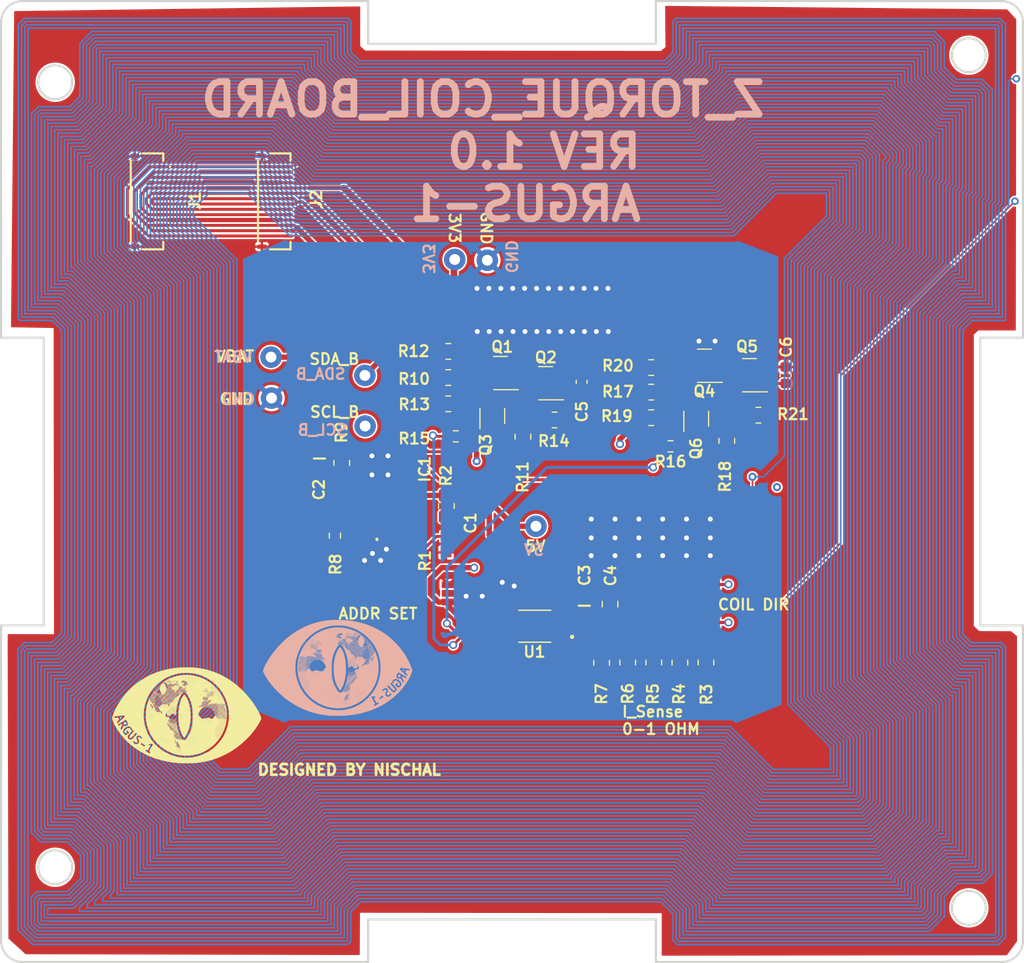
<source format=kicad_pcb>
(kicad_pcb (version 20221018) (generator pcbnew)
  (layers (0 "F.Cu" signal) (1 "In1.Cu" signal) (2 "In2.Cu" signal) (31 "B.Cu" signal) (34 "B.Paste" user) (35 "F.Paste" user) (36 "B.SilkS" user "B.Silkscreen") (37 "F.SilkS" user "F.Silkscreen") (38 "B.Mask" user) (39 "F.Mask" user) (44 "Edge.Cuts" user))
  (net 0 "")
  (net 1 "coils")
  (net 2 "5V")
  (net 3 "GND")
  (net 4 "VBATT")
  (net 5 "Net-(Q2-G)")
  (net 6 "Net-(Q5-G)")
  (net 7 "Net-(IC1-FB)")
  (net 8 "Net-(IC1-VCC)")
  (net 9 "/nc")
  (net 13 "Net-(IC1-EN)")
  (net 14 "Net-(IC1-PG)")
  (net 15 "Net-(JP1-C)")
  (net 16 "Net-(JP2-C)")
  (net 17 "Net-(JP3-A)")
  (net 18 "Net-(JP3-B)")
  (net 19 "SCL1_b4iso")
  (net 20 "Net-(Q1-G)")
  (net 21 "SCL_TORQUE")
  (net 22 "Net-(Q1-D)")
  (net 23 "Net-(Q3A-B1)")
  (net 24 "SDA1_b4iso")
  (net 25 "Net-(Q4-G)")
  (net 26 "SDA_TORQUE")
  (net 27 "Net-(U1-ISENSE)")
  (net 28 "Net-(Q4-D)")
  (net 29 "+3.3V")
  (net 30 "Net-(Q6A-B1)")
  (net 32 "VSOLAR")
  (footprint "Resistor_SMD:R_0805_2012Metric_Pad1.20x1.40mm_HandSolder" (layer "F.Cu") (at 160.88375 109.72 -90)
    (fp_text reference "R7")
    (fp_text value "0")
  )
  (footprint "Resistor_SMD:R_0603_1608Metric" (layer "F.Cu") (at 167.35 89.417226 180)
    (fp_text reference "R16")
    (fp_text value "0")
  )
  (footprint "Resistor_SMD:R_0805_2012Metric" (layer "F.Cu") (at 146.4975 85.418213 180)
    (fp_text reference "R13")
    (fp_text value "10K")
  )
  (footprint "Package_TO_SOT_SMD:SOT-23" (layer "F.Cu") (at 155.6275 83.488213 180)
    (fp_text reference "Q2")
    (fp_text value "BSS138")
  )
  (footprint "Resistor_SMD:R_0805_2012Metric_Pad1.20x1.40mm_HandSolder" (layer "F.Cu") (at 146.316875 95.01619 -90)
    (fp_text reference "R2")
    (fp_text value "100K")
  )
  (footprint "Resistor_SMD:R_0805_2012Metric_Pad1.20x1.40mm_HandSolder" (layer "F.Cu") (at 136.496875 90.96619 90)
    (fp_text reference "R9")
    (fp_text value "100K")
  )
  (footprint "SparkFun-Jumper:SMT-JUMPER_3_NO_NO-SILK" (layer "F.Cu") (at 170.8415 106.01 180)
    (fp_text reference "JP3")
    (fp_text value "~")
  )
  (footprint "Resistor_SMD:R_0805_2012Metric" (layer "F.Cu") (at 165.54 84.325 180)
    (fp_text reference "R17")
    (fp_text value "10K")
  )
  (footprint "DRV8830DGQ:IC_XTR111AIDGQR" (layer "F.Cu") (at 154.61375 106.29 180)
    (fp_text reference "U1")
    (fp_text value "DRV8830DGQ")
  )
  (footprint "Resistor_SMD:R_0603_1608Metric" (layer "F.Cu") (at 147.1925 88.473213 180)
    (fp_text reference "R15")
    (fp_text value "0")
  )
  (footprint "AA_AUTO_LOADER:RESC1608X55N" (layer "F.Cu") (at 146.286875 98.61619 -90)
    (fp_text reference "R1")
    (fp_text value "RMCF0603FT19K1" hide)
  )
  (footprint "Resistor_SMD:R_0805_2012Metric" (layer "F.Cu") (at 165.54 82.02 180)
    (fp_text reference "R20")
    (fp_text value "10K")
  )
  (footprint "Package_TO_SOT_SMD:SOT-23" (layer "F.Cu") (at 174.76 82.74 180)
    (fp_text reference "Q5")
    (fp_text value "BSS138")
  )
  (footprint "Package_TO_SOT_SMD:SOT-23" (layer "F.Cu") (at 151.3975 82.538213 180)
    (fp_text reference "Q1")
    (fp_text value "BSS138")
  )
  (footprint "Resistor_SMD:R_0805_2012Metric" (layer "F.Cu") (at 146.4975 82.958213 180)
    (fp_text reference "R10")
    (fp_text value "10K")
  )
  (footprint "SparkFun-Jumper:SMT-JUMPER_3_NO_NO-SILK" (layer "F.Cu") (at 170.8515 102.38)
    (fp_text reference "JP4")
    (fp_text value "~")
  )
  (footprint "Resistor_SMD:R_0805_2012Metric_Pad1.20x1.40mm_HandSolder" (layer "F.Cu") (at 165.78 109.7 -90)
    (fp_text reference "R5")
    (fp_text value "0")
  )
  (footprint "Package_TO_SOT_SMD:SOT-363_SC-70-6" (layer "F.Cu") (at 150.6275 86.558213 90)
    (fp_text reference "Q3")
    (fp_text value "MBT2222ADW1T1")
  )
  (footprint "Resistor_SMD:R_0603_1608Metric" (layer "F.Cu") (at 135.856875 97.79119 -90)
    (fp_text reference "R8")
    (fp_text value "100K")
  )
  (footprint "Resistor_SMD:R_0805_2012Metric_Pad1.20x1.40mm_HandSolder" (layer "F.Cu") (at 163.331875 109.7 -90)
    (fp_text reference "R6")
    (fp_text value "0")
  )
  (footprint "SparkFun-Jumper:SMT-JUMPER_3_NO_NO-SILK" (layer "F.Cu") (at 146.5215 103.21 -90)
    (fp_text reference "JP2")
    (fp_text value "~")
  )
  (footprint "AA_AUTO_LOADER:F3311A7H121014E200" (layer "F.Cu") (at 118.225 66.425 -90)
    (fp_text reference "J1")
    (fp_text value "F3311A7H121014E200" hide)
  )
  (footprint "Resistor_SMD:R_0805_2012Metric_Pad1.20x1.40mm_HandSolder" (layer "F.Cu") (at 168.228125 109.7 -90)
    (fp_text reference "R4")
    (fp_text value "0")
  )
  (footprint "AA_AUTO_LOADER:MPM3610AGQVZ" (layer "F.Cu") (at 141.346875 95.79 90)
    (fp_text reference "IC1")
    (fp_text value "MPM3610AGQV-Z" hide)
  )
  (footprint "Capacitor_SMD:C_0805_2012Metric" (layer "F.Cu") (at 161.67375 104.22 90)
    (fp_text reference "C4")
    (fp_text value "0.1uF")
  )
  (footprint "SparkFun-Jumper:SMT-JUMPER_3_NO_NO-SILK" (layer "F.Cu") (at 149.0415 105.23 -90)
    (fp_text reference "JP1")
    (fp_text value "~")
  )
  (footprint "Resistor_SMD:R_0805_2012Metric" (layer "F.Cu") (at 146.4975 80.508213)
    (fp_text reference "R12")
    (fp_text value "10K")
  )
  (footprint "Resistor_SMD:R_0805_2012Metric" (layer "F.Cu") (at 165.54 86.727226)
    (fp_text reference "R19")
    (fp_text value "10K")
  )
  (footprint "Resistor_SMD:R_0805_2012Metric" (layer "F.Cu") (at 156.4675 86.938213 180)
    (fp_text reference "R14")
    (fp_text value "100K")
  )
  (footprint "AA_AUTO_LOADER:F3311A7H121014E200" (layer "F.Cu") (at 130.165 66.425 -90)
    (fp_text reference "J2")
    (fp_text value "F3311A7H121014E200" hide)
  )
  (footprint "Package_TO_SOT_SMD:SOT-23" (layer "F.Cu") (at 170.53 81.85 180)
    (fp_text reference "Q4")
    (fp_text value "BSS138")
  )
  (footprint "Capacitor_SMD:C_0603_1608Metric" (layer "F.Cu") (at 159.0075 83.358213 90)
    (fp_text reference "C5")
    (fp_text value "10nF")
  )
  (footprint "AA_AUTO_LOADER:CAPC2012X140N" (layer "F.Cu") (at 159.26375 104.37 -90)
    (fp_text reference "C3")
    (fp_text value "CL21A106KOQNNNE" hide)
  )
  (footprint "AA_AUTO_LOADER:CAPC0603X33N" (layer "F.Cu") (at 148.586875 94.40619 -90)
    (fp_text reference "C1")
    (fp_text value "GRM033R60J224KE15D" hide)
  )
  (footprint "argus:Argus LOGO" (layer "F.Cu") (at 121.748092 114.592386)
    (fp_text reference "." hide)
    (fp_text value "." hide)
  )
  (footprint "AA_AUTO_LOADER:CAPC2012X140N" (layer "F.Cu") (at 134.406875 90.55619 90)
    (fp_text reference "C2")
    (fp_text value "CL21A106KOQNNNE" hide)
  )
  (footprint "Resistor_SMD:R_0805_2012Metric" (layer "F.Cu") (at 153.4975 88.508213 -90)
    (fp_text reference "R11")
    (fp_text value "600")
  )
  (footprint "Capacitor_SMD:C_0603_1608Metric" (layer "F.Cu") (at 178.14 82.74 90)
    (fp_text reference "C6")
    (fp_text value "10nF")
  )
  (footprint "Resistor_SMD:R_0805_2012Metric" (layer "F.Cu") (at 172.63 88.9 90)
    (fp_text reference "R18")
    (fp_text value "600")
  )
  (footprint "Resistor_SMD:R_0805_2012Metric" (layer "F.Cu") (at 175.6 86.49 180)
    (fp_text reference "R21")
    (fp_text value "100K")
  )
  (footprint "Resistor_SMD:R_0805_2012Metric_Pad1.20x1.40mm_HandSolder" (layer "F.Cu") (at 170.67625 109.7 -90)
    (fp_text reference "R3")
    (fp_text value "0")
  )
  (footprint "Package_TO_SOT_SMD:SOT-363_SC-70-6" (layer "F.Cu") (at 169.76 86.82 90)
    (fp_text reference "Q6")
    (fp_text value "MBT2222ADW1T1")
  )
  (footprint "" (layer "B.Cu") (at 150.16 71.95 180)
    (fp_text reference "" hide)
    (fp_text value "" hide)
  )
  (footprint "" (layer "B.Cu") (at 129.91 84.88 180)
    (fp_text reference "" hide)
    (fp_text value "" hide)
  )
  (footprint "" (layer "B.Cu") (at 129.86 81.04 180)
    (fp_text reference "" hide)
    (fp_text value "" hide)
  )
  (footprint "argus:Argus LOGO" (layer "B.Cu") (at 136.31 110.14 180)
    (fp_text reference "." hide)
    (fp_text value "." hide)
  )
  (footprint "" (layer "B.Cu") (at 147.1 71.88 180)
    (fp_text reference "" hide)
    (fp_text value "" hide)
  )
  (footprint "" (layer "B.Cu") (at 154.72 96.91 180)
    (fp_text reference "" hide)
    (fp_text value "" hide)
  )
  (footprint "" (layer "B.Cu") (at 138.69 87.51 180)
    (fp_text reference "" hide)
    (fp_text value "" hide)
  )
  (footprint "" (layer "B.Cu") (at 138.67 82.76 180)
    (fp_text reference "" hide)
    (fp_text value "" hide)
  )
  (gr_line (start 165.975 137.8) (end 198.42 137.8) (stroke (width 0.2)) (layer "Edge.Cuts"))
  (gr_line (start 200.42 106.215) (end 196.42 106.215) (stroke (width 0.2)) (layer "Edge.Cuts"))
  (gr_arc (start 200.42 135.8) (mid 199.834214 137.214214) (end 198.42 137.8) (stroke (width 0.2)) (layer "Edge.Cuts"))
  (gr_line (start 165.975 51.63) (end 138.975 51.63) (stroke (width 0.2)) (layer "Edge.Cuts"))
  (gr_line (start 196.42 79.215) (end 200.42 79.215) (stroke (width 0.2)) (layer "Edge.Cuts"))
  (gr_arc (start 198.42 47.63) (mid 199.834214 48.215786) (end 200.42 49.63) (stroke (width 0.2)) (layer "Edge.Cuts"))
  (gr_line (start 196.42 106.215) (end 196.42 79.215) (stroke (width 0.2)) (layer "Edge.Cuts"))
  (gr_line (start 165.975 47.63) (end 165.975 51.63) (stroke (width 0.2)) (layer "Edge.Cuts"))
  (gr_line (start 106.53 137.8) (end 138.975 137.8) (stroke (width 0.2)) (layer "Edge.Cuts"))
  (gr_line (start 138.975 133.8) (end 165.975 133.8) (stroke (width 0.2)) (layer "Edge.Cuts"))
  (gr_circle (center 195.34 52.71) (end 193.75 52.71) (stroke (width 0.2)) (fill none) (layer "Edge.Cuts"))
  (gr_circle (center 109.61 128.91) (end 108.02 128.91) (stroke (width 0.2)) (fill none) (layer "Edge.Cuts"))
  (gr_line (start 138.975 47.63) (end 106.53 47.63) (stroke (width 0.2)) (layer "Edge.Cuts"))
  (gr_line (start 138.975 51.63) (end 138.975 47.63) (stroke (width 0.2)) (layer "Edge.Cuts"))
  (gr_arc (start 104.53 49.63) (mid 105.115786 48.215786) (end 106.53 47.63) (stroke (width 0.2)) (layer "Edge.Cuts"))
  (gr_line (start 165.975 133.8) (end 165.975 137.8) (stroke (width 0.2)) (layer "Edge.Cuts"))
  (gr_line (start 138.975 137.8) (end 138.975 133.8) (stroke (width 0.2)) (layer "Edge.Cuts"))
  (gr_arc (start 106.53 137.8) (mid 105.115786 137.214214) (end 104.53 135.8) (stroke (width 0.2)) (layer "Edge.Cuts"))
  (gr_line (start 108.53 106.215) (end 104.53 106.215) (stroke (width 0.2)) (layer "Edge.Cuts"))
  (gr_line (start 200.42 79.215) (end 200.42 49.63) (stroke (width 0.2)) (layer "Edge.Cuts"))
  (gr_line (start 198.42 47.63) (end 165.975 47.63) (stroke (width 0.2)) (layer "Edge.Cuts"))
  (gr_circle (center 109.61 55.25) (end 108.02 55.25) (stroke (width 0.2)) (fill none) (layer "Edge.Cuts"))
  (gr_line (start 104.53 79.215) (end 108.53 79.215) (stroke (width 0.2)) (layer "Edge.Cuts"))
  (gr_line (start 200.42 135.8) (end 200.42 106.215) (stroke (width 0.2)) (layer "Edge.Cuts"))
  (gr_circle (center 195.34 132.72) (end 193.75 132.72) (stroke (width 0.2)) (fill none) (layer "Edge.Cuts"))
  (gr_line (start 104.53 106.215) (end 104.53 135.8) (stroke (width 0.2)) (layer "Edge.Cuts"))
  (gr_line (start 104.53 49.63) (end 104.53 79.215) (stroke (width 0.2)) (layer "Edge.Cuts"))
  (gr_line (start 108.53 79.215) (end 108.53 106.215) (stroke (width 0.2)) (layer "Edge.Cuts"))
  (gr_text "5V\n" (at 155.6 99.74) (layer "B.SilkS") (effects (font (size 1.016 1.016) (thickness 0.2032) bold) (justify left bottom mirror)))
  (gr_text "VBAT" (at 128.21 81.63) (layer "B.SilkS") (effects (font (size 1.016 1.016) (thickness 0.2032) bold) (justify left bottom mirror)))
  (gr_text "GND" (at 128.48 85.59) (layer "B.SilkS") (effects (font (size 1.016 1.016) (thickness 0.2032) bold) (justify left bottom mirror)))
  (gr_text "Z_TORQUE_COIL_BOARD\n     REV 1.0\n     ARGUS-1" (at 176.51 68.46) (layer "B.SilkS") (effects (font (size 3.048 3.048) (thickness 0.635) bold) (justify left bottom mirror)))
  (gr_text "SCL_B\n" (at 137.11 88.47) (layer "B.SilkS") (effects (font (size 1.016 1.016) (thickness 0.2032) bold) (justify left bottom mirror)))
  (gr_text "3V3" (at 144.03 73.34 -90) (layer "B.SilkS") (effects (font (size 1.016 1.016) (thickness 0.2032) bold) (justify left bottom mirror)))
  (gr_text "SDA_B\n" (at 136.97 83.22) (layer "B.SilkS") (effects (font (size 1.016 1.016) (thickness 0.2032) bold) (justify left bottom mirror)))
  (gr_text "GND" (at 151.81 73.29 -90) (layer "B.SilkS") (effects (font (size 1.016 1.016) (thickness 0.2032) bold) (justify left bottom mirror)))
  (gr_text "DESIGNED BY NISCHAL" (at 128.47 120.36) (layer "F.SilkS") (effects (font (size 1.016 1.016) (thickness 0.3) bold) (justify left bottom)))
  (gr_text "ADDR SET" (at 136.09 105.71) (layer "F.SilkS") (effects (font (size 1.016 1.016) (thickness 0.2032) bold) (justify left bottom)))
  (gr_text "I_Sense \n0-1 OHM" (at 162.69 116.54) (layer "F.SilkS") (effects (font (size 1.016 1.016) (thickness 0.2032) bold) (justify left bottom)))
  (gr_text "SDA_B" (at 133.35 81.82) (layer "F.SilkS") (effects (font (size 1.016 1.016) (thickness 0.2032) bold) (justify left bottom)))
  (gr_text "3V3" (at 146.5 67.39 -90) (layer "F.SilkS") (effects (font (size 1.016 1.016) (thickness 0.2032) bold) (justify left bottom)))
  (gr_text "5V" (at 153.62 99.38) (layer "F.SilkS") (effects (font (size 1.016 1.016) (thickness 0.2032) bold) (justify left bottom)))
  (gr_text "SCL_B\n" (at 133.41 86.79) (layer "F.SilkS") (effects (font (size 1.016 1.016) (thickness 0.2032) bold) (justify left bottom)))
  (gr_text "COIL DIR\n" (at 171.68 104.86) (layer "F.SilkS") (effects (font (size 1.016 1.016) (thickness 0.2032) bold) (justify left bottom)))
  (gr_text "VBAT" (at 124.59 81.56) (layer "F.SilkS") (effects (font (size 1.016 1.016) (thickness 0.2032) bold) (justify left bottom)))
  (gr_text "GND" (at 149.47 67.24 -90) (layer "F.SilkS") (effects (font (size 1.016 1.016) (thickness 0.2032) bold) (justify left bottom)))
  (gr_text "GND" (at 124.93 85.56) (layer "F.SilkS") (effects (font (size 1.016 1.016) (thickness 0.2032) bold) (justify left bottom)))
  (segment (start 183.32 82.76) (end 183.32 98.48) (width 0.1524) (layer "F.Cu") (net 1))
  (segment (start 175.04 102.4915) (end 175.04 92.26) (width 0.1524) (layer "F.Cu") (net 1))
  (segment (start 176.97 104.83) (end 171.2722 104.83) (width 0.1524) (layer "F.Cu") (net 1))
  (segment (start 170.8515 102.38) (end 170.8515 103.3198) (width 0.1524) (layer "F.Cu") (net 1))
  (segment (start 170.8415 105.2607) (end 170.8415 106.01) (width 0.1524) (layer "F.Cu") (net 1))
  (segment (start 183.32 98.48) (end 176.97 104.83) (width 0.1524) (layer "F.Cu") (net 1))
  (segment (start 170.8515 103.3198) (end 171.6117 104.08) (width 0.1524) (layer "F.Cu") (net 1))
  (segment (start 171.6117 104.08) (end 173.4515 104.08) (width 0.1524) (layer "F.Cu") (net 1))
  (segment (start 173.4515 104.08) (end 175.04 102.4915) (width 0.1524) (layer "F.Cu") (net 1))
  (segment (start 171.2722 104.83) (end 170.8415 105.2607) (width 0.1524) (layer "F.Cu") (net 1))
  (segment (start 175.04 92.26) (end 175.04 92.27) (width 0.1524) (layer "F.Cu") (net 1))
  (segment (start 199.67 66.41) (end 183.32 82.76) (width 0.1524) (layer "F.Cu") (net 1))
  (via (at 199.67 66.41) (size 0.7112) (drill 0.381) (layers "F.Cu" "B.Cu") (net 1))
  (via (at 175.04 92.27) (size 0.762) (drill 0.381) (layers "F.Cu" "B.Cu") (net 1))
  (via (at 199.7982 54.92) (size 0.7112) (drill 0.381) (layers "F.Cu" "B.Cu") (net 1))
  (via (at 177.34 93.24) (size 0.762) (drill 0.381) (layers "F.Cu" "B.Cu") (net 1))
  (segment (start 118.52 116.06) (end 118.52 118.75) (width 0.1524) (layer "B.Cu") (net 1))
  (segment (start 111.83 123.74) (end 114.81 126.72) (width 0.1524) (layer "B.Cu") (net 1))
  (segment (start 108.48 125.91) (end 110.99 125.91) (width 0.1524) (layer "B.Cu") (net 1))
  (segment (start 175.73 122.84) (end 184.93 122.84) (width 0.1524) (layer "B.Cu") (net 1))
  (segment (start 117.29 125.75) (end 117.29 129.63) (width 0.1524) (layer "B.Cu") (net 1))
  (segment (start 133.63 53.88) (end 133.63 52.96) (width 0.1524) (layer "B.Cu") (net 1))
  (segment (start 107.67 131.86) (end 107.67 134.15) (width 0.1524) (layer "B.Cu") (net 1))
  (segment (start 107.07 76.67) (end 109.68 76.67) (width 0.1524) (layer "B.Cu") (net 1))
  (segment (start 113.61 108.29) (end 110.68 111.22) (width 0.1524) (layer "B.Cu") (net 1))
  (segment (start 122.6 73.53) (end 122.6 111.98) (width 0.1524) (layer "B.Cu") (net 1))
  (segment (start 192.47 59.32) (end 188.7 55.55) (width 0.1524) (layer "B.Cu") (net 1))
  (segment (start 133.9 121.31) (end 170.72 121.31) (width 0.1524) (layer "B.Cu") (net 1))
  (segment (start 135.18 133.97) (end 135.18 132.2) (width 0.1524) (layer "B.Cu") (net 1))
  (segment (start 113.25 120.85) (end 117.91 125.51) (width 0.1524) (layer "B.Cu") (net 1))
  (segment (start 113.25 130.44) (end 111.25 132.44) (width 0.1524) (layer "B.Cu") (net 1))
  (segment (start 191.66 64.39) (end 191.95 64.1) (width 0.1524) (layer "B.Cu") (net 1))
  (segment (start 110.48 60.64) (end 110.48 73.26) (width 0.1524) (layer "B.Cu") (net 1))
  (segment (start 110.75 131.2) (end 107.89 131.2) (width 0.1524) (layer "B.Cu") (net 1))
  (segment (start 172.97 54.83) (end 169 58.8) (width 0.1524) (layer "B.Cu") (net 1))
  (segment (start 109.53 124.36) (end 111.59 124.36) (width 0.1524) (layer "B.Cu") (net 1))
  (segment (start 187.61 115.49) (end 183.63 111.51) (width 0.1524) (layer "B.Cu") (net 1))
  (segment (start 131.55 129.32) (end 135.53 125.34) (width 0.1524) (layer "B.Cu") (net 1))
  (segment (start 110.79 60.95) (end 110.79 72.95) (width 0.1524) (layer "B.Cu") (net 1))
  (segment (start 123.81 65.04) (end 121.95 66.9) (width 0.1524) (layer "B.Cu") (net 1))
  (segment (start 175.67 61.64) (end 171.69 65.62) (width 0.1524) (layer "B.Cu") (net 1))
  (segment (start 168.24 135.55) (end 197.87 135.55) (width 0.1524) (layer "B.Cu") (net 1))
  (segment (start 112.59 132.4) (end 112.59 132.73) (width 0.1524) (layer "B.Cu") (net 1))
  (segment (start 167.28 54.46) (end 137.67 54.46) (width 0.1524) (layer "B.Cu") (net 1))
  (segment (start 137.35 52.41) (end 137.35 49.51) (width 0.1524) (layer "B.Cu") (net 1))
  (segment (start 196.61 65.92) (end 196.61 56.28) (width 0.1524) (layer "B.Cu") (net 1))
  (segment (start 135.89 126.27) (end 168.75 126.27) (width 0.1524) (layer "B.Cu") (net 1))
  (segment (start 136.07 58.49) (end 132.12 54.54) (width 0.1524) (layer "B.Cu") (net 1))
  (segment (start 194.44 73.26) (end 194.44 65.51) (width 0.1524) (layer "B.Cu") (net 1))
  (segment (start 172.45 116.95) (end 176.47 120.97) (width 0.1524) (layer "B.Cu") (net 1))
  (segment (start 172.08 117.89) (end 176.1 121.91) (width 0.1524) (layer "B.Cu") (net 1))
  (segment (start 166.69 131.54) (end 168.2 133.05) (width 0.1524) (layer "B.Cu") (net 1))
  (segment (start 113.28 63.41) (end 113.28 71.59) (width 0.1524) (layer "B.Cu") (net 1))
  (segment (start 106.45 77.25) (end 106.49 77.29) (width 0.1524) (layer "B.Cu") (net 1))
  (segment (start 109.68 108.75) (end 107.08 108.75) (width 0.1524) (layer "B.Cu") (net 1))
  (segment (start 169.44 53.17) (end 167.52 55.09) (width 0.1524) (layer "B.Cu") (net 1))
  (segment (start 126.34 113.5) (end 122.42 117.42) (width 0.1524) (layer "B.Cu") (net 1))
  (segment (start 111.11 61.26) (end 111.11 72.64) (width 0.1524) (layer "B.Cu") (net 1))
  (segment (start 196.93 109.69) (end 194.84 109.69) (width 0.1524) (layer "B.Cu") (net 1))
  (segment (start 192.57 113.51) (end 188.59 109.53) (width 0.1524) (layer "B.Cu") (net 1))
  (segment (start 193.2 59.32) (end 192.47 59.32) (width 0.1524) (layer "B.Cu") (net 1))
  (segment (start 131.91 130.25) (end 135.89 126.27) (width 0.1524) (layer "B.Cu") (net 1))
  (segment (start 172.19 117.57) (end 176.22 121.6) (width 0.1524) (layer "B.Cu") (net 1))
  (segment (start 192.33 125.46) (end 192.57 125.46) (width 0.1524) (layer "B.Cu") (net 1))
  (segment (start 174.99 124.71) (end 185.67 124.71) (width 0.1524) (layer "B.Cu") (net 1))
  (segment (start 134.11 63.45) (end 130.13 59.47) (width 0.1524) (layer "B.Cu") (net 1))
  (segment (start 118.44 59.14) (end 113.9 63.68) (width 0.1524) (layer "B.Cu") (net 1))
  (segment (start 185.29 123.78) (end 186.37 122.7) (width 0.1524) (layer "B.Cu") (net 1))
  (segment (start 185.44 122.33) (end 185.44 116.37) (width 0.1524) (layer "B.Cu") (net 1))
  (segment (start 198.48 77.29) (end 198.48 67.06) (width 0.1524) (layer "B.Cu") (net 1))
  (segment (start 137.31 55.4) (end 135.18 53.27) (width 0.1524) (layer "B.Cu") (net 1))
  (segment (start 110.17 75.43) (end 112.37 77.63) (width 0.1524) (layer "B.Cu") (net 1))
  (segment (start 121 117.09) (end 121 117.74) (width 0.1524) (layer "B.Cu") (net 1))
  (segment (start 110.81 107.19) (end 109.56 108.44) (width 0.1524) (layer "B.Cu") (net 1))
  (segment (start 136.56 57.25) (end 133.32 54.01) (width 0.1524) (layer "B.Cu") (net 1))
  (segment (start 193.07 127.32) (end 194.44 127.32) (width 0.1524) (layer "B.Cu") (net 1))
  (segment (start 109.31 77.6) (end 110.19 78.48) (width 0.1524) (layer "B.Cu") (net 1))
  (segment (start 116.26 54.82) (end 116.26 58.31) (width 0.1524) (layer "B.Cu") (net 1))
  (segment (start 198.37 107.83) (end 195.57 107.83) (width 0.1524) (layer "B.Cu") (net 1))
  (segment (start 191.87 51.11) (end 169.44 51.11) (width 0.1524) (layer "B.Cu") (net 1))
  (segment (start 173.83 57) (end 169.86 60.97) (width 0.1524) (layer "B.Cu") (net 1))
  (segment (start 178.35 113.61) (end 178.35 71.88) (width 0.1524) (layer "B.Cu") (net 1))
  (segment (start 122.19 61.02) (end 117.92 65.29) (width 0.1524) (layer "B.Cu") (net 1))
  (segment (start 128.31 121.24) (end 132.29 117.26) (width 0.1524) (layer "B.Cu") (net 1))
  (segment (start 175.12 124.4) (end 185.55 124.4) (width 0.1524) (layer "B.Cu") (net 1))
  (segment (start 114.78 131.8) (end 133.01 131.8) (width 0.1524) (layer "B.Cu") (net 1))
  (segment (start 125.1 72.51) (end 125.1 112.99) (width 0.1524) (layer "B.Cu") (net 1))
  (segment (start 187.01 57.31) (end 173.96 57.31) (width 0.1524) (layer "B.Cu") (net 1))
  (segment (start 122.91 73.4) (end 122.91 112.1) (width 0.1524) (layer "B.Cu") (net 1))
  (segment (start 187.04 75.37) (end 191.04 71.37) (width 0.1524) (layer "B.Cu") (net 1))
  (segment (start 178.66 113.48) (end 178.66 72) (width 0.1524) (layer "B.Cu") (net 1))
  (segment (start 171.33 119.75) (end 175.36 123.78) (width 0.1524) (layer "B.Cu") (net 1))
  (segment (start 125.41 72.38) (end 125.41 113.11) (width 0.1524) (layer "B.Cu") (net 1))
  (segment (start 194.05 55.29) (end 192.73 53.97) (width 0.1524) (layer "B.Cu") (net 1))
  (segment (start 133.54 120.37) (end 171.09 120.37) (width 0.1524) (layer "B.Cu") (net 1))
  (segment (start 191.49 52.08) (end 191.45 52.04) (width 0.1524) (layer "B.Cu") (net 1))
  (segment (start 118.53 128.39) (end 131.16 128.39) (width 0.1524) (layer "B.Cu") (net 1))
  (segment (start 110.81 78.24) (end 110.81 107.19) (width 0.1524) (layer "B.Cu") (net 1))
  (segment (start 170.72 121.31) (end 174.74 125.33) (width 0.1524) (layer "B.Cu") (net 1))
  (segment (start 193.44 56.84) (end 191.18 54.58) (width 0.1524) (layer "B.Cu") (net 1))
  (segment (start 168.39 57.25) (end 136.56 57.25) (width 0.1524) (layer "B.Cu") (net 1))
  (segment (start 171.45 65) (end 133.5 65) (width 0.1524) (layer "B.Cu") (net 1))
  (segment (start 175.04 92.27) (end 176.09 92.27) (width 0.1524) (layer "B.Cu") (net 1))
  (segment (start 137.04 49.63) (end 136.96 49.55) (width 0.1524) (layer "B.Cu") (net 1))
  (segment (start 130.91 127.77) (end 134.89 123.79) (width 0.1524) (layer "B.Cu") (net 1))
  (segment (start 168.82 50.49) (end 168.82 52.92) (width 0.1524) (layer "B.Cu") (net 1))
  (segment (start 136.78 128.43) (end 167.9 128.43) (width 0.1524) (layer "B.Cu") (net 1))
  (segment (start 120.38 116.84) (end 120.38 118) (width 0.1524) (layer "B.Cu") (net 1))
  (segment (start 181.77 112.26) (end 181.77 73.27) (width 0.1524) (layer "B.Cu") (net 1))
  (segment (start 199.07 66.9) (end 199.07 55.16) (width 0.1524) (layer "B.Cu") (net 1))
  (segment (start 192.26 113.63) (end 188.28 109.65) (width 0.1524) (layer "B.Cu") (net 1))
  (segment (start 137.8 54.15) (end 136.42 52.77) (width 0.1524) (layer "B.Cu") (net 1))
  (segment (start 167.58 52.44) (end 166.8 53.22) (width 0.1524) (layer "B.Cu") (net 1))
  (segment (start 185.92 125.33) (end 187.92 123.33) (width 0.1524) (layer "B.Cu") (net 1))
  (segment (start 136.11 52.9) (end 136.11 50.48) (width 0.1524) (layer "B.Cu") (net 1))
  (segment (start 185.67 60.71) (end 175.31 60.71) (width 0.1524) (layer "B.Cu") (net 1))
  (segment (start 190.71 124.49) (end 190.71 114.25) (width 0.1524) (layer "B.Cu") (net 1))
  (segment (start 110.19 78.48) (end 110.19 106.93) (width 0.1524) (layer "B.Cu") (net 1))
  (segment (start 107.05 108.78) (end 107.05 134.39) (width 0.1524) (layer "B.Cu") (net 1))
  (segment (start 135.14 124.41) (end 169.49 124.41) (width 0.1524) (layer "B.Cu") (net 1))
  (segment (start 119.37 57.92) (end 119.37 59.5) (width 0.1524) (layer "B.Cu") (net 1))
  (segment (start 173.29 69.66) (end 131.64 69.66) (width 0.1524) (layer "B.Cu") (net 1))
  (segment (start 194.3 74.19) (end 195.37 74.19) (width 0.1524) (layer "B.Cu") (net 1))
  (segment (start 133.63 52.96) (end 114.4 52.96) (width 0.1524) (layer "B.Cu") (net 1))
  (segment (start 137.67 54.46) (end 136.11 52.9) (width 0.1524) (layer "B.Cu") (net 1))
  (segment (start 110.92 111.84) (end 110.15 111.84) (width 0.1524) (layer "B.Cu") (net 1))
  (segment (start 194.3 130.42) (end 196.64 130.42) (width 0.1524) (layer "B.Cu") (net 1))
  (segment (start 111.9 132.66) (end 111.9 133.04) (width 0.1524) (layer "B.Cu") (net 1))
  (segment (start 135.65 125.65) (end 169 125.65) (width 0.1524) (layer "B.Cu") (net 1))
  (segment (start 190.87 132.67) (end 190.87 130.82) (width 0.1524) (layer "B.Cu") (net 1))
  (segment (start 181.15 73.01) (end 185.085 69.075) (width 0.1524) (layer "B.Cu") (net 1))
  (segment (start 190.56 54.83) (end 190.56 52.97) (width 0.1524) (layer "B.Cu") (net 1))
  (segment (start 198.13 108.45) (end 195.32 108.45) (width 0.1524) (layer "B.Cu") (net 1))
  (segment (start 184.155 63.505) (end 184.15 63.5) (width 0.1524) (layer "B.Cu") (net 1))
  (segment (start 117.9 119) (end 122.56 123.66) (width 0.1524) (layer "B.Cu") (net 1))
  (segment (start 185.705 69.335) (end 185.705 62.475) (width 0.1524) (layer "B.Cu") (net 1))
  (segment (start 194.68 75.12) (end 196.3 75.12) (width 0.1524) (layer "B.Cu") (net 1))
  (segment (start 180.84 72.88) (end 184.775 68.945) (width 0.1524) (layer "B.Cu") (net 1))
  (segment (start 107.98 109.68) (end 107.98 125.41) (width 0.1524) (layer "B.Cu") (net 1))
  (segment (start 178.97 72.12) (end 182.915 68.175) (width 0.1524) (layer "B.Cu") (net 1))
  (segment (start 124.5 121.24) (end 128.31 121.24) (width 0.1524) (layer "B.Cu") (net 1))
  (segment (start 129.52 61.02) (end 122.19 61.02) (width 0.1524) (layer "B.Cu") (net 1))
  (segment (start 172.24 131.48) (end 172.24 131.53) (width 0.1524) (layer "B.Cu") (net 1))
  (segment (start 115.78 109.13) (end 111.7 113.21) (width 0.1524) (layer "B.Cu") (net 1))
  (segment (start 133.94 131.71) (end 136.91 128.74) (width 0.1524) (layer "B.Cu") (net 1))
  (segment (start 131.23 56.68) (end 118.13 56.68) (width 0.1524) (layer "B.Cu") (net 1))
  (segment (start 186.42 75.12) (end 190.42 71.12) (width 0.1524) (layer "B.Cu") (net 1))
  (segment (start 192.9 64.88) (end 193.2 64.58) (width 0.1524) (layer "B.Cu") (net 1))
  (segment (start 173.64 128.12) (end 187.08 128.12) (width 0.1524) (layer "B.Cu") (net 1))
  (segment (start 192.59 72) (end 192.59 64.76) (width 0.1524) (layer "B.Cu") (net 1))
  (segment (start 120.12 74.5) (end 120.12 110.9) (width 0.1524) (layer "B.Cu") (net 1))
  (segment (start 109.43 77.29) (end 110.5 78.36) (width 0.1524) (layer "B.Cu") (net 1))
  (segment (start 189.17 61.63) (end 186.4 58.86) (width 0.1524) (layer "B.Cu") (net 1))
  (segment (start 129.8 124.97) (end 133.78 120.99) (width 0.1524) (layer "B.Cu") (net 1))
  (segment (start 137.76 130.92) (end 166.93 130.92) (width 0.1524) (layer "B.Cu") (net 1))
  (segment (start 118.23 65.41) (end 118.23 69.59) (width 0.1524) (layer "B.Cu") (net 1))
  (segment (start 182.7 73.63) (end 186.635 69.695) (width 0.1524) (layer "B.Cu") (net 1))
  (segment (start 190.71 114.25) (end 186.73 110.27) (width 0.1524) (layer "B.Cu") (net 1))
  (segment (start 168.51 52.8) (end 167.16 54.15) (width 0.1524) (layer "B.Cu") (net 1))
  (segment (start 194.48 78.36) (end 195.55 77.29) (width 0.1524) (layer "B.Cu") (net 1))
  (segment (start 107.05 134.39) (end 107.87 135.21) (width 0.1524) (layer "B.Cu") (net 1))
  (segment (start 110.15 111.84) (end 110.15 123.74) (width 0.1524) (layer "B.Cu") (net 1))
  (segment (start 115.02 57.8) (end 112.18 60.64) (width 0.1524) (layer "B.Cu") (net 1))
  (segment (start 179.59 72.39) (end 183.535 68.445) (width 0.1524) (layer "B.Cu") (net 1))
  (segment (start 116.66 119.49) (end 121.32 124.15) (width 0.1524) (layer "B.Cu") (net 1))
  (segment (start 189.47 114.74) (end 185.49 110.76) (width 0.1524) (layer "B.Cu") (net 1))
  (segment (start 117.59 115.68) (end 117.59 119.12) (width 0.1524) (layer "B.Cu") (net 1))
  (segment (start 110.8 73.88) (end 113.92 77) (width 0.1524) (layer "B.Cu") (net 1))
  (segment (start 194.59 110.31) (end 192.31 108.03) (width 0.1524) (layer "B.Cu") (net 1))
  (segment (start 191.18 130.94) (end 193.56 128.56) (width 0.1524) (layer "B.Cu") (net 1))
  (segment (start 128.4 63.81) (end 123.29 63.81) (width 0.1524) (layer "B.Cu") (net 1))
  (segment (start 111.42 113.06) (end 111.39 113.06) (width 0.1524) (layer "B.Cu") (net 1))
  (segment (start 116.07 64.54) (end 116.07 70.45) (width 0.1524) (layer "B.Cu") (net 1))
  (segment (start 176.98 119.73) (end 182.35 119.73) (width 0.1524) (layer "B.Cu") (net 1))
  (segment (start 114.8 114.48) (end 114.8 120.23) (width 0.1524) (layer "B.Cu") (net 1))
  (segment (start 118.22 125.39) (end 118.22 128.7) (width 0.1524) (layer "B.Cu") (net 1))
  (segment (start 128.89 62.57) (end 122.81 62.57) (width 0.1524) (layer "B.Cu") (net 1))
  (segment (start 191.64 113.87) (end 187.66 109.89) (width 0.1524) (layer "B.Cu") (net 1))
  (segment (start 171.84 118.51) (end 175.86 122.53) (width 0.1524) (layer "B.Cu") (net 1))
  (segment (start 110.77 112.45) (end 110.77 123.12) (width 0.1524) (layer "B.Cu") (net 1))
  (segment (start 109.68 76.67) (end 111.13 78.12) (width 0.1524) (layer "B.Cu") (net 1))
  (segment (start 119.45 118.37) (end 123.87 122.79) (width 0.1524) (layer "B.Cu") (net 1))
  (segment (start 121.33 68.3) (end 125.41 72.38) (width 0.1524) (layer "B.Cu") (net 1))
  (segment (start 111.04 112.15) (end 110.46 112.15) (width 0.1524) (layer "B.Cu") (net 1))
  (segment (start 121.05 74.13) (end 121.05 111.34) (width 0.1524) (layer "B.Cu") (net 1))
  (segment (start 195.06 65.32) (end 195.06 57.45) (width 0.1524) (layer "B.Cu") (net 1))
  (segment (start 134.25 53.64) (end 134.25 52.34) (width 0.1524) (layer "B.Cu") (net 1))
  (segment (start 134.25 133.04) (end 134.25 131.83) (width 0.1524) (layer "B.Cu") (net 1))
  (segment (start 166.92 53.53) (end 138.04 53.53) (width 0.1524) (layer "B.Cu") (net 1))
  (segment (start 132.17 116.95) (end 172.45 116.95) (width 0.1524) (layer "B.Cu") (net 1))
  (segment (start 170.68 53.66) (end 168.02 56.32) (width 0.1524) (layer "B.Cu") (net 1))
  (segment (start 135.53 125.34) (end 169.12 125.34) (width 0.1524) (layer "B.Cu") (net 1))
  (segment (start 119.76 116.6) (end 119.76 118.25) (width 0.1524) (layer "B.Cu") (net 1))
  (segment (start 121.63 125.29) (end 129.92 125.29) (width 0.1524) (layer "B.Cu") (net 1))
  (segment (start 191.8 54.33) (end 191.8 51.91) (width 0.1524) (layer "B.Cu") (net 1))
  (segment (start 191.04 71.37) (end 191.04 64.15) (width 0.1524) (layer "B.Cu") (net 1))
  (segment (start 170.37 133.39) (end 191.02 133.39) (width 0.1524) (layer "B.Cu") (net 1))
  (segment (start 193.5 126.39) (end 193.5 113.09) (width 0.1524) (layer "B.Cu") (net 1))
  (segment (start 190.73 64.03) (end 191.03 63.73) (width 0.1524) (layer "B.Cu") (net 1))
  (segment (start 177.275 65.675) (end 173.29 69.66) (width 0.1524) (layer "B.Cu") (net 1))
  (segment (start 112.06 107.67) (end 110.05 109.68) (width 0.1524) (layer "B.Cu") (net 1))
  (segment (start 112.35 62.5) (end 112.35 71.96) (width 0.1524) (layer "B.Cu") (net 1))
  (segment (start 132.42 117.57) (end 172.19 117.57) (width 0.1524) (layer "B.Cu") (net 1))
  (segment (start 171.92 54.15) (end 168.51 57.56) (width 0.1524) (layer "B.Cu") (net 1))
  (segment (start 167.58 49.54) (end 167.58 52.44) (width 0.1524) (layer "B.Cu") (net 1))
  (segment (start 133.01 54.13) (end 133.01 53.58) (width 0.1524) (layer "B.Cu") (net 1))
  (segment (start 174.69 59.17) (end 170.72 63.14) (width 0.1524) (layer "B.Cu") (net 1))
  (segment (start 182.91 64.74) (end 176.91 64.74) (width 0.1524) (layer "B.Cu") (net 1))
  (segment (start 124.79 72.63) (end 124.79 112.87) (width 0.1524) (layer "B.Cu") (net 1))
  (segment (start 197.99 135.86) (end 198.48 135.37) (width 0.1524) (layer "B.Cu") (net 1))
  (segment (start 120.61 59.16) (end 120.61 60) (width 0.1524) (layer "B.Cu") (net 1))
  (segment (start 132.63 67.18) (end 128.64 63.19) (width 0.1524) (layer "B.Cu") (net 1))
  (segment (start 133.32 131.45) (end 136.65 128.12) (width 0.1524) (layer "B.Cu") (net 1))
  (segment (start 185.05 62.26) (end 175.91 62.26) (width 0.1524) (layer "B.Cu") (net 1))
  (segment (start 193.93 55.6) (end 192.42 54.09) (width 0.1524) (layer "B.Cu") (net 1))
  (segment (start 171.32 131.85) (end 171.32 132.46) (width 0.1524) (layer "B.Cu") (net 1))
  (segment (start 184.775 62.885) (end 184.77 62.88) (width 0.1524) (layer "B.Cu") (net 1))
  (segment (start 121.05 111.34) (end 116.97 115.42) (width 0.1524) (layer "B.Cu") (net 1))
  (segment (start 117.91 125.51) (end 117.91 129.01) (width 0.1524) (layer "B.Cu") (net 1))
  (segment (start 113.87 130.69) (end 111.9 132.66) (width 0.1524) (layer "B.Cu") (net 1))
  (segment (start 187.895 70.165) (end 187.895 62.965) (width 0.1524) (layer "B.Cu") (net 1))
  (segment (start 190.45 108.79) (end 190.45 76.74) (width 0.1524) (layer "B.Cu") (net 1))
  (segment (start 191.15 133.7) (end 191.8 133.05) (width 0.1524) (layer "B.Cu") (net 1))
  (segment (start 112.85 56.96) (end 111.34 58.47) (width 0.1524) (layer "B.Cu") (net 1))
  (segment (start 129.77 60.4) (end 121.85 60.4) (width 0.1524) (layer "B.Cu") (net 1))
  (segment (start 195.06 65.75) (end 195.37 65.44) (width 0.1524) (layer "B.Cu") (net 1))
  (segment (start 135.18 132.2) (end 137.39 129.99) (width 0.1524) (layer "B.Cu") (net 1))
  (segment (start 182.605 65.065) (end 182.59 65.05) (width 0.1524) (layer "B.Cu") (net 1))
  (segment (start 131.64 69.66) (end 127.63 65.65) (width 0.1524) (layer "B.Cu") (net 1))
  (segment (start 111.82 59.71) (end 109.55 59.71) (width 0.1524) (layer "B.Cu") (net 1))
  (segment (start 122.31 61.33) (end 118.23 65.41) (width 0.1524) (layer "B.Cu") (net 1))
  (segment (start 167.53 129.37) (end 170.37 132.21) (width 0.1524) (layer "B.Cu") (net 1))
  (segment (start 124.63 120.93) (end 128.19 120.93) (width 0.1524) (layer "B.Cu") (net 1))
  (segment (start 109.24 59.4) (end 109.24 74.5) (width 0.1524) (layer "B.Cu") (net 1))
  (segment (start 169.75 51.42) (end 169.75 53.29) (width 0.1524) (layer "B.Cu") (net 1))
  (segment (start 179.9 72.52) (end 183.845 68.575) (width 0.1524) (layer "B.Cu") (net 1))
  (segment (start 133.02 66.25) (end 129.03 62.26) (width 0.1524) (layer "B.Cu") (net 1))
  (segment (start 120.74 111.17) (end 116.66 115.25) (width 0.1524) (layer "B.Cu") (net 1))
  (segment (start 106.43 134.64) (end 107.62 135.83) (width 0.1524) (layer "B.Cu") (net 1))
  (segment (start 108.31 75.43) (end 110.17 75.43) (width 0.1524) (layer "B.Cu") (net 1))
  (segment (start 120.39 126.53) (end 130.41 126.53) (width 0.1524) (layer "B.Cu") (net 1))
  (segment (start 113.8 52.34) (end 113.78 52.36) (width 0.1524) (layer "B.Cu") (net 1))
  (segment (start 176.09 92.27) (end 178.045 90.315) (width 0.1524) (layer "B.Cu") (net 1))
  (segment (start 191.45 52.04) (end 170.37 52.04) (width 0.1524) (layer "B.Cu") (net 1))
  (segment (start 107.36 125.65) (end 108.24 126.53) (width 0.1524) (layer "B.Cu") (net 1))
  (segment (start 183.535 68.445) (end 183.535 64.125) (width 0.1524) (layer "B.Cu") (net 1))
  (segment (start 117.95 110) (end 113.87 114.08) (width 0.1524) (layer "B.Cu") (net 1))
  (segment (start 192.31 108.03) (end 192.31 77.49) (width 0.1524) (layer "B.Cu") (net 1))
  (segment (start 128.57 121.86) (end 132.54 117.89) (width 0.1524) (layer "B.Cu") (net 1))
  (segment (start 176.79 64.43) (end 172.8 68.42) (width 0.1524) (layer "B.Cu") (net 1))
  (segment (start 119.81 110.77) (end 115.73 114.85) (width 0.1524) (layer "B.Cu") (net 1))
  (segment (start 106.12 134.77) (end 107.49 136.14) (width 0.1524) (layer "B.Cu") (net 1))
  (segment (start 113.25 127.31) (end 113.25 130.44) (width 0.1524) (layer "B.Cu") (net 1))
  (segment (start 119.99 58.54) (end 119.99 59.76) (width 0.1524) (layer "B.Cu") (net 1))
  (segment (start 137.89 131.23) (end 166.81 131.23) (width 0.1524) (layer "B.Cu") (net 1))
  (segment (start 188.08 129.71) (end 192.33 125.46) (width 0.1524) (layer "B.Cu") (net 1))
  (segment (start 111.11 125.6) (end 112.94 127.43) (width 0.1524) (layer "B.Cu") (net 1))
  (segment (start 136.96 49.55) (end 106.85 49.55) (width 0.1524) (layer "B.Cu") (net 1))
  (segment (start 171.46 119.44) (end 175.49 123.47) (width 0.1524) (layer "B.Cu") (net 1))
  (segment (start 120.39 124.52) (end 120.39 126.53) (width 0.1524) (layer "B.Cu") (net 1))
  (segment (start 167.9 128.43) (end 171.32 131.85) (width 0.1524) (layer "B.Cu") (net 1))
  (segment (start 169.13 53.04) (end 167.4 54.77) (width 0.1524) (layer "B.Cu") (net 1))
  (segment (start 115.76 70.57) (end 119.81 74.62) (width 0.1524) (layer "B.Cu") (net 1))
  (segment (start 130.62 58.23) (end 119.68 58.23) (width 0.1524) (layer "B.Cu") (net 1))
  (segment (start 194.84 109.69) (end 192.93 107.78) (width 0.1524) (layer "B.Cu") (net 1))
  (segment (start 114.85 108.77) (end 111.17 112.45) (width 0.1524) (layer "B.Cu") (net 1))
  (segment (start 112.63 113.57) (end 112.63 121.25) (width 0.1524) (layer "B.Cu") (net 1))
  (segment (start 189.47 123.97) (end 189.47 114.74) (width 0.1524) (layer "B.Cu") (net 1))
  (segment (start 187.62 62.23) (end 185.79 60.4) (width 0.1524) (layer "B.Cu") (net 1))
  (segment (start 186.68 115.87) (end 182.7 111.89) (width 0.1524) (layer "B.Cu") (net 1))
  (segment (start 112.55 121.87) (end 116.67 125.99) (width 0.1524) (layer "B.Cu") (net 1))
  (segment (start 197.54 76.36) (end 197.54 66.71) (width 0.1524) (layer "B.Cu") (net 1))
  (segment (start 137.15 129.37) (end 167.53 129.37) (width 0.1524) (layer "B.Cu") (net 1))
  (segment (start 111.34 58.47) (end 108.4 58.47) (width 0.1524) (layer "B.Cu") (net 1))
  (segment (start 193.55 107.54) (end 193.55 77.98) (width 0.1524) (layer "B.Cu") (net 1))
  (segment (start 111.13 78.12) (end 111.13 107.3) (width 0.1524) (layer "B.Cu") (net 1))
  (segment (start 137.18 55.7) (end 134.87 53.39) (width 0.1524) (layer "B.Cu") (net 1))
  (segment (start 193.83 65.25) (end 194.13 64.95) (width 0.1524) (layer "B.Cu") (net 1))
  (segment (start 108.6 125.6) (end 111.11 125.6) (width 0.1524) (layer "B.Cu") (net 1))
  (segment (start 172.83 116.02) (end 176.85 120.04) (width 0.1524) (layer "B.Cu") (net 1))
  (segment (start 172.58 116.64) (end 176.6 120.66) (width 0.1524) (layer "B.Cu") (net 1))
  (segment (start 174.32 58.24) (end 170.35 62.21) (width 0.1524) (layer "B.Cu") (net 1))
  (segment (start 108.04 57.54) (end 107.38 58.2) (width 0.1524) (layer "B.Cu") (net 1))
  (segment (start 195.2 108.76) (end 193.86 107.42) (width 0.1524) (layer "B.Cu") (net 1))
  (segment (start 111.75 77.88) (end 111.75 107.54) (width 0.1524) (layer "B.Cu") (net 1))
  (segment (start 194.92 75.74) (end 196.92 75.74) (width 0.1524) (layer "B.Cu") (net 1))
  (segment (start 187.92 123.33) (end 187.92 115.36) (width 0.1524) (layer "B.Cu") (net 1))
  (segment (start 192.62 77.61) (end 194.8 75.43) (width 0.1524) (layer "B.Cu") (net 1))
  (segment (start 167.98 136.17) (end 198.11 136.17) (width 0.1524) (layer "B.Cu") (net 1))
  (segment (start 186.37 122.7) (end 186.37 116) (width 0.1524) (layer "B.Cu") (net 1))
  (segment (start 173.09 55.14) (end 169.12 59.11) (width 0.1524) (layer "B.Cu") (net 1))
  (segment (start 188.08 55.79) (end 188.08 55.45) (width 0.1524) (layer "B.Cu") (net 1))
  (segment (start 116.09 109.25) (end 112.01 113.33) (width 0.1524) (layer "B.Cu") (net 1))
  (segment (start 197.73 135.24) (end 197.86 135.11) (width 0.1524) (layer "B.Cu") (net 1))
  (segment (start 106.85 49.55) (end 106.45 49.95) (width 0.1524) (layer "B.Cu") (net 1))
  (segment (start 192.7 126.39) (end 193.5 126.39) (width 0.1524) (layer "B.Cu") (net 1))
  (segment (start 193.82 112.79) (end 193.59 112.79) (width 0.1524) (layer "B.Cu") (net 1))
  (segment (start 169 58.8) (end 135.94 58.8) (width 0.1524) (layer "B.Cu") (net 1))
  (segment (start 175.55 61.33) (end 171.57 65.31) (width 0.1524) (layer "B.Cu") (net 1))
  (segment (start 123.05 63.19) (end 120.09 66.15) (width 0.1524) (layer "B.Cu") (net 1))
  (segment (start 128.28 64.12) (end 123.42 64.12) (width 0.1524) (layer "B.Cu") (net 1))
  (segment (start 193.21 72.25) (end 193.21 65.01) (width 0.1524) (layer "B.Cu") (net 1))
  (segment (start 111.92 56.6) (end 110.98 57.54) (width 0.1524) (layer "B.Cu") (net 1))
  (segment (start 187.97 109.77) (end 187.97 75.74) (width 0.1524) (layer "B.Cu") (net 1))
  (segment (start 130.37 58.85) (end 120.3 58.85) (width 0.1524) (layer "B.Cu") (net 1))
  (segment (start 111.16 72.95) (end 114.85 76.64) (width 0.1524) (layer "B.Cu") (net 1))
  (segment (start 185.705 62.475) (end 185.18 61.95) (width 0.1524) (layer "B.Cu") (net 1))
  (segment (start 110.17 60.33) (end 110.17 73.57) (width 0.1524) (layer "B.Cu") (net 1))
  (segment (start 193.52 65.13) (end 193.82 64.83) (width 0.1524) (layer "B.Cu") (net 1))
  (segment (start 111.04 73.26) (end 114.54 76.76) (width 0.1524) (layer "B.Cu") (net 1))
  (segment (start 185.13 116.49) (end 181.15 112.51) (width 0.1524) (layer "B.Cu") (net 1))
  (segment (start 196.12 56.22) (end 193.69 56.22) (width 0.1524) (layer "B.Cu") (net 1))
  (segment (start 112.79 121.25) (end 117.29 125.75) (width 0.1524) (layer "B.Cu") (net 1))
  (segment (start 179.9 112.98) (end 179.9 72.52) (width 0.1524) (layer "B.Cu") (net 1))
  (segment (start 180.22 72.63) (end 184.155 68.695) (width 0.1524) (layer "B.Cu") (net 1))
  (segment (start 195.37 65.87) (end 195.68 65.56) (width 0.1524) (layer "B.Cu") (net 1))
  (segment (start 197.85 66.4) (end 197.85 50.19) (width 0.1524) (layer "B.Cu") (net 1))
  (segment (start 110.87 126.22) (end 112.32 127.67) (width 0.1524) (layer "B.Cu") (net 1))
  (segment (start 184.25 111.26) (end 184.25 74.25) (width 0.1524) (layer "B.Cu") (net 1))
  (segment (start 119.76 118.25) (end 123.99 122.48) (width 0.1524) (layer "B.Cu") (net 1))
  (segment (start 191.8 131.2) (end 193.82 129.18) (width 0.1524) (layer "B.Cu") (net 1))
  (segment (start 112.69 61.88) (end 111.73 61.88) (width 0.1524) (layer "B.Cu") (net 1))
  (segment (start 124.48 112.74) (end 120.38 116.84) (width 0.1524) (layer "B.Cu") (net 1))
  (segment (start 189.135 63.445) (end 189.48 63.1) (width 0.1524) (layer "B.Cu") (net 1))
  (segment (start 116.4 109.37) (end 112.32 113.45) (width 0.1524) (layer "B.Cu") (net 1))
  (segment (start 108.15 131.82) (end 107.98 131.99) (width 0.1524) (layer "B.Cu") (net 1))
  (segment (start 117.61 65.17) (end 117.61 69.83) (width 0.1524) (layer "B.Cu") (net 1))
  (segment (start 129.16 61.95) (end 122.55 61.95) (width 0.1524) (layer "B.Cu") (net 1))
  (segment (start 168.82 132.81) (end 168.82 134.93) (width 0.1524) (layer "B.Cu") (net 1))
  (segment (start 124.87 120.31) (end 127.95 120.31) (width 0.1524) (layer "B.Cu") (net 1))
  (segment (start 175.31 60.71) (end 171.33 64.69) (width 0.1524) (layer "B.Cu") (net 1))
  (segment (start 170.06 51.73) (end 170.06 53.41) (width 0.1524) (layer "B.Cu") (net 1))
  (segment (start 194.96 109.38) (end 193.24 107.66) (width 0.1524) (layer "B.Cu") (net 1))
  (segment (start 193.83 112.17) (end 190.45 108.79) (width 0.1524) (layer "B.Cu") (net 1))
  (segment (start 111.45 72.36) (end 115.47 76.38) (width 0.1524) (layer "B.Cu") (net 1))
  (segment (start 198.79 67.18) (end 199.07 66.9) (width 0.1524) (layer "B.Cu") (net 1))
  (segment (start 129.92 125.29) (end 133.9 121.31) (width 0.1524) (layer "B.Cu") (net 1))
  (segment (start 108.29 125.29) (end 108.6 125.6) (width 0.1524) (layer "B.Cu") (net 1))
  (segment (start 126.03 113.37) (end 121.98 117.42) (width 0.1524) (layer "B.Cu") (net 1))
  (segment (start 135.8 132.44) (end 137.63 130.61) (width 0.1524) (layer "B.Cu") (net 1))
  (segment (start 113.52 51.72) (end 113.16 52.08) (width 0.1524) (layer "B.Cu") (net 1))
  (segment (start 191.34 60.78) (end 187.25 56.69) (width 0.1524) (layer "B.Cu") (net 1))
  (segment (start 191.18 54.58) (end 191.18 52.35) (width 0.1524) (layer "B.Cu") (net 1))
  (segment (start 196.6 54.98) (end 194.17 54.98) (width 0.1524) (layer "B.Cu") (net 1))
  (segment (start 138.13 131.85) (end 166.56 131.85) (width 0.1524) (layer "B.Cu") (net 1))
  (segment (start 122.57 67.14) (end 122.57 67.8) (width 0.1524) (layer "B.Cu") (net 1))
  (segment (start 116.07 70.45) (end 120.12 74.5) (width 0.1524) (layer "B.Cu") (net 1))
  (segment (start 110.87 131.51) (end 108.02 131.51) (width 0.1524) (layer "B.Cu") (net 1))
  (segment (start 186.76 57.93) (end 174.2 57.93) (width 0.1524) (layer "B.Cu") (net 1))
  (segment (start 121.54 60.36) (end 116.99 64.91) (width 0.1524) (layer "B.Cu") (net 1))
  (segment (start 175.24 124.09) (end 185.42 124.09) (width 0.1524) (layer "B.Cu") (net 1))
  (segment (start 119.15 125.01) (end 119.15 127.77) (width 0.1524) (layer "B.Cu") (net 1))
  (segment (start 111.22 58.16) (end 108.28 58.16) (width 0.1524) (layer "B.Cu") (net 1))
  (segment (start 135.49 132.32) (end 137.51 130.3) (width 0.1524) (layer "B.Cu") (net 1))
  (segment (start 115.33 57.92) (end 112.3 60.95) (width 0.1524) (layer "B.Cu") (net 1))
  (segment (start 112.43 122.18) (end 116.36 126.11) (width 0.1524) (layer "B.Cu") (net 1))
  (segment (start 186.73 110.27) (end 186.73 75.25) (width 0.1524) (layer "B.Cu") (net 1))
  (segment (start 181.985 65.675) (end 177.275 65.675) (width 0.1524) (layer "B.Cu") (net 1))
  (segment (start 169.61 60.35) (end 135.34 60.35) (width 0.1524) (layer "B.Cu") (net 1))
  (segment (start 195.38 128.25) (end 195.38 111.24) (width 0.1524) (layer "B.Cu") (net 1))
  (segment (start 192.58 64.34) (end 192.58 59.94) (width 0.1524) (layer "B.Cu") (net 1))
  (segment (start 189.52 76.37) (end 193.52 72.37) (width 0.1524) (layer "B.Cu") (net 1))
  (segment (start 189.79 63.22) (end 189.79 61.39) (width 0.1524) (layer "B.Cu") (net 1))
  (segment (start 184.51 121.9) (end 184.51 116.73) (width 0.1524) (layer "B.Cu") (net 1))
  (segment (start 174.95 59.78) (end 170.97 63.76) (width 0.1524) (layer "B.Cu") (net 1))
  (segment (start 115.14 64.17) (end 115.14 70.81) (width 0.1524) (layer "B.Cu") (net 1))
  (segment (start 185.8 74.86) (end 189.8 70.86) (width 0.1524) (layer "B.Cu") (net 1))
  (segment (start 106.43 108.54) (end 106.43 134.64) (width 0.1524) (layer "B.Cu") (net 1))
  (segment (start 190.09 114.5) (end 186.11 110.52) (width 0.1524) (layer "B.Cu") (net 1))
  (segment (start 191.07 76.98) (end 194.17 73.88) (width 0.1524) (layer "B.Cu") (net 1))
  (segment (start 195.99 66.11) (end 196.3 65.8) (width 0.1524) (layer "B.Cu") (net 1))
  (segment (start 186.15 59.47) (end 174.82 59.47) (width 0.1524) (layer "B.Cu") (net 1))
  (segment (start 133.94 53.76) (end 133.94 52.65) (width 0.1524) (layer "B.Cu") (net 1))
  (segment (start 121.85 60.49) (end 117.3 65.04) (width 0.1524) (layer "B.Cu") (net 1))
  (segment (start 182.295 67.935) (end 182.295 65.365) (width 0.1524) (layer "B.Cu") (net 1))
  (segment (start 167.64 55.4) (end 137.31 55.4) (width 0.1524) (layer "B.Cu") (net 1))
  (segment (start 168.14 127.81) (end 171.94 131.61) (width 0.1524) (layer "B.Cu") (net 1))
  (segment (start 198.17 108.49) (end 198.13 108.45) (width 0.1524) (layer "B.Cu") (net 1))
  (segment (start 133.63 131.58) (end 136.78 128.43) (width 0.1524) (layer "B.Cu") (net 1))
  (segment (start 109.53 111.22) (end 109.53 124.36) (width 0.1524) (layer "B.Cu") (net 1))
  (segment (start 131.8 116.02) (end 172.83 116.02) (width 0.1524) (layer "B.Cu") (net 1))
  (segment (start 193.51 64.71) (end 193.51 59.01) (width 0.1524) (layer "B.Cu") (net 1))
  (segment (start 121.02 66.52) (end 121.02 68.43) (width 0.1524) (layer "B.Cu") (net 1))
  (segment (start 186.11 110.52) (end 186.11 74.99) (width 0.1524) (layer "B.Cu") (net 1))
  (segment (start 186.28 59.17) (end 174.69 59.17) (width 0.1524) (layer "B.Cu") (net 1))
  (segment (start 197.23 76.05) (end 197.23 66.59) (width 0.1524) (layer "B.Cu") (net 1))
  (segment (start 192.35 59.63) (end 188.39 55.67) (width 0.1524) (layer "B.Cu") (net 1))
  (segment (start 184.465 63.185) (end 176.295 63.185) (width 0.1524) (layer "B.Cu") (net 1))
  (segment (start 186.325 69.575) (end 186.325 62.225) (width 0.1524) (layer "B.Cu") (net 1))
  (segment (start 194.17 54.98) (end 193.04 53.85) (width 0.1524) (layer "B.Cu") (net 1))
  (segment (start 190.45 76.74) (end 193.93 73.26) (width 0.1524) (layer "B.Cu") (net 1))
  (segment (start 186.945 61.985) (end 185.67 60.71) (width 0.1524) (layer "B.Cu") (net 1))
  (segment (start 112.68 77.5) (end 112.68 107.92) (width 0.1524) (layer "B.Cu") (net 1))
  (segment (start 133.99 63.76) (end 130.01 59.78) (width 0.1524) (layer "B.Cu") (net 1))
  (segment (start 112.01 127.79) (end 112.01 129.94) (width 0.1524) (layer "B.Cu") (net 1))
  (segment (start 112.95 120.98) (end 117.6 125.63) (width 0.1524) (layer "B.Cu") (net 1))
  (segment (start 122.25 123.78) (end 122.25 124.66) (width 0.1524) (layer "B.Cu") (net 1))
  (segment (start 118.85 69.34) (end 122.91 73.4) (width 0.1524) (layer "B.Cu") (net 1))
  (segment (start 192.59 64.76) (end 192.89 64.46) (width 0.1524) (layer "B.Cu") (net 1))
  (segment (start 112.01 121.87) (end 112.55 121.87) (width 0.1524) (layer "B.Cu") (net 1))
  (segment (start 121.31 117.61) (end 124.63 120.93) (width 0.1524) (layer "B.Cu") (net 1))
  (segment (start 123.22 112.25) (end 119.14 116.33) (width 0.1524) (layer "B.Cu") (net 1))
  (segment (start 108.62 58.78) (end 108.62 75.12) (width 0.1524) (layer "B.Cu") (net 1))
  (segment (start 136.4 127.5) (end 168.26 127.5) (width 0.1524) (layer "B.Cu") (net 1))
  (segment (start 112.32 113.45) (end 112.32 121.56) (width 0.1524) (layer "B.Cu") (net 1))
  (segment (start 132.05 116.64) (end 172.58 116.64) (width 0.1524) (layer "B.Cu") (net 1))
  (segment (start 121.95 68.04) (end 126.03 72.12) (width 0.1524) (layer "B.Cu") (net 1))
  (segment (start 166.81 131.23) (end 168.51 132.93) (width 0.1524) (layer "B.Cu") (net 1))
  (segment (start 113.17 63.12) (end 112.97 63.12) (width 0.1524) (layer "B.Cu") (net 1))
  (segment (start 187.77 129.67) (end 187.77 129.59) (width 0.1524) (layer "B.Cu") (net 1))
  (segment (start 123.87 122.79) (end 128.94 122.79) (width 0.1524) (layer "B.Cu") (net 1))
  (segment (start 181.985 67.815) (end 181.985 65.675) (width 0.1524) (layer "B.Cu") (net 1))
  (segment (start 192.11 60.25) (end 187.78 55.92) (width 0.1524) (layer "B.Cu") (net 1))
  (segment (start 122.56 123.66) (end 122.56 124.35) (width 0.1524) (layer "B.Cu") (net 1))
  (segment (start 108.29 133.9) (end 108.36 133.97) (width 0.1524) (layer "B.Cu") (net 1))
  (segment (start 188.23 115.24) (end 184.25 111.26) (width 0.1524) (layer "B.Cu") (net 1))
  (segment (start 182.66 117.48) (end 178.66 113.48) (width 0.1524) (layer "B.Cu") (net 1))
  (segment (start 113.03 50.48) (end 111.92 51.59) (width 0.1524) (layer "B.Cu") (net 1))
  (segment (start 109.56 108.44) (end 106.96 108.44) (width 0.1524) (layer "B.Cu") (net 1))
  (segment (start 189.78 124.09) (end 189.78 114.62) (width 0.1524) (layer "B.Cu") (net 1))
  (segment (start 173.02 129.67) (end 187.77 129.67) (width 0.1524) (layer "B.Cu") (net 1))
  (segment (start 128.44 121.55) (end 132.42 117.57) (width 0.1524) (layer "B.Cu") (net 1))
  (segment (start 109.8 76.36) (end 111.44 78) (width 0.1524) (layer "B.Cu") (net 1))
  (segment (start 114.23 108.53) (end 110.92 111.84) (width 0.1524) (layer "B.Cu") (net 1))
  (segment (start 135.49 53.14) (end 135.49 51.1) (width 0.1524) (layer "B.Cu") (net 1))
  (segment (start 191.65 60.66) (end 187.37 56.38) (width 0.1524) (layer "B.Cu") (net 1))
  (segment (start 168.2 133.05) (end 168.2 135.51) (width 0.1524) (layer "B.Cu") (net 1))
  (segment (start 110.3 75.12) (end 112.68 77.5) (width 0.1524) (layer "B.Cu") (net 1))
  (segment (start 116.36 126.11) (end 116.36 130.56) (width 0.1524) (layer "B.Cu") (net 1))
  (segment (start 118.84 128.08) (end 131.03 128.08) (width 0.1524) (layer "B.Cu") (net 1))
  (segment (start 172.32 117.26) (end 176.35 121.29) (width 0.1524) (layer "B.Cu") (net 1))
  (segment (start 175.36 123.78) (end 185.29 123.78) (width 0.1524) (layer "B.Cu") (net 1))
  (segment (start 194.17 73.88) (end 195.06 73.88) (width 0.1524) (layer "B.Cu") (net 1))
  (segment (start 176.47 120.97) (end 183.59 120.97) (width 0.1524) (layer "B.Cu") (net 1))
  (segment (start 167.99 49.56) (end 167.89 49.66) (width 0.1524) (layer "B.Cu") (net 1))
  (segment (start 112.94 113.69) (end 112.94 120.98) (width 0.1524) (layer "B.Cu") (net 1))
  (segment (start 138.26 132.16) (end 166.44 132.16) (width 0.1524) (layer "B.Cu") (net 1))
  (segment (start 198.79 135.49) (end 198.79 108.25) (width 0.1524) (layer "B.Cu") (net 1))
  (segment (start 191.38 77.11) (end 194.3 74.19) (width 0.1524) (layer "B.Cu") (net 1))
  (segment (start 112.67 121.56) (end 116.98 125.87) (width 0.1524) (layer "B.Cu") (net 1))
  (segment (start 113.56 127.19) (end 113.56 130.56) (width 0.1524) (layer "B.Cu") (net 1))
  (segment (start 116.57 58.43) (end 112.81 62.19) (width 0.1524) (layer "B.Cu") (net 1))
  (segment (start 112.04 72.08) (end 116.09 76.13) (width 0.1524) (layer "B.Cu") (net 1))
  (segment (start 196.4 129.8) (end 196.93 129.27) (width 0.1524) (layer "B.Cu") (net 1))
  (segment (start 199.07 55.16) (end 199.31 54.92) (width 0.1524) (layer "B.Cu") (net 1))
  (segment (start 115.16 76.51) (end 115.16 108.89) (width 0.1524) (layer "B.Cu") (net 1))
  (segment (start 136.01 126.58) (end 168.63 126.58) (width 0.1524) (layer "B.Cu") (net 1))
  (segment (start 186.99 122.96) (end 186.99 115.74) (width 0.1524) (layer "B.Cu") (net 1))
  (segment (start 193.04 133.53) (end 193.04 131.68) (width 0.1524) (layer "B.Cu") (net 1))
  (segment (start 114.8 120.23) (end 119.46 124.89) (width 0.1524) (layer "B.Cu") (net 1))
  (segment (start 134.84 61.59) (end 130.86 57.61) (width 0.1524) (layer "B.Cu") (net 1))
  (segment (start 193.07 57.77) (end 190.25 54.95) (width 0.1524) (layer "B.Cu") (net 1))
  (segment (start 176.295 63.185) (end 172.3 67.18) (width 0.1524) (layer "B.Cu") (net 1))
  (segment (start 187.93 62.11) (end 185.91 60.09) (width 0.1524) (layer "B.Cu") (net 1))
  (segment (start 112.04 62.19) (end 112.04 72.08) (width 0.1524) (layer "B.Cu") (net 1))
  (segment (start 131.48 56.06) (end 117.51 56.06) (width 0.1524) (layer "B.Cu") (net 1))
  (segment (start 190.1 61.27) (end 186.76 57.93) (width 0.1524) (layer "B.Cu") (net 1))
  (segment (start 122.56 124.35) (end 129.56 124.35) (width 0.1524) (layer "B.Cu") (net 1))
  (segment (start 123.68 64.73) (end 121.64 66.77) (width 0.1524) (layer "B.Cu") (net 1))
  (segment (start 112.54 56.84) (end 111.22 58.16) (width 0.1524) (layer "B.Cu") (net 1))
  (segment (start 196.62 129.15) (end 196.62 110) (width 0.1524) (layer "B.Cu") (net 1))
  (segment (start 134.89 123.79) (end 169.75 123.79) (width 0.1524) (layer "B.Cu") (net 1))
  (segment (start 173.51 128.43) (end 187.21 128.43) (width 0.1524) (layer "B.Cu") (net 1))
  (segment (start 198.77 77.6) (end 198.79 77.58) (width 0.1524) (layer "B.Cu") (net 1))
  (segment (start 116.88 55.44) (end 116.88 58.55) (width 0.1524) (layer "B.Cu") (net 1))
  (segment (start 189.63 130.33) (end 192.95 127.01) (width 0.1524) (layer "B.Cu") (net 1))
  (segment (start 130.5 58.54) (end 119.99 58.54) (width 0.1524) (layer "B.Cu") (net 1))
  (segment (start 136.11 50.48) (end 113.03 50.48) (width 0.1524) (layer "B.Cu") (net 1))
  (segment (start 183.28 120.66) (end 183.28 117.23) (width 0.1524) (layer "B.Cu") (net 1))
  (segment (start 137.44 55.09) (end 135.49 53.14) (width 0.1524) (layer "B.Cu") (net 1))
  (segment (start 113.9 63.68) (end 113.9 71.34) (width 0.1524) (layer "B.Cu") (net 1))
  (segment (start 110.48 73.26) (end 111.04 73.26) (width 0.1524) (layer "B.Cu") (net 1))
  (segment (start 171.32 132.46) (end 190.56 132.46) (width 0.1524) (layer "B.Cu") (net 1))
  (segment (start 187.3 115.61) (end 183.32 111.63) (width 0.1524) (layer "B.Cu") (net 1))
  (segment (start 108.02 131.51) (end 107.67 131.86) (width 0.1524) (layer "B.Cu") (net 1))
  (segment (start 197.86 135.11) (end 197.86 108.76) (width 0.1524) (layer "B.Cu") (net 1))
  (segment (start 195.04 76.05) (end 197.23 76.05) (width 0.1524) (layer "B.Cu") (net 1))
  (segment (start 122.26 67.02) (end 122.26 67.92) (width 0.1524) (layer "B.Cu") (net 1))
  (segment (start 134.56 53.52) (end 134.56 52.03) (width 0.1524) (layer "B.Cu") (net 1))
  (segment (start 106.14 49.83) (end 106.14 77.43) (width 0.1524) (layer "B.Cu") (net 1))
  (segment (start 174.25 126.57) (end 186.42 126.57) (width 0.1524) (layer "B.Cu") (net 1))
  (segment (start 169.99 123.17) (end 174.01 127.19) (width 0.1524) (layer "B.Cu") (net 1))
  (segment (start 198.16 50.04) (end 197.99 49.87) (width 0.1524) (layer "B.Cu") (net 1))
  (segment (start 131.93 116.33) (end 172.7 116.33) (width 0.1524) (layer "B.Cu") (net 1))
  (segment (start 185.42 124.09) (end 186.68 122.83) (width 0.1524) (layer "B.Cu") (net 1))
  (segment (start 111.95 123.43) (end 115.12 126.6) (width 0.1524) (layer "B.Cu") (net 1))
  (segment (start 191.38 108.41) (end 191.38 77.11) (width 0.1524) (layer "B.Cu") (net 1))
  (segment (start 170.23 61.9) (end 134.72 61.9) (width 0.1524) (layer "B.Cu") (net 1))
  (segment (start 179.28 72.26) (end 183.225 68.315) (width 0.1524) (layer "B.Cu") (net 1))
  (segment (start 185.18 74.6) (end 189.135 70.645) (width 0.1524) (layer "B.Cu") (net 1))
  (segment (start 108 58.44) (end 108 75.74) (width 0.1524) (layer "B.Cu") (net 1))
  (segment (start 131.84 55.13) (end 116.57 55.13) (width 0.1524) (layer "B.Cu") (net 1))
  (segment (start 111.42 61.57) (end 111.42 72.36) (width 0.1524) (layer "B.Cu") (net 1))
  (segment (start 115.42 114.73) (end 115.42 119.98) (width 0.1524) (layer "B.Cu") (net 1))
  (segment (start 189.63 131.53) (end 189.63 130.33) (width 0.1524) (layer "B.Cu") (net 1))
  (segment (start 196.92 66.04) (end 196.92 56.16) (width 0.1524) (layer "B.Cu") (net 1))
  (segment (start 190.4 114.38) (end 186.42 110.4) (width 0.1524) (layer "B.Cu") (net 1))
  (segment (start 128.02 64.73) (end 123.68 64.73) (width 0.1524) (layer "B.Cu") (net 1))
  (segment (start 111.39 113.06) (end 111.39 122.5) (width 0.1524) (layer "B.Cu") (net 1))
  (segment (start 118.54 65.53) (end 118.54 69.47) (width 0.1524) (layer "B.Cu") (net 1))
  (segment (start 170.99 52.66) (end 170.99 53.78) (width 0.1524) (layer "B.Cu") (net 1))
  (segment (start 112.19 122.81) (end 115.74 126.36) (width 0.1524) (layer "B.Cu") (net 1))
  (segment (start 128.52 63.5) (end 123.17 63.5) (width 0.1524) (layer "B.Cu") (net 1))
  (segment (start 136.95 135.83) (end 137.04 135.74) (width 0.1524) (layer "B.Cu") (net 1))
  (segment (start 172.68 68.11) (end 132.27 68.11) (width 0.1524) (layer "B.Cu") (net 1))
  (segment (start 112.63 127.55) (end 112.63 130.18) (width 0.1524) (layer "B.Cu") (net 1))
  (segment (start 193.57 56.53) (end 191.49 54.45) (width 0.1524) (layer "B.Cu") (net 1))
  (segment (start 126.03 72.12) (end 126.03 113.37) (width 0.1524) (layer "B.Cu") (net 1))
  (segment (start 187.78 55.92) (end 187.78 55.76) (width 0.1524) (layer "B.Cu") (net 1))
  (segment (start 112.54 51.83) (end 112.54 56.84) (width 0.1524) (layer "B.Cu") (net 1))
  (segment (start 137.35 49.51) (end 137.08 49.24) (width 0.1524) (layer "B.Cu") (net 1))
  (segment (start 187.66 75.62) (end 191.66 71.62) (width 0.1524) (layer "B.Cu") (net 1))
  (segment (start 175.86 122.53) (end 184.8 122.53) (width 0.1524) (layer "B.Cu") (net 1))
  (segment (start 190.56 130.69) (end 193.31 127.94) (width 0.1524) (layer "B.Cu") (net 1))
  (segment (start 183.59 120.97) (end 183.59 117.11) (width 0.1524) (layer "B.Cu") (net 1))
  (segment (start 116.98 129.94) (end 131.79 129.94) (width 0.1524) (layer "B.Cu") (net 1))
  (segment (start 197.84 50.18) (end 168.51 50.18) (width 0.1524) (layer "B.Cu") (net 1))
  (segment (start 192.57 126.08) (end 193.19 126.08) (width 0.1524) (layer "B.Cu") (net 1))
  (segment (start 132.16 130.87) (end 136.14 126.89) (width 0.1524) (layer "B.Cu") (net 1))
  (segment (start 196.62 110) (end 194.72 110) (width 0.1524) (layer "B.Cu") (net 1))
  (segment (start 192.57 125.46) (end 192.57 113.51) (width 0.1524) (layer "B.Cu") (net 1))
  (segment (start 195.69 110.93) (end 194.33 110.93) (width 0.1524) (layer "B.Cu") (net 1))
  (segment (start 191.49 132.92) (end 191.49 131.07) (width 0.1524) (layer "B.Cu") (net 1))
  (segment (start 167.58 135.77) (end 167.98 136.17) (width 0.1524) (layer "B.Cu") (net 1))
  (segment (start 168.87 125.96) (end 172.89 129.98) (width 0.1524) (layer "B.Cu") (net 1))
  (segment (start 129.44 124.04) (end 133.42 120.06) (width 0.1524) (layer "B.Cu") (net 1))
  (segment (start 167.89 49.66) (end 167.89 52.56) (width 0.1524) (layer "B.Cu") (net 1))
  (segment (start 123.94 65.34) (end 122.26 67.02) (width 0.1524) (layer "B.Cu") (net 1))
  (segment (start 137.08 49.24) (end 106.73 49.24) (width 0.1524) (layer "B.Cu") (net 1))
  (segment (start 112.31 122.5) (end 116.05 126.24) (width 0.1524) (layer "B.Cu") (net 1))
  (segment (start 184.56 74.37) (end 188.515 70.415) (width 0.1524) (layer "B.Cu") (net 1))
  (segment (start 190.42 71.12) (end 190.42 63.9) (width 0.1524) (layer "B.Cu") (net 1))
  (segment (start 190.41 63.47) (end 190.41 61.14) (width 0.1524) (layer "B.Cu") (net 1))
  (segment (start 115.95 58.18) (end 112.56 61.57) (width 0.1524) (layer "B.Cu") (net 1))
  (segment (start 137.07 136.14) (end 137.35 135.86) (width 0.1524) (layer "B.Cu") (net 1))
  (segment (start 113.78 52.36) (end 113.78 57.32) (width 0.1524) (layer "B.Cu") (net 1))
  (segment (start 118.44 56.99) (end 118.44 59.14) (width 0.1524) (layer "B.Cu") (net 1))
  (segment (start 107.99 134.9) (end 136.11 134.9) (width 0.1524) (layer "B.Cu") (net 1))
  (segment (start 119.06 57.61) (end 119.06 59.38) (width 0.1524) (layer "B.Cu") (net 1))
  (segment (start 112.85 51.96) (end 112.85 56.96) (width 0.1524) (layer "B.Cu") (net 1))
  (segment (start 115.11 120.1) (end 119.77 124.76) (width 0.1524) (layer "B.Cu") (net 1))
  (segment (start 193.52 72.37) (end 193.52 65.13) (width 0.1524) (layer "B.Cu") (net 1))
  (segment (start 114.09 57.44) (end 111.82 59.71) (width 0.1524) (layer "B.Cu") (net 1))
  (segment (start 183.225 68.315) (end 183.225 64.445) (width 0.1524) (layer "B.Cu") (net 1))
  (segment (start 198.78 49.79) (end 198.24 49.25) (width 0.1524) (layer "B.Cu") (net 1))
  (segment (start 186.56 126.88) (end 189.47 123.97) (width 0.1524) (layer "B.Cu") (net 1))
  (segment (start 183.535 64.125) (end 183.53 64.12) (width 0.1524) (layer "B.Cu") (net 1))
  (segment (start 194.75 111.86) (end 193.96 111.86) (width 0.1524) (layer "B.Cu") (net 1))
  (segment (start 192.42 133.29) (end 192.42 131.44) (width 0.1524) (layer "B.Cu") (net 1))
  (segment (start 121.62 117.34) (end 121.62 117.49) (width 0.1524) (layer "B.Cu") (net 1))
  (segment (start 133.94 132.73) (end 133.94 131.71) (width 0.1524) (layer "B.Cu") (net 1))
  (segment (start 118.75 57.3) (end 118.75 59.26) (width 0.1524) (layer "B.Cu") (net 1))
  (segment (start 193.68 72.64) (end 193.83 72.64) (width 0.1524) (layer "B.Cu") (net 1))
  (segment (start 185.75 116.24) (end 181.77 112.26) (width 0.1524) (layer "B.Cu") (net 1))
  (segment (start 107.36 109.06) (end 107.36 125.65) (width 0.1524) (layer "B.Cu") (net 1))
  (segment (start 121.23 60.24) (end 116.68 64.79) (width 0.1524) (layer "B.Cu") (net 1))
  (segment (start 129.4 61.33) (end 122.31 61.33) (width 0.1524) (layer "B.Cu") (net 1))
  (segment (start 114.49 114.34) (end 114.49 120.35) (width 0.1524) (layer "B.Cu") (net 1))
  (segment (start 129.19 123.42) (end 133.17 119.44) (width 0.1524) (layer "B.Cu") (net 1))
  (segment (start 108.36 133.97) (end 135.18 133.97) (width 0.1524) (layer "B.Cu") (net 1))
  (segment (start 124.24 121.86) (end 128.57 121.86) (width 0.1524) (layer "B.Cu") (net 1))
  (segment (start 188.205 70.295) (end 188.205 63.085) (width 0.1524) (layer "B.Cu") (net 1))
  (segment (start 171.63 132.15) (end 190.25 132.15) (width 0.1524) (layer "B.Cu") (net 1))
  (segment (start 191.95 64.1) (end 191.95 60.52) (width 0.1524) (layer "B.Cu") (net 1))
  (segment (start 193.55 77.98) (end 195.17 76.36) (width 0.1524) (layer "B.Cu") (net 1))
  (segment (start 186.42 110.4) (end 186.42 75.12) (width 0.1524) (layer "B.Cu") (net 1))
  (segment (start 134.56 133.35) (end 134.56 131.96) (width 0.1524) (layer "B.Cu") (net 1))
  (segment (start 106.14 77.43) (end 106.31 77.6) (width 0.1524) (layer "B.Cu") (net 1))
  (segment (start 184.82 122.08) (end 184.82 116.61) (width 0.1524) (layer "B.Cu") (net 1))
  (segment (start 135.49 51.1) (end 113.27 51.1) (width 0.1524) (layer "B.Cu") (net 1))
  (segment (start 113.78 57.32) (end 111.7 59.4) (width 0.1524) (layer "B.Cu") (net 1))
  (segment (start 113.92 108.41) (end 110.8 111.53) (width 0.1524) (layer "B.Cu") (net 1))
  (segment (start 184.87 74.5) (end 186.36 73.01) (width 0.1524) (layer "B.Cu") (net 1))
  (segment (start 194.75 73.57) (end 194.75 65.63) (width 0.1524) (layer "B.Cu") (net 1))
  (segment (start 189.8 70.86) (end 189.8 63.65) (width 0.1524) (layer "B.Cu") (net 1))
  (segment (start 173.77 127.81) (end 186.95 127.81) (width 0.1524) (layer "B.Cu") (net 1))
  (segment (start 113.05 62.81) (end 112.66 62.81) (width 0.1524) (layer "B.Cu") (net 1))
  (segment (start 169 125.65) (end 173.02 129.67) (width 0.1524) (layer "B.Cu") (net 1))
  (segment (start 117.02 75.76) (end 117.02 109.61) (width 0.1524) (layer "B.Cu") (net 1))
  (segment (start 117.64 75.52) (end 117.64 109.88) (width 0.1524) (layer "B.Cu") (net 1))
  (segment (start 127.76 65.34) (end 123.94 65.34) (width 0.1524) (layer "B.Cu") (net 1))
  (segment (start 186.015 69.455) (end 186.015 62.345) (width 0.1524) (layer "B.Cu") (net 1))
  (segment (start 132.7 54.25) (end 132.7 53.89) (width 0.1524) (layer "B.Cu") (net 1))
  (segment (start 137.51 130.3) (end 167.17 130.3) (width 0.1524) (layer "B.Cu") (net 1))
  (segment (start 169.86 60.97) (end 135.09 60.97) (width 0.1524) (layer "B.Cu") (net 1))
  (segment (start 117.19 58.67) (end 113.05 62.81) (width 0.1524) (layer "B.Cu") (net 1))
  (segment (start 120.92 60.12) (end 116.38 64.66) (width 0.1524) (layer "B.Cu") (net 1))
  (segment (start 124.48 72.75) (end 124.48 112.74) (width 0.1524) (layer "B.Cu") (net 1))
  (segment (start 115.14 70.81) (end 119.19 74.86) (width 0.1524) (layer "B.Cu") (net 1))
  (segment (start 133.01 53.58) (end 115.02 53.58) (width 0.1524) (layer "B.Cu") (net 1))
  (segment (start 112.32 130.06) (end 110.87 131.51) (width 0.1524) (layer "B.Cu") (net 1))
  (segment (start 114.52 71.08) (end 118.57 75.13) (width 0.1524) (layer "B.Cu") (net 1))
  (segment (start 170.37 52.04) (end 170.37 53.53) (width 0.1524) (layer "B.Cu") (net 1))
  (segment (start 194.75 65.63) (end 195.06 65.32) (width 0.1524) (layer "B.Cu") (net 1))
  (segment (start 169.87 123.48) (end 173.89 127.5) (width 0.1524) (layer "B.Cu") (net 1))
  (segment (start 112.63 121.25) (end 112.79 121.25) (width 0.1524) (layer "B.Cu") (net 1))
  (segment (start 132.39 131.08) (end 136.28 127.19) (width 0.1524) (layer "B.Cu") (net 1))
  (segment (start 189.32 54.21) (end 172.54 54.21) (width 0.1524) (layer "B.Cu") (net 1))
  (segment (start 188.08 129.98) (end 188.08 129.71) (width 0.1524) (layer "B.Cu") (net 1))
  (segment (start 167.16 54.15) (end 137.8 54.15) (width 0.1524) (layer "B.Cu") (net 1))
  (segment (start 125.72 113.24) (end 121.62 117.34) (width 0.1524) (layer "B.Cu") (net 1))
  (segment (start 191.97 71.74) (end 191.97 64.51) (width 0.1524) (layer "B.Cu") (net 1))
  (segment (start 171.61 54.03) (end 168.39 57.25) (width 0.1524) (layer "B.Cu") (net 1))
  (segment (start 136.11 132.57) (end 137.76 130.92) (width 0.1524) (layer "B.Cu") (net 1))
  (segment (start 109.3 107.82) (end 106.72 107.82) (width 0.1524) (layer "B.Cu") (net 1))
  (segment (start 182.605 68.055) (end 182.605 65.065) (width 0.1524) (layer "B.Cu") (net 1))
  (segment (start 187.3 123.08) (end 187.3 115.61) (width 0.1524) (layer "B.Cu") (net 1))
  (segment (start 115.74 126.36) (end 115.74 131.18) (width 0.1524) (layer "B.Cu") (net 1))
  (segment (start 193.81 55.91) (end 192.11 54.21) (width 0.1524) (layer "B.Cu") (net 1))
  (segment (start 110.56 74.5) (end 113.3 77.24) (width 0.1524) (layer "B.Cu") (net 1))
  (segment (start 187.25 56.69) (end 173.7 56.69) (width 0.1524) (layer "B.Cu") (net 1))
  (segment (start 193.44 128.25) (end 195.38 128.25) (width 0.1524) (layer "B.Cu") (net 1))
  (segment (start 111.7 122.18) (end 112.43 122.18) (width 0.1524) (layer "B.Cu") (net 1))
  (segment (start 187.08 128.12) (end 190.71 124.49) (width 0.1524) (layer "B.Cu") (net 1))
  (segment (start 197.85 76.67) (end 197.85 66.83) (width 0.1524) (layer "B.Cu") (net 1))
  (segment (start 188.28 109.65) (end 188.28 75.87) (width 0.1524) (layer "B.Cu") (net 1))
  (segment (start 134.63 123.17) (end 169.99 123.17) (width 0.1524) (layer "B.Cu") (net 1))
  (segment (start 136.73 135.52) (end 136.73 132.82) (width 0.1524) (layer "B.Cu") (net 1))
  (segment (start 129.28 61.64) (end 122.43 61.64) (width 0.1524) (layer "B.Cu") (net 1))
  (segment (start 182.915 64.745) (end 182.91 64.74) (width 0.1524) (layer "B.Cu") (net 1))
  (segment (start 113.87 120.6) (end 118.53 125.26) (width 0.1524) (layer "B.Cu") (net 1))
  (segment (start 122.26 67.92) (end 126.34 72) (width 0.1524) (layer "B.Cu") (net 1))
  (segment (start 183.94 111.38) (end 183.94 74.12) (width 0.1524) (layer "B.Cu") (net 1))
  (segment (start 120.3 58.85) (end 120.3 59.88) (width 0.1524) (layer "B.Cu") (net 1))
  (segment (start 191.07 108.53) (end 191.07 76.98) (width 0.1524) (layer "B.Cu") (net 1))
  (segment (start 114.4 57.56) (end 111.94 60.02) (width 0.1524) (layer "B.Cu") (net 1))
  (segment (start 121.23 59.78) (end 121.23 60.24) (width 0.1524) (layer "B.Cu") (net 1))
  (segment (start 184.5 121.91) (end 184.51 121.9) (width 0.1524) (layer "B.Cu") (net 1))
  (segment (start 184.51 116.73) (end 180.53 112.75) (width 0.1524) (layer "B.Cu") (net 1))
  (segment (start 195.37 65.44) (end 195.37 57.15) (width 0.1524) (layer "B.Cu") (net 1))
  (segment (start 114.21 63.8) (end 114.21 71.21) (width 0.1524) (layer "B.Cu") (net 1))
  (segment (start 198.12 49.56) (end 167.99 49.56) (width 0.1524) (layer "B.Cu") (net 1))
  (segment (start 185.18 110.89) (end 185.18 74.6) (width 0.1524) (layer "B.Cu") (net 1))
  (segment (start 116.97 115.42) (end 116.97 119.37) (width 0.1524) (layer "B.Cu") (net 1))
  (segment (start 187.37 56.38) (end 173.58 56.38) (width 0.1524) (layer "B.Cu") (net 1))
  (segment (start 106.74 108.66) (end 106.74 134.51) (width 0.1524) (layer "B.Cu") (net 1))
  (segment (start 190.72 63.6) (end 190.72 61.02) (width 0.1524) (layer "B.Cu") (net 1))
  (segment (start 182.915 68.175) (end 182.915 64.745) (width 0.1524) (layer "B.Cu") (net 1))
  (segment (start 190.89 133.08) (end 191.18 132.79) (width 0.1524) (layer "B.Cu") (net 1))
  (segment (start 133.17 119.44) (end 171.46 119.44) (width 0.1524) (layer "B.Cu") (net 1))
  (segment (start 169.12 59.11) (end 135.82 59.11) (width 0.1524) (layer "B.Cu") (net 1))
  (segment (start 182.39 112.02) (end 182.39 73.51) (width 0.1524) (layer "B.Cu") (net 1))
  (segment (start 188.23 123.45) (end 188.23 115.24) (width 0.1524) (layer "B.Cu") (net 1))
  (segment (start 170.96 120.68) (end 174.99 124.71) (width 0.1524) (layer "B.Cu") (net 1))
  (segment (start 131.79 129.94) (end 135.77 125.96) (width 0.1524) (layer "B.Cu") (net 1))
  (segment (start 112.81 62.19) (end 112.04 62.19) (width 0.1524) (layer "B.Cu") (net 1))
  (segment (start 110.77 123.12) (end 112.07 123.12) (width 0.1524) (layer "B.Cu") (net 1))
  (segment (start 131.72 55.44) (end 116.88 55.44) (width 0.1524) (layer "B.Cu") (net 1))
  (segment (start 168.38 127.19) (end 172.41 131.22) (width 0.1524) (layer "B.Cu") (net 1))
  (segment (start 128.94 122.79) (end 132.91 118.82) (width 0.1524) (layer "B.Cu") (net 1))
  (segment (start 138.16 53.22) (end 137.35 52.41) (width 0.1524) (layer "B.Cu") (net 1))
  (segment (start 189.52 109.16) (end 189.52 76.37) (width 0.1524) (layer "B.Cu") (net 1))
  (segment (start 197.85 50.19) (end 197.84 50.18) (width 0.1524) (layer "B.Cu") (net 1))
  (segment (start 168.51 57.56) (end 136.44 57.56) (width 0.1524) (layer "B.Cu") (net 1))
  (segment (start 186.73 75.25) (end 190.73 71.25) (width 0.1524) (layer "B.Cu") (net 1))
  (segment (start 174.44 58.55) (end 170.47 62.52) (width 0.1524) (layer "B.Cu") (net 1))
  (segment (start 196.92 75.74) (end 196.92 66.47) (width 0.1524) (layer "B.Cu") (net 1))
  (segment (start 191.03 60.9) (end 187.13 57) (width 0.1524) (layer "B.Cu") (net 1))
  (segment (start 118.21 118.87) (end 122.88 123.54) (width 0.1524) (layer "B.Cu") (net 1))
  (segment (start 187.57 129.36) (end 191.95 124.98) (width 0.1524) (layer "B.Cu") (net 1))
  (segment (start 198.47 66.64) (end 198.47 49.91) (width 0.1524) (layer "B.Cu") (net 1))
  (segment (start 108.93 59.09) (end 108.93 74.81) (width 0.1524) (layer "B.Cu") (net 1))
  (segment (start 120.08 124.64) (end 120.08 126.84) (width 0.1524) (layer "B.Cu") (net 1))
  (segment (start 192.27 60.25) (end 192.11 60.25) (width 0.1524) (layer "B.Cu") (net 1))
  (segment (start 118.88 74.99) (end 118.88 110.4) (width 0.1524) (layer "B.Cu") (net 1))
  (segment (start 194.48 107.17) (end 194.48 78.36) (width 0.1524) (layer "B.Cu") (net 1))
  (segment (start 197.54 55.92) (end 196.6 54.98) (width 0.1524) (layer "B.Cu") (net 1))
  (segment (start 120.69 116.97) (end 120.69 117.87) (width 0.1524) (layer "B.Cu") (net 1))
  (segment (start 112.01 113.33) (end 112.01 121.87) (width 0.1524) (layer "B.Cu") (net 1))
  (segment (start 186.06 122.58) (end 186.06 116.12) (width 0.1524) (layer "B.Cu") (net 1))
  (segment (start 186.04 125.64) (end 188.23 123.45) (width 0.1524) (layer "B.Cu") (net 1))
  (segment (start 193.31 127.94) (end 195.07 127.94) (width 0.1524) (layer "B.Cu") (net 1))
  (segment (start 107.75 135.52) (end 136.73 135.52) (width 0.1524) (layer "B.Cu") (net 1))
  (segment (start 168.14 56.63) (end 136.81 56.63) (width 0.1524) (layer "B.Cu") (net 1))
  (segment (start 174.13 126.88) (end 186.56 126.88) (width 0.1524) (layer "B.Cu") (net 1))
  (segment (start 134.25 52.34) (end 113.8 52.34) (width 0.1524) (layer "B.Cu") (net 1))
  (segment (start 191.8 133.05) (end 191.8 131.2) (width 0.1524) (layer "B.Cu") (net 1))
  (segment (start 136.65 128.12) (end 168.02 128.12) (width 0.1524) (layer "B.Cu") (net 1))
  (segment (start 134.72 61.9) (end 130.74 57.92) (width 0.1524) (layer "B.Cu") (net 1))
  (segment (start 122.88 124.04) (end 129.44 124.04) (width 0.1524) (layer "B.Cu") (net 1))
  (segment (start 115.78 76.25) (end 115.78 109.13) (width 0.1524) (layer "B.Cu") (net 1))
  (segment (start 125.41 113.11) (end 121.31 117.21) (width 0.1524) (layer "B.Cu") (net 1))
  (segment (start 134.87 51.72) (end 113.52 51.72) (width 0.1524) (layer "B.Cu") (net 1))
  (segment (start 194.33 110.93) (end 191.69 108.29) (width 0.1524) (layer "B.Cu") (net 1))
  (segment (start 185.44 116.37) (end 181.46 112.39) (width 0.1524) (layer "B.Cu") (net 1))
  (segment (start 188.7 54.83) (end 172.97 54.83) (width 0.1524) (layer "B.Cu") (net 1))
  (segment (start 185.91 60.09) (end 175.07 60.09) (width 0.1524) (layer "B.Cu") (net 1))
  (segment (start 186.015 62.345) (end 185.31 61.64) (width 0.1524) (layer "B.Cu") (net 1))
  (segment (start 193.83 72.64) (end 193.83 65.25) (width 0.1524) (layer "B.Cu") (net 1))
  (segment (start 167.89 135.64) (end 168.11 135.86) (width 0.1524) (layer "B.Cu") (net 1))
  (segment (start 111.7 113.21) (end 111.7 122.18) (width 0.1524) (layer "B.Cu") (net 1))
  (segment (start 118.84 125.13) (end 118.84 128.08) (width 0.1524) (layer "B.Cu") (net 1))
  (segment (start 125.1 112.99) (end 121 117.09) (width 0.1524) (layer "B.Cu") (net 1))
  (segment (start 193.71 112.48) (end 190.14 108.91) (width 0.1524) (layer "B.Cu") (net 1))
  (segment (start 110.68 111.22) (end 109.53 111.22) (width 0.1524) (layer "B.Cu") (net 1))
  (segment (start 109.92 76.05) (end 111.75 77.88) (width 0.1524) (layer "B.Cu") (net 1))
  (segment (start 119.81 74.62) (end 119.81 110.77) (width 0.1524) (layer "B.Cu") (net 1))
  (segment (start 122.93 62.88) (end 119.78 66.03) (width 0.1524) (layer "B.Cu") (net 1))
  (segment (start 192 77.36) (end 194.55 74.81) (width 0.1524) (layer "B.Cu") (net 1))
  (segment (start 137.05 56.01) (end 134.56 53.52) (width 0.1524) (layer "B.Cu") (net 1))
  (segment (start 187.275 62.575) (end 187.62 62.23) (width 0.1524) (layer "B.Cu") (net 1))
  (segment (start 193.93 73.26) (end 194.44 73.26) (width 0.1524) (layer "B.Cu") (net 1))
  (segment (start 132.29 117.26) (end 172.32 117.26) (width 0.1524) (layer "B.Cu") (net 1))
  (segment (start 109.84 111.53) (end 109.84 124.05) (width 0.1524) (layer "B.Cu") (net 1))
  (segment (start 198.48 67.06) (end 198.78 66.76) (width 0.1524) (layer "B.Cu") (net 1))
  (segment (start 112.35 71.96) (end 116.4 76.01) (width 0.1524) (layer "B.Cu") (net 1))
  (segment (start 121.64 66.77) (end 121.64 68.17) (width 0.1524) (layer "B.Cu") (net 1))
  (segment (start 174.08 57.62) (end 170.11 61.59) (width 0.1524) (layer "B.Cu") (net 1))
  (segment (start 194.79 107.05) (end 194.79 78.48) (width 0.1524) (layer "B.Cu") (net 1))
  (segment (start 107.67 125.53) (end 108.36 126.22) (width 0.1524) (layer "B.Cu") (net 1))
  (segment (start 117.28 119.25) (end 121.94 123.91) (width 0.1524) (layer "B.Cu") (net 1))
  (segment (start 107.69 76.05) (end 109.92 76.05) (width 0.1524) (layer "B.Cu") (net 1))
  (segment (start 118.54 69.47) (end 122.6 73.53) (width 0.1524) (layer "B.Cu") (net 1))
  (segment (start 192.83 126.7) (end 193.82 126.7) (width 0.1524) (layer "B.Cu") (net 1))
  (segment (start 177.16 65.36) (end 173.17 69.35) (width 0.1524) (layer "B.Cu") (net 1))
  (segment (start 107.67 134.15) (end 108.11 134.59) (width 0.1524) (layer "B.Cu") (net 1))
  (segment (start 108.23 134.28) (end 135.49 134.28) (width 0.1524) (layer "B.Cu") (net 1))
  (segment (start 188.7 129.95) (end 192.57 126.08) (width 0.1524) (layer "B.Cu") (net 1))
  (segment (start 191.35 71.5) (end 191.35 64.27) (width 0.1524) (layer "B.Cu") (net 1))
  (segment (start 131.41 129.01) (end 135.39 125.03) (width 0.1524) (layer "B.Cu") (net 1))
  (segment (start 119.46 124.89) (end 119.46 127.46) (width 0.1524) (layer "B.Cu") (net 1))
  (segment (start 121.98 73.77) (end 121.98 111.73) (width 0.1524) (layer "B.Cu") (net 1))
  (segment (start 127.95 120.31) (end 131.93 116.33) (width 0.1524) (layer "B.Cu") (net 1))
  (segment (start 115.11 114.61) (end 115.11 120.1) (width 0.1524) (layer "B.Cu") (net 1))
  (segment (start 122.68 62.26) (end 119.16 65.78) (width 0.1524) (layer "B.Cu") (net 1))
  (segment (start 186.29 126.26) (end 188.85 123.7) (width 0.1524) (layer "B.Cu") (net 1))
  (segment (start 112.06 60.33) (end 110.17 60.33) (width 0.1524) (layer "B.Cu") (net 1))
  (segment (start 183.28 117.23) (end 179.28 113.23) (width 0.1524) (layer "B.Cu") (net 1))
  (segment (start 176.35 121.29) (end 183.89 121.29) (width 0.1524) (layer "B.Cu") (net 1))
  (segment (start 136.44 57.56) (end 133.01 54.13) (width 0.1524) (layer "B.Cu") (net 1))
  (segment (start 197.24 109.38) (end 194.96 109.38) (width 0.1524) (layer "B.Cu") (net 1))
  (segment (start 119.19 74.86) (end 119.19 110.53) (width 0.1524) (layer "B.Cu") (net 1))
  (segment (start 117.82 56.37) (end 117.82 58.9) (width 0.1524) (layer "B.Cu") (net 1))
  (segment (start 190.87 54.7) (end 190.87 52.66) (width 0.1524) (layer "B.Cu") (net 1))
  (segment (start 118.57 75.13) (end 118.57 110.26) (width 0.1524) (layer "B.Cu") (net 1))
  (segment (start 186.36 73.01) (end 186.36 73) (width 0.1524) (layer "B.Cu") (net 1))
  (segment (start 133.63 132.42) (end 133.63 131.58) (width 0.1524) (layer "B.Cu") (net 1))
  (segment (start 195.68 65.99) (end 195.99 65.68) (width 0.1524) (layer "B.Cu") (net 1))
  (segment (start 193.5 113.09) (end 193.45 113.09) (width 0.1524) (layer "B.Cu") (net 1))
  (segment (start 110.17 109.99) (end 108.29 109.99) (width 0.1524) (layer "B.Cu") (net 1))
  (segment (start 130.16 125.91) (end 134.14 121.93) (width 0.1524) (layer "B.Cu") (net 1))
  (segment (start 118.85 65.65) (end 118.85 69.34) (width 0.1524) (layer "B.Cu") (net 1))
  (segment (start 116.99 70.07) (end 121.05 74.13) (width 0.1524) (layer "B.Cu") (net 1))
  (segment (start 108.91 124.98) (end 111.35 124.98) (width 0.1524) (layer "B.Cu") (net 1))
  (segment (start 173.17 69.35) (end 131.77 69.35) (width 0.1524) (layer "B.Cu") (net 1))
  (segment (start 197.23 56.04) (end 196.48 55.29) (width 0.1524) (layer "B.Cu") (net 1))
  (segment (start 196.64 130.42) (end 197.55 129.51) (width 0.1524) (layer "B.Cu") (net 1))
  (segment (start 121.31 117.21) (end 121.31 117.61) (width 0.1524) (layer "B.Cu") (net 1))
  (segment (start 121.95 66.9) (end 121.95 68.04) (width 0.1524) (layer "B.Cu") (net 1))
  (segment (start 112.32 121.56) (end 112.67 121.56) (width 0.1524) (layer "B.Cu") (net 1))
  (segment (start 131.16 128.39) (end 135.14 124.41) (width 0.1524) (layer "B.Cu") (net 1))
  (segment (start 191.8 51.91) (end 191.62 51.73) (width 0.1524) (layer "B.Cu") (net 1))
  (segment (start 170.69 132.09) (end 170.69 133.08) (width 0.1524) (layer "B.Cu") (net 1))
  (segment (start 133.01 131.8) (end 133.01 131.32) (width 0.1524) (layer "B.Cu") (net 1))
  (segment (start 188.85 123.7) (end 188.85 114.99) (width 0.1524) (layer "B.Cu") (net 1))
  (segment (start 121.98 117.42) (end 124.87 120.31) (width 0.1524) (layer "B.Cu") (net 1))
  (segment (start 168.82 52.92) (end 167.28 54.46) (width 0.1524) (layer "B.Cu") (net 1))
  (segment (start 112.68 107.92) (end 110.3 110.3) (width 0.1524) (layer "B.Cu") (net 1))
  (segment (start 111.47 124.67) (end 113.87 127.07) (width 0.1524) (layer "B.Cu") (net 1))
  (segment (start 194.09 111.55) (end 191.07 108.53) (width 0.1524) (layer "B.Cu") (net 1))
  (segment (start 196.31 110.31) (end 194.59 110.31) (width 0.1524) (layer "B.Cu") (net 1))
  (segment (start 186.635 69.695) (end 186.635 62.105) (width 0.1524) (layer "B.Cu") (net 1))
  (segment (start 114.49 120.35) (end 119.15 125.01) (width 0.1524) (layer "B.Cu") (net 1))
  (segment (start 118.88 110.4) (end 114.8 114.48) (width 0.1524) (layer "B.Cu") (net 1))
  (segment (start 134.96 61.28) (end 130.98 57.3) (width 0.1524) (layer "B.Cu") (net 1))
  (segment (start 121.94 123.91) (end 121.94 124.97) (width 0.1524) (layer "B.Cu") (net 1))
  (segment (start 191.69 77.23) (end 194.42 74.5) (width 0.1524) (layer "B.Cu") (net 1))
  (segment (start 123.54 112.38) (end 119.45 116.47) (width 0.1524) (layer "B.Cu") (net 1))
  (segment (start 133.5 65) (end 129.52 61.02) (width 0.1524) (layer "B.Cu") (net 1))
  (segment (start 195.3 76.67) (end 197.85 76.67) (width 0.1524) (layer "B.Cu") (net 1))
  (segment (start 170.11 61.59) (end 134.84 61.59) (width 0.1524) (layer "B.Cu") (net 1))
  (segment (start 168.75 126.27) (end 172.77 130.29) (width 0.1524) (layer "B.Cu") (net 1))
  (segment (start 170.06 53.41) (end 167.77 55.7) (width 0.1524) (layer "B.Cu") (net 1))
  (segment (start 136.81 56.63) (end 133.94 53.76) (width 0.1524) (layer "B.Cu") (net 1))
  (segment (start 110.19 106.93) (end 109.3 107.82) (width 0.1524) (layer "B.Cu") (net 1))
  (segment (start 192.89 64.46) (end 192.89 59.63) (width 0.1524) (layer "B.Cu") (net 1))
  (segment (start 128.64 63.19) (end 123.05 63.19) (width 0.1524) (layer "B.Cu") (net 1))
  (segment (start 187.04 110.14) (end 187.04 75.37) (width 0.1524) (layer "B.Cu") (net 1))
  (segment (start 187.66 109.89) (end 187.66 75.62) (width 0.1524) (layer "B.Cu") (net 1))
  (segment (start 178.35 71.88) (end 182.295 67.935) (width 0.1524) (layer "B.Cu") (net 1))
  (segment (start 118.26 75.26) (end 118.26 110.13) (width 0.1524) (layer "B.Cu") (net 1))
  (segment (start 181.46 112.39) (end 181.46 73.14) (width 0.1524) (layer "B.Cu") (net 1))
  (segment (start 188.24 62.62) (end 188.24 61.99) (width 0.1524) (layer "B.Cu") (net 1))
  (segment (start 113.4 51.41) (end 112.85 51.96) (width 0.1524) (layer "B.Cu") (net 1))
  (segment (start 111.7 59.4) (end 109.24 59.4) (width 0.1524) (layer "B.Cu") (net 1))
  (segment (start 185.49 74.74) (end 189.445 70.785) (width 0.1524) (layer "B.Cu") (net 1))
  (segment (start 114.81 131.06) (end 114.06 131.81) (width 0.1524) (layer "B.Cu") (net 1))
  (segment (start 126.65 113.63) (end 122.86 117.42) (width 0.1524) (layer "B.Cu") (net 1))
  (segment (start 186.06 116.12) (end 182.08 112.14) (width 0.1524) (layer "B.Cu") (net 1))
  (segment (start 111.13 107.3) (end 109.68 108.75) (width 0.1524) (layer "B.Cu") (net 1))
  (segment (start 108.11 134.59) (end 135.8 134.59) (width 0.1524) (layer "B.Cu") (net 1))
  (segment (start 168.88 58.49) (end 136.07 58.49) (width 0.1524) (layer "B.Cu") (net 1))
  (segment (start 176.54 63.81) (end 172.55 67.8) (width 0.1524) (layer "B.Cu") (net 1))
  (segment (start 123.56 64.42) (end 121.33 66.65) (width 0.1524) (layer "B.Cu") (net 1))
  (segment (start 123.17 63.5) (end 120.4 66.27) (width 0.1524) (layer "B.Cu") (net 1))
  (segment (start 189.48 63.1) (end 189.48 61.51) (width 0.1524) (layer "B.Cu") (net 1))
  (segment (start 191.35 64.27) (end 191.65 63.97) (width 0.1524) (layer "B.Cu") (net 1))
  (segment (start 186.03 59.78) (end 174.95 59.78) (width 0.1524) (layer "B.Cu") (net 1))
  (segment (start 119.77 124.76) (end 119.77 127.15) (width 0.1524) (layer "B.Cu") (net 1))
  (segment (start 109.55 59.71) (end 109.55 74.19) (width 0.1524) (layer "B.Cu") (net 1))
  (segment (start 166.8 53.22) (end 138.16 53.22) (width 0.1524) (layer "B.Cu") (net 1))
  (segment (start 130.13 59.47) (end 120.92 59.47) (width 0.1524) (layer "B.Cu") (net 1))
  (segment (start 117.91 129.01) (end 131.41 129.01) (width 0.1524) (layer "B.Cu") (net 1))
  (segment (start 196 110.62) (end 194.46 110.62) (width 0.1524) (layer "B.Cu") (net 1))
  (segment (start 193.69 56.22) (end 191.8 54.33) (width 0.1524) (layer "B.Cu") (net 1))
  (segment (start 118.75 59.26) (end 114.21 63.8) (width 0.1524) (layer "B.Cu") (net 1))
  (segment (start 115.76 64.42) (end 115.76 70.57) (width 0.1524) (layer "B.Cu") (net 1))
  (segment (start 124.17 72.89) (end 124.17 112.62) (width 0.1524) (layer "B.Cu") (net 1))
  (segment (start 188.9 109.41) (end 188.9 76.12) (width 0.1524) (layer "B.Cu") (net 1))
  (segment (start 110.99 131.82) (end 108.15 131.82) (width 0.1524) (layer "B.Cu") (net 1))
  (segment (start 172.41 131.22) (end 189.32 131.22) (width 0.1524) (layer "B.Cu") (net 1))
  (segment (start 194.06 129.8) (end 196.4 129.8) (width 0.1524) (layer "B.Cu") (net 1))
  (segment (start 121.54 60.09) (end 121.54 60.36) (width 0.1524) (layer "B.Cu") (net 1))
  (segment (start 114.54 108.65) (end 111.04 112.15) (width 0.1524) (layer "B.Cu") (net 1))
  (segment (start 184.2 121.6) (end 184.2 116.85) (width 0.1524) (layer "B.Cu") (net 1))
  (segment (start 135.46 60.04) (end 131.48 56.06) (width 0.1524) (layer "B.Cu") (net 1))
  (segment (start 193.19 113.26) (end 189.21 109.28) (width 0.1524) (layer "B.Cu") (net 1))
  (segment (start 137.39 129.99) (end 167.29 129.99) (width 0.1524) (layer "B.Cu") (net 1))
  (segment (start 124.79 112.87) (end 120.69 116.97) (width 0.1524) (layer "B.Cu") (net 1))
  (segment (start 115.45 70.69) (end 119.5 74.74) (width 0.1524) (layer "B.Cu") (net 1))
  (segment (start 117.59 119.12) (end 122.25 123.78) (width 0.1524) (layer "B.Cu") (net 1))
  (segment (start 193.82 64.83) (end 193.82 58.7) (width 0.1524) (layer "B.Cu") (net 1))
  (segment (start 195.99 56.54) (end 195.98 56.53) (width 0.1524) (layer "B.Cu") (net 1))
  (segment (start 132.03 130.56) (end 136.01 126.58) (width 0.1524) (layer "B.Cu") (net 1))
  (segment (start 192.88 113.39) (end 188.9 109.41) (width 0.1524) (layer "B.Cu") (net 1))
  (segment (start 198.16 76.98) (end 198.16 66.95) (width 0.1524) (layer "B.Cu") (net 1))
  (segment (start 175.91 62.26) (end 171.92 66.25) (width 0.1524) (layer "B.Cu") (net 1))
  (segment (start 186.325 62.225) (end 185.43 61.33) (width 0.1524) (layer "B.Cu") (net 1))
  (segment (start 185.43 61.33) (end 175.55 61.33) (width 0.1524) (layer "B.Cu") (net 1))
  (segment (start 168.63 57.87) (end 136.32 57.87) (width 0.1524) (layer "B.Cu") (net 1))
  (segment (start 136.2 58.18) (end 132.39 54.37) (width 0.1524) (layer "B.Cu") (net 1))
  (segment (start 186.52 58.55) (end 174.44 58.55) (width 0.1524) (layer "B.Cu") (net 1))
  (segment (start 121.01 125.91) (end 130.16 125.91) (width 0.1524) (layer "B.Cu") (net 1))
  (segment (start 120.08 126.84) (end 130.53 126.84) (width 0.1524) (layer "B.Cu") (net 1))
  (segment (start 193.04 131.68) (end 194.3 130.42) (width 0.1524) (layer "B.Cu") (net 1))
  (segment (start 113.87 127.07) (end 113.87 130.69) (width 0.1524) (layer "B.Cu") (net 1))
  (segment (start 134.6 62.21) (end 130.62 58.23) (width 0.1524) (layer "B.Cu") (net 1))
  (segment (start 188.515 63.205) (end 188.86 62.86) (width 0.1524) (layer "B.Cu") (net 1))
  (segment (start 190.87 130.82) (end 193.44 128.25) (width 0.1524) (layer "B.Cu") (net 1))
  (segment (start 111.08 112.76) (end 111.08 122.81) (width 0.1524) (layer "B.Cu") (net 1))
  (segment (start 185.55 124.4) (end 186.99 122.96) (width 0.1524) (layer "B.Cu") (net 1))
  (segment (start 111.29 72.64) (end 115.16 76.51) (width 0.1524) (layer "B.Cu") (net 1))
  (segment (start 191.49 54.45) (end 191.49 52.08) (width 0.1524) (layer "B.Cu") (net 1))
  (segment (start 183.63 111.51) (end 183.63 74) (width 0.1524) (layer "B.Cu") (net 1))
  (segment (start 173.58 56.38) (end 169.61 60.35) (width 0.1524) (layer "B.Cu") (net 1))
  (segment (start 187.61 123.21) (end 187.61 115.49) (width 0.1524) (layer "B.Cu") (net 1))
  (segment (start 180.53 72.76) (end 184.465 68.825) (width 0.1524) (layer "B.Cu") (net 1))
  (segment (start 193.94 129.49) (end 196.28 129.49) (width 0.1524) (layer "B.Cu") (net 1))
  (segment (start 121.85 60.4) (end 121.85 60.49) (width 0.1524) (layer "B.Cu") (net 1))
  (segment (start 192.58 59.94) (end 192.23 59.94) (width 0.1524) (layer "B.Cu") (net 1))
  (segment (start 189.63 55.19) (end 189.63 53.9) (width 0.1524) (layer "B.Cu") (net 1))
  (segment (start 169.49 124.41) (end 173.51 128.43) (width 0.1524) (layer "B.Cu") (net 1))
  (segment (start 116.35 119.61) (end 121.01 124.27) (width 0.1524) (layer "B.Cu") (net 1))
  (segment (start 173.7 56.69) (end 169.73 60.66) (width 0.1524) (layer "B.Cu") (net 1))
  (segment (start 195.07 111.55) (end 194.09 111.55) (width 0.1524) (layer "B.Cu") (net 1))
  (segment (start 195.99 74.81) (end 195.99 66.11) (width 0.1524) (layer "B.Cu") (net 1))
  (segment (start 112.66 71.84) (end 116.71 75.89) (width 0.1524) (layer "B.Cu") (net 1))
  (segment (start 182.295 65.365) (end 182.29 65.36) (width 0.1524) (layer "B.Cu") (net 1))
  (segment (start 120.43 111.03) (end 116.35 115.11) (width 0.1524) (layer "B.Cu") (net 1))
  (segment (start 192.28 64.64) (end 192.58 64.34) (width 0.1524) (layer "B.Cu") (net 1))
  (segment (start 187.35 110.01) (end 187.35 75.5) (width 0.1524) (layer "B.Cu") (net 1))
  (segment (start 123.76 123.11) (end 129.06 123.11) (width 0.1524) (layer "B.Cu") (net 1))
  (segment (start 129.32 123.73) (end 133.3 119.75) (width 0.1524) (layer "B.Cu") (net 1))
  (segment (start 112.06 77.75) (end 112.06 107.67) (width 0.1524) (layer "B.Cu") (net 1))
  (segment (start 137.63 130.61) (end 167.05 130.61) (width 0.1524) (layer "B.Cu") (net 1))
  (segment (start 186.68 127.19) (end 189.78 124.09) (width 0.1524) (layer "B.Cu") (net 1))
  (segment (start 188.59 109.53) (end 188.59 76) (width 0.1524) (layer "B.Cu") (net 1))
  (segment (start 185.75 122.46) (end 185.75 116.24) (width 0.1524) (layer "B.Cu") (net 1))
  (segment (start 198.25 108.14) (end 195.45 108.14) (width 0.1524) (layer "B.Cu") (net 1))
  (segment (start 170.37 132.21) (end 170.37 133.39) (width 0.1524) (layer "B.Cu") (net 1))
  (segment (start 170.35 62.21) (end 134.6 62.21) (width 0.1524) (layer "B.Cu") (net 1))
  (segment (start 110.75 126.53) (end 112.01 127.79) (width 0.1524) (layer "B.Cu") (net 1))
  (segment (start 173.96 57.31) (end 169.99 61.28) (width 0.1524) (layer "B.Cu") (net 1))
  (segment (start 134.48 62.52) (end 130.5 58.54) (width 0.1524) (layer "B.Cu") (net 1))
  (segment (start 106.74 134.51) (end 107.75 135.52) (width 0.1524) (layer "B.Cu") (net 1))
  (segment (start 122.81 62.57) (end 119.47 65.91) (width 0.1524) (layer "B.Cu") (net 1))
  (segment (start 124.06 65.65) (end 122.57 67.14) (width 0.1524) (layer "B.Cu") (net 1))
  (segment (start 106.98 49.86) (end 106.76 50.08) (width 0.1524) (layer "B.Cu") (net 1))
  (segment (start 132.39 131.18) (end 132.39 131.08) (width 0.1524) (layer "B.Cu") (net 1))
  (segment (start 119.46 127.46) (end 130.78 127.46) (width 0.1524) (layer "B.Cu") (net 1))
  (segment (start 186.945 69.825) (end 186.945 61.985) (width 0.1524) (layer "B.Cu") (net 1))
  (segment (start 175.19 60.4) (end 171.21 64.38) (width 0.1524) (layer "B.Cu") (net 1))
  (segment (start 106.96 108.44) (end 106.74 108.66) (width 0.1524) (layer "B.Cu") (net 1))
  (segment (start 196.24 55.91) (end 193.81 55.91) (width 0.1524) (layer "B.Cu") (net 1))
  (segment (start 119.06 59.38) (end 114.52 63.92) (width 0.1524) (layer "B.Cu") (net 1))
  (segment (start 183.89 121.29) (end 183.89 116.97) (width 0.1524) (layer "B.Cu") (net 1))
  (segment (start 108.29 132.18) (end 108.29 133.9) (width 0.1524) (layer "B.Cu") (net 1))
  (segment (start 192.11 50.49) (end 168.82 50.49) (width 0.1524) (layer "B.Cu") (net 1))
  (segment (start 113.3 108.17) (end 110.55 110.92) (width 0.1524) (layer "B.Cu") (net 1))
  (segment (start 198.78 66.76) (end 198.78 49.79) (width 0.1524) (layer "B.Cu") (net 1))
  (segment (start 183.89 116.97) (end 179.9 112.98) (width 0.1524) (layer "B.Cu") (net 1))
  (segment (start 134.35 62.83) (end 130.37 58.85) (width 0.1524) (layer "B.Cu") (net 1))
  (segment (start 134.14 121.93) (end 170.48 121.93) (width 0.1524) (layer "B.Cu") (net 1))
  (segment (start 115.45 64.3) (end 115.45 70.69) (width 0.1524) (layer "B.Cu") (net 1))
  (segment (start 185.085 69.075) (end 185.085 62.735) (width 0.1524) (layer "B.Cu") (net 1))
  (segment (start 174.5 125.95) (end 186.17 125.95) (width 0.1524) (layer "B.Cu") (net 1))
  (segment (start 189.01 55.43) (end 189.01 54.52) (width 0.1524) (layer "B.Cu") (net 1))
  (segment (start 189.16 123.83) (end 189.16 114.87) (width 0.1524) (layer "B.Cu") (net 1))
  (segment (start 108.62 75.12) (end 110.3 75.12) (width 0.1524) (layer "B.Cu") (net 1))
  (segment (start 116.36 130.56) (end 132.03 130.56) (width 0.1524) (layer "B.Cu") (net 1))
  (segment (start 191.65 63.97) (end 191.65 60.66) (width 0.1524) (layer "B.Cu") (net 1))
  (segment (start 172.8 68.42) (end 132.15 68.42) (width 0.1524) (layer "B.Cu") (net 1))
  (segment (start 188.205 63.085) (end 188.55 62.74) (width 0.1524) (layer "B.Cu") (net 1))
  (segment (start 115.74 131.18) (end 132.39 131.18) (width 0.1524) (layer "B.Cu") (net 1))
  (segment (start 121.01 124.27) (end 121.01 125.91) (width 0.1524) (layer "B.Cu") (net 1))
  (segment (start 135.01 124.1) (end 169.62 124.1) (width 0.1524) (layer "B.Cu") (net 1))
  (segment (start 122.6 111.98) (end 118.52 116.06) (width 0.1524) (layer "B.Cu") (net 1))
  (segment (start 117.02 109.61) (end 112.94 113.69) (width 0.1524) (layer "B.Cu") (net 1))
  (segment (start 132.7 131.2) (end 136.4 127.5) (width 0.1524) (layer "B.Cu") (net 1))
  (segment (start 193.32 57.15) (end 190.87 54.7) (width 0.1524) (layer "B.Cu") (net 1))
  (segment (start 184.8 122.53) (end 185.13 122.2) (width 0.1524) (layer "B.Cu") (net 1))
  (segment (start 117.51 58.78) (end 113.17 63.12) (width 0.1524) (layer "B.Cu") (net 1))
  (segment (start 172.3 67.18) (end 132.63 67.18) (width 0.1524) (layer "B.Cu") (net 1))
  (segment (start 183.53 64.12) (end 176.67 64.12) (width 0.1524) (layer "B.Cu") (net 1))
  (segment (start 188.9 76.12) (end 192.9 72.12) (width 0.1524) (layer "B.Cu") (net 1))
  (segment (start 121.67 111.6) (end 117.59 115.68) (width 0.1524) (layer "B.Cu") (net 1))
  (segment (start 195.38 111.24) (end 194.21 111.24) (width 0.1524) (layer "B.Cu") (net 1))
  (segment (start 180.84 112.63) (end 180.84 72.88) (width 0.1524) (layer "B.Cu") (net 1))
  (segment (start 171.92 66.25) (end 133.02 66.25) (width 0.1524) (layer "B.Cu") (net 1))
  (segment (start 115.64 58.05) (end 112.43 61.26) (width 0.1524) (layer "B.Cu") (net 1))
  (segment (start 187.93 62.5) (end 187.93 62.11) (width 0.1524) (layer "B.Cu") (net 1))
  (segment (start 187.97 75.74) (end 191.97 71.74) (width 0.1524) (layer "B.Cu") (net 1))
  (segment (start 131.03 128.08) (end 135.01 124.1) (width 0.1524) (layer "B.Cu") (net 1))
  (segment (start 171.71 118.82) (end 175.73 122.84) (width 0.1524) (layer "B.Cu") (net 1))
  (segment (start 191.99 50.8) (end 169.13 50.8) (width 0.1524) (layer "B.Cu") (net 1))
  (segment (start 115.33 53.89) (end 115.33 57.92) (width 0.1524) (layer "B.Cu") (net 1))
  (segment (start 189.32 55.31) (end 189.32 54.21) (width 0.1524) (layer "B.Cu") (net 1))
  (segment (start 189.94 55.07) (end 189.94 53.59) (width 0.1524) (layer "B.Cu") (net 1))
  (segment (start 112.43 61.26) (end 111.11 61.26) (width 0.1524) (layer "B.Cu") (net 1))
  (segment (start 132.51 67.49) (end 128.52 63.5) (width 0.1524) (layer "B.Cu") (net 1))
  (segment (start 120.3 59.88) (end 115.76 64.42) (width 0.1524) (layer "B.Cu") (net 1))
  (segment (start 184.77 62.88) (end 176.17 62.88) (width 0.1524) (layer "B.Cu") (net 1))
  (segment (start 122.07 60.71) (end 117.61 65.17) (width 0.1524) (layer "B.Cu") (net 1))
  (segment (start 189.445 63.565) (end 189.79 63.22) (width 0.1524) (layer "B.Cu") (net 1))
  (segment (start 128.15 64.42) (end 123.56 64.42) (width 0.1524) (layer "B.Cu") (net 1))
  (segment (start 137.04 135.74) (end 137.04 132.94) (width 0.1524) (layer "B.Cu") (net 1))
  (segment (start 171.96 118.2) (end 175.98 122.22) (width 0.1524) (layer "B.Cu") (net 1))
  (segment (start 185.06 123.15) (end 185.75 122.46) (width 0.1524) (layer "B.Cu") (net 1))
  (segment (start 195.68 56.84) (end 193.44 56.84) (width 0.1524) (layer "B.Cu") (net 1))
  (segment (start 136.32 57.87) (end 132.7 54.25) (width 0.1524) (layer "B.Cu") (net 1))
  (segment (start 191.74 51.42) (end 169.75 51.42) (width 0.1524) (layer "B.Cu") (net 1))
  (segment (start 116.98 125.87) (end 116.98 129.94) (width 0.1524) (layer "B.Cu") (net 1))
  (segment (start 113.15 50.79) (end 112.23 51.71) (width 0.1524) (layer "B.Cu") (net 1))
  (segment (start 192.42 131.44) (end 194.06 129.8) (width 0.1524) (layer "B.Cu") (net 1))
  (segment (start 184.93 122.84) (end 185.44 122.33) (width 0.1524) (layer "B.Cu") (net 1))
  (segment (start 112.01 129.94) (end 110.75 131.2) (width 0.1524) (layer "B.Cu") (net 1))
  (segment (start 168.51 126.89) (end 172.53 130.91) (width 0.1524) (layer "B.Cu") (net 1))
  (segment (start 112.97 63.12) (end 112.97 71.71) (width 0.1524) (layer "B.Cu") (net 1))
  (segment (start 119.37 59.5) (end 114.83 64.04) (width 0.1524) (layer "B.Cu") (net 1))
  (segment (start 112.59 132.73) (end 133.94 132.73) (width 0.1524) (layer "B.Cu") (net 1))
  (segment (start 187.51 56.07) (end 173.45 56.07) (width 0.1524) (layer "B.Cu") (net 1))
  (segment (start 131.29 128.7) (end 135.27 124.72) (width 0.1524) (layer "B.Cu") (net 1))
  (segment (start 193.18 57.45) (end 190.56 54.83) (width 0.1524) (layer "B.Cu") (net 1))
  (segment (start 174.82 59.47) (end 170.84 63.45) (width 0.1524) (layer "B.Cu") (net 1))
  (segment (start 109.22 110.92) (end 109.22 124.67) (width 0.1524) (layer "B.Cu") (net 1))
  (segment (start 111.1 57.85) (end 108.16 57.85) (width 0.1524) (layer "B.Cu") (net 1))
  (segment (start 122.57 67.8) (end 126.65 71.88) (width 0.1524) (layer "B.Cu") (net 1))
  (segment (start 190.14 76.62) (end 193.81 72.95) (width 0.1524) (layer "B.Cu") (net 1))
  (segment (start 181.15 112.51) (end 181.15 73.01) (width 0.1524) (layer "B.Cu") (net 1))
  (segment (start 112.56 61.57) (end 111.42 61.57) (width 0.1524) (layer "B.Cu") (net 1))
  (segment (start 112.3 60.95) (end 110.79 60.95) (width 0.1524) (layer "B.Cu") (net 1))
  (segment (start 119.14 116.33) (end 119.14 118.49) (width 0.1524) (layer "B.Cu") (net 1))
  (segment (start 172.82 54.52) (end 172.82 54.55) (width 0.1524) (layer "B.Cu") (net 1))
  (segment (start 128.19 120.93) (end 132.17 116.95) (width 0.1524) (layer "B.Cu") (net 1))
  (segment (start 175.79 61.95) (end 171.81 65.93) (width 0.1524) (layer "B.Cu") (net 1))
  (segment (start 192.31 77.49) (end 194.68 75.12) (width 0.1524) (layer "B.Cu") (net 1))
  (segment (start 189.16 114.87) (end 185.18 110.89) (width 0.1524) (layer "B.Cu") (net 1))
  (segment (start 186.99 115.74) (end 183.01 111.76) (width 0.1524) (layer "B.Cu") (net 1))
  (segment (start 123.99 122.48) (end 128.81 122.48) (width 0.1524) (layer "B.Cu") (net 1))
  (segment (start 112.63 130.18) (end 110.99 131.82) (width 0.1524) (layer "B.Cu") (net 1))
  (segment (start 188.39 55.14) (end 173.09 55.14) (width 0.1524) (layer "B.Cu") (net 1))
  (segment (start 119.68 58.23) (end 119.68 59.63) (width 0.1524) (layer "B.Cu") (net 1))
  (segment (start 134.76 123.48) (end 169.87 123.48) (width 0.1524) (layer "B.Cu") (net 1))
  (segment (start 168.51 50.18) (end 168.51 52.8) (width 0.1524) (layer "B.Cu") (net 1))
  (segment (start 189.79 61.39) (end 186.64 58.24) (width 0.1524) (layer "B.Cu") (net 1))
  (segment (start 119.19 110.53) (end 115.11 114.61) (width 0.1524) (layer "B.Cu") (net 1))
  (segment (start 111.58 59.09) (end 108.93 59.09) (width 0.1524) (layer "B.Cu") (net 1))
  (segment (start 118.21 115.94) (end 118.21 118.87) (width 0.1524) (layer "B.Cu") (net 1))
  (segment (start 195.98 56.53) (end 193.57 56.53) (width 0.1524) (layer "B.Cu") (net 1))
  (segment (start 168.51 132.93) (end 168.51 135.24) (width 0.1524) (layer "B.Cu") (net 1))
  (segment (start 121.98 111.73) (end 117.9 115.81) (width 0.1524) (layer "B.Cu") (net 1))
  (segment (start 183.63 74) (end 187.585 70.045) (width 0.1524) (layer "B.Cu") (net 1))
  (segment (start 113.31 63.41) (end 113.28 63.41) (width 0.1524) (layer "B.Cu") (net 1))
  (segment (start 193.21 65.01) (end 193.51 64.71) (width 0.1524) (layer "B.Cu") (net 1))
  (segment (start 189.94 53.59) (end 171.92 53.59) (width 0.1524) (layer "B.Cu") (net 1))
  (segment (start 113.64 52.03) (end 113.47 52.2) (width 0.1524) (layer "B.Cu") (net 1))
  (segment (start 173.27 129.05) (end 187.45 129.05) (width 0.1524) (layer "B.Cu") (net 1))
  (segment (start 189.445 70.785) (end 189.445 63.565) (width 0.1524) (layer "B.Cu") (net 1))
  (segment (start 169.99 61.28) (end 134.96 61.28) (width 0.1524) (layer "B.Cu") (net 1))
  (segment (start 187.21 128.43) (end 191.02 124.62) (width 0.1524) (layer "B.Cu") (net 1))
  (segment (start 179.59 113.11) (end 179.59 72.39) (width 0.1524) (layer "B.Cu") (net 1))
  (segment (start 126.34 72) (end 126.34 113.5) (width 0.1524) (layer "B.Cu") (net 1))
  (segment (start 194.13 65.38) (end 194.44 65.07) (width 0.1524) (layer "B.Cu") (net 1))
  (segment (start 111.71 124.05) (end 114.5 126.84) (width 0.1524) (layer "B.Cu") (net 1))
  (segment (start 188.825 70.535) (end 188.825 63.325) (width 0.1524) (layer "B.Cu") (net 1))
  (segment (start 188.39 55.67) (end 188.39 55.14) (width 0.1524) (layer "B.Cu") (net 1))
  (segment (start 196.92 56.16) (end 196.36 55.6) (width 0.1524) (layer "B.Cu") (net 1))
  (segment (start 133.38 65.31) (end 129.4 61.33) (width 0.1524) (layer "B.Cu") (net 1))
  (segment (start 111.44 107.42) (end 109.8 109.06) (width 0.1524) (layer "B.Cu") (net 1))
  (segment (start 176.91 64.74) (end 172.92 68.73) (width 0.1524) (layer "B.Cu") (net 1))
  (segment (start 184.87 111.01) (end 184.87 74.5) (width 0.1524) (layer "B.Cu") (net 1))
  (segment (start 118.83 118.61) (end 123.5 123.28) (width 0.1524) (layer "B.Cu") (net 1))
  (segment (start 111.46 58.78) (end 108.62 58.78) (width 0.1524) (layer "B.Cu") (net 1))
  (segment (start 106.73 49.24) (end 106.14 49.83) (width 0.1524) (layer "B.Cu") (net 1))
  (segment (start 195.17 76.36) (end 197.54 76.36) (width 0.1524) (layer "B.Cu") (net 1))
  (segment (start 108.72 125.29) (end 111.23 125.29) (width 0.1524) (layer "B.Cu") (net 1))
  (segment (start 174.57 58.86) (end 170.6 62.83) (width 0.1524) (layer "B.Cu") (net 1))
  (segment (start 121.32 125.6) (end 130.04 125.6) (width 0.1524) (layer "B.Cu") (net 1))
  (segment (start 192.59 59.01) (end 189.01 55.43) (width 0.1524) (layer "B.Cu") (net 1))
  (segment (start 169.75 132.45) (end 169.75 134.01) (width 0.1524) (layer "B.Cu") (net 1))
  (segment (start 196.28 129.49) (end 196.62 129.15) (width 0.1524) (layer "B.Cu") (net 1))
  (segment (start 195.55 77.29) (end 198.48 77.29) (width 0.1524) (layer "B.Cu") (net 1))
  (segment (start 170.99 53.78) (end 168.14 56.63) (width 0.1524) (layer "B.Cu") (net 1))
  (segment (start 171.59 119.13) (end 175.61 123.15) (width 0.1524) (layer "B.Cu") (net 1))
  (segment (start 168.2 135.51) (end 168.24 135.55) (width 0.1524) (layer "B.Cu") (net 1))
  (segment (start 118.53 125.26) (end 118.53 128.39) (width 0.1524) (layer "B.Cu") (net 1))
  (segment (start 117.6 125.63) (end 117.6 129.32) (width 0.1524) (layer "B.Cu") (net 1))
  (segment (start 167.87 49.25) (end 167.58 49.54) (width 0.1524) (layer "B.Cu") (net 1))
  (segment (start 131.36 56.37) (end 117.82 56.37) (width 0.1524) (layer "B.Cu") (net 1))
  (segment (start 106.76 76.98) (end 109.55 76.98) (width 0.1524) (layer "B.Cu") (net 1))
  (segment (start 196.16 129.18) (end 196.31 129.03) (width 0.1524) (layer "B.Cu") (net 1))
  (segment (start 197.86 108.76) (end 195.2 108.76) (width 0.1524) (layer "B.Cu") (net 1))
  (segment (start 174.38 126.26) (end 186.29 126.26) (width 0.1524) (layer "B.Cu") (net 1))
  (segment (start 111.11 72.64) (end 111.29 72.64) (width 0.1524) (layer "B.Cu") (net 1))
  (segment (start 120.71 68.55) (end 124.79 72.63) (width 0.1524) (layer "B.Cu") (net 1))
  (segment (start 118.26 110.13) (end 114.18 114.21) (width 0.1524) (layer "B.Cu") (net 1))
  (segment (start 175.61 123.15) (end 185.06 123.15) (width 0.1524) (layer "B.Cu") (net 1))
  (segment (start 198.11 136.17) (end 198.79 135.49) (width 0.1524) (layer "B.Cu") (net 1))
  (segment (start 194.44 65.07) (end 194.44 58.08) (width 0.1524) (layer "B.Cu") (net 1))
  (segment (start 120.7 126.22) (end 130.28 126.22) (width 0.1524) (layer "B.Cu") (net 1))
  (segment (start 168.51 135.24) (end 197.73 135.24) (width 0.1524) (layer "B.Cu") (net 1))
  (segment (start 106.31 77.6) (end 109.31 77.6) (width 0.1524) (layer "B.Cu") (net 1))
  (segment (start 190.1 63.35) (end 190.1 61.27) (width 0.1524) (layer "B.Cu") (net 1))
  (segment (start 185.13 122.2) (end 185.13 116.49) (width 0.1524) (layer "B.Cu") (net 1))
  (segment (start 111.39 122.5) (end 112.31 122.5) (width 0.1524) (layer "B.Cu") (net 1))
  (segment (start 194.13 72.95) (end 194.13 65.38) (width 0.1524) (layer "B.Cu") (net 1))
  (segment (start 112.23 56.72) (end 111.1 57.85) (width 0.1524) (layer "B.Cu") (net 1))
  (segment (start 179.28 113.23) (end 179.28 72.26) (width 0.1524) (layer "B.Cu") (net 1))
  (segment (start 106.84 108.13) (end 106.43 108.54) (width 0.1524) (layer "B.Cu") (net 1))
  (segment (start 133.75 64.38) (end 129.77 60.4) (width 0.1524) (layer "B.Cu") (net 1))
  (segment (start 194.75 57.77) (end 193.07 57.77) (width 0.1524) (layer "B.Cu") (net 1))
  (segment (start 108.91 133.35) (end 134.56 133.35) (width 0.1524) (layer "B.Cu") (net 1))
  (segment (start 107.36 131.73) (end 107.36 134.27) (width 0.1524) (layer "B.Cu") (net 1))
  (segment (start 119.78 68.94) (end 123.86 73.02) (width 0.1524) (layer "B.Cu") (net 1))
  (segment (start 170.23 122.55) (end 174.25 126.57) (width 0.1524) (layer "B.Cu") (net 1))
  (segment (start 108.6 132.44) (end 108.6 133.66) (width 0.1524) (layer "B.Cu") (net 1))
  (segment (start 186.89 57.62) (end 174.08 57.62) (width 0.1524) (layer "B.Cu") (net 1))
  (segment (start 191.64 134.93) (end 193.04 133.53) (width 0.1524) (layer "B.Cu") (net 1))
  (segment (start 115.73 119.86) (end 120.39 124.52) (width 0.1524) (layer "B.Cu") (net 1))
  (segment (start 190.14 108.91) (end 190.14 76.62) (width 0.1524) (layer "B.Cu") (net 1))
  (segment (start 172.24 131.53) (end 189.63 131.53) (width 0.1524) (layer "B.Cu") (net 1))
  (segment (start 106.72 107.82) (end 106.12 108.42) (width 0.1524) (layer "B.Cu") (net 1))
  (segment (start 189.83 109.03) (end 189.83 76.49) (width 0.1524) (layer "B.Cu") (net 1))
  (segment (start 166.56 131.85) (end 167.89 133.18) (width 0.1524) (layer "B.Cu") (net 1))
  (segment (start 168.2 52.68) (end 167.04 53.84) (width 0.1524) (layer "B.Cu") (net 1))
  (segment (start 175.07 60.09) (end 171.09 64.07) (width 0.1524) (layer "B.Cu") (net 1))
  (segment (start 117.19 55.76) (end 117.19 58.67) (width 0.1524) (layer "B.Cu") (net 1))
  (segment (start 111.75 107.54) (end 109.92 109.37) (width 0.1524) (layer "B.Cu") (net 1))
  (segment (start 195.99 65.68) (end 195.99 56.54) (width 0.1524) (layer "B.Cu") (net 1))
  (segment (start 192.11 131.32) (end 193.94 129.49) (width 0.1524) (layer "B.Cu") (net 1))
  (segment (start 114.18 130.81) (end 112.59 132.4) (width 0.1524) (layer "B.Cu") (net 1))
  (segment (start 186.635 62.105) (end 185.55 61.02) (width 0.1524) (layer "B.Cu") (net 1))
  (segment (start 115.95 54.51) (end 115.95 58.18) (width 0.1524) (layer "B.Cu") (net 1))
  (segment (start 120.07 118.12) (end 124.12 122.17) (width 0.1524) (layer "B.Cu") (net 1))
  (segment (start 117.28 115.56) (end 117.28 119.25) (width 0.1524) (layer "B.Cu") (net 1))
  (segment (start 193.24 77.85) (end 195.04 76.05) (width 0.1524) (layer "B.Cu") (net 1))
  (segment (start 120.69 117.87) (end 124.37 121.55) (width 0.1524) (layer "B.Cu") (net 1))
  (segment (start 184.56 111.14) (end 184.56 74.37) (width 0.1524) (layer "B.Cu") (net 1))
  (segment (start 173.45 56.07) (end 169.48 60.04) (width 0.1524) (layer "B.Cu") (net 1))
  (segment (start 114.4 52.96) (end 114.4 57.56) (width 0.1524) (layer "B.Cu") (net 1))
  (segment (start 198.47 49.91) (end 198.12 49.56) (width 0.1524) (layer "B.Cu") (net 1))
  (segment (start 192.62 107.9) (end 192.62 77.61) (width 0.1524) (layer "B.Cu") (net 1))
  (segment (start 198.16 66.95) (end 198.47 66.64) (width 0.1524) (layer "B.Cu") (net 1))
  (segment (start 131.67 129.63) (end 135.65 125.65) (width 0.1524) (layer "B.Cu") (net 1))
  (segment (start 193.2 64.58) (end 193.2 59.32) (width 0.1524) (layer "B.Cu") (net 1))
  (segment (start 115.12 131.19) (end 114.78 131.53) (width 0.1524) (layer "B.Cu") (net 1))
  (segment (start 191.02 133.39) (end 191.49 132.92) (width 0.1524) (layer "B.Cu") (net 1))
  (segment (start 194.79 78.48) (end 195.67 77.6) (width 0.1524) (layer "B.Cu") (net 1))
  (segment (start 182.39 73.51) (end 186.325 69.575) (width 0.1524) (layer "B.Cu") (net 1))
  (segment (start 196.93 129.27) (end 196.93 109.69) (width 0.1524) (layer "B.Cu") (net 1))
  (segment (start 110.68 74.19) (end 113.61 77.12) (width 0.1524) (layer "B.Cu") (net 1))
  (segment (start 119.5 74.74) (end 119.5 110.65) (width 0.1524) (layer "B.Cu") (net 1))
  (segment (start 182.97 117.36) (end 178.97 113.36) (width 0.1524) (layer "B.Cu") (net 1))
  (segment (start 119.15 127.77) (end 130.91 127.77) (width 0.1524) (layer "B.Cu") (net 1))
  (segment (start 194.18 130.11) (end 196.52 130.11) (width 0.1524) (layer "B.Cu") (net 1))
  (segment (start 187.585 62.845) (end 187.93 62.5) (width 0.1524) (layer "B.Cu") (net 1))
  (segment (start 115.73 114.85) (end 115.73 119.86) (width 0.1524) (layer "B.Cu") (net 1))
  (segment (start 187.13 57) (end 173.83 57) (width 0.1524) (layer "B.Cu") (net 1))
  (segment (start 132.12 54.54) (end 132.12 54.51) (width 0.1524) (layer "B.Cu") (net 1))
  (segment (start 112.99 108.05) (end 110.43 110.61) (width 0.1524) (layer "B.Cu") (net 1))
  (segment (start 119.5 110.65) (end 115.42 114.73) (width 0.1524) (layer "B.Cu") (net 1))
  (segment (start 197.23 66.59) (end 197.54 66.28) (width 0.1524) (layer "B.Cu") (net 1))
  (segment (start 107.36 134.27) (end 107.99 134.9) (width 0.1524) (layer "B.Cu") (net 1))
  (segment (start 188.54 115.12) (end 184.56 111.14) (width 0.1524) (layer "B.Cu") (net 1))
  (segment (start 188.86 61.75) (end 186.28 59.17) (width 0.1524) (layer "B.Cu") (net 1))
  (segment (start 168.26 127.5) (end 172.24 131.48) (width 0.1524) (layer "B.Cu") (net 1))
  (segment (start 113.61 77.12) (end 113.61 108.29) (width 0.1524) (layer "B.Cu") (net 1))
  (segment (start 199.31 54.92) (end 199.7982 54.92) (width 0.1524) (layer "B.Cu") (net 1))
  (segment (start 108.91 110.61) (end 108.91 124.98) (width 0.1524) (layer "B.Cu") (net 1))
  (segment (start 186.4 58.86) (end 174.57 58.86) (width 0.1524) (layer "B.Cu") (net 1))
  (segment (start 190.25 132.15) (end 190.25 130.57) (width 0.1524) (layer "B.Cu") (net 1))
  (segment (start 175.98 122.22) (end 184.68 122.22) (width 0.1524) (layer "B.Cu") (net 1))
  (segment (start 129.64 60.71) (end 122.07 60.71) (width 0.1524) (layer "B.Cu") (net 1))
  (segment (start 167.52 55.09) (end 137.44 55.09) (width 0.1524) (layer "B.Cu") (net 1))
  (segment (start 178.045 71.755) (end 181.985 67.815) (width 0.1524) (layer "B.Cu") (net 1))
  (segment (start 184.68 122.22) (end 184.82 122.08) (width 0.1524) (layer "B.Cu") (net 1))
  (segment (start 194.75 127.63) (end 194.75 111.86) (width 0.1524) (layer "B.Cu") (net 1))
  (segment (start 169.44 132.57) (end 169.44 134.32) (width 0.1524) (layer "B.Cu") (net 1))
  (segment (start 193.56 128.56) (end 195.69 128.56) (width 0.1524) (layer "B.Cu") (net 1))
  (segment (start 194.44 127.32) (end 194.44 112.17) (width 0.1524) (layer "B.Cu") (net 1))
  (segment (start 196.61 66.35) (end 196.92 66.04) (width 0.1524) (layer "B.Cu") (net 1))
  (segment (start 120.12 110.9) (end 116.04 114.98) (width 0.1524) (layer "B.Cu") (net 1))
  (segment (start 117.64 109.88) (end 113.56 113.96) (width 0.1524) (layer "B.Cu") (net 1))
  (segment (start 119.14 118.49) (end 123.76 123.11) (width 0.1524) (layer "B.Cu") (net 1))
  (segment (start 131.77 69.35) (end 127.76 65.34) (width 0.1524) (layer "B.Cu") (net 1))
  (segment (start 194.44 65.51) (end 194.75 65.2) (width 0.1524) (layer "B.Cu") (net 1))
  (segment (start 169.24 59.42) (end 135.7 59.42) (width 0.1524) (layer "B.Cu") (net 1))
  (segment (start 170.48 121.93) (end 174.5 125.95) (width 0.1524) (layer "B.Cu") (net 1))
  (segment (start 170.69 133.08) (end 190.89 133.08) (width 0.1524) (layer "B.Cu") (net 1))
  (segment (start 178.66 72) (end 182.605 68.055) (width 0.1524) (layer "B.Cu") (net 1))
  (segment (start 193.04 51.42) (end 192.11 50.49) (width 0.1524) (layer "B.Cu") (net 1))
  (segment (start 114.18 114.21) (end 114.18 120.47) (width 0.1524) (layer "B.Cu") (net 1))
  (segment (start 133.87 64.07) (end 129.89 60.09) (width 0.1524) (layer "B.Cu") (net 1))
  (segment (start 189.8 63.65) (end 190.1 63.35) (width 0.1524) (layer "B.Cu") (net 1))
  (segment (start 122.42 117.42) (end 125 120) (width 0.1524) (layer "B.Cu") (net 1))
  (segment (start 192.11 133.17) (end 192.11 131.32) (width 0.1524) (layer "B.Cu") (net 1))
  (segment (start 170.97 63.76) (end 133.99 63.76) (width 0.1524) (layer "B.Cu") (net 1))
  (segment (start 117.3 69.95) (end 121.36 74.01) (width 0.1524) (layer "B.Cu") (net 1))
  (segment (start 130.65 127.15) (end 134.63 123.17) (width 0.1524) (layer "B.Cu") (net 1))
  (segment (start 188.39 130.29) (end 188.39 129.83) (width 0.1524) (layer "B.Cu") (net 1))
  (segment (start 126.65 71.88) (end 126.65 113.63) (width 0.1524) (layer "B.Cu") (net 1))
  (segment (start 176.04 62.57) (end 172.05 66.56) (width 0.1524) (layer "B.Cu") (net 1))
  (segment (start 191.95 124.98) (end 191.95 113.75) (width 0.1524) (layer "B.Cu") (net 1))
  (segment (start 137.04 132.94) (end 138.13 131.85) (width 0.1524) (layer "B.Cu") (net 1))
  (segment (start 167.04 53.84) (end 137.92 53.84) (width 0.1524) (layer "B.Cu") (net 1))
  (segment (start 124.37 121.55) (end 128.44 121.55) (width 0.1524) (layer "B.Cu") (net 1))
  (segment (start 169.75 123.79) (end 173.77 127.81) (width 0.1524) (layer "B.Cu") (net 1))
  (segment (start 193.19 127.63) (end 194.75 127.63) (width 0.1524) (layer "B.Cu") (net 1))
  (segment (start 135.8 50.79) (end 113.15 50.79) (width 0.1524) (layer "B.Cu") (net 1))
  (segment (start 122.86 117.42) (end 125.13 119.69) (width 0.1524) (layer "B.Cu") (net 1))
  (segment (start 184.775 68.945) (end 184.775 62.885) (width 0.1524) (layer "B.Cu") (net 1))
  (segment (start 109.8 109.06) (end 107.36 109.06) (width 0.1524) (layer "B.Cu") (net 1))
  (segment (start 192.73 131.56) (end 194.18 130.11) (width 0.1524) (layer "B.Cu") (net 1))
  (segment (start 120.74 74.26) (end 120.74 111.17) (width 0.1524) (layer "B.Cu") (net 1))
  (segment (start 172.53 130.91) (end 189.01 130.91) (width 0.1524) (layer "B.Cu") (net 1))
  (segment (start 112.97 71.71) (end 117.02 75.76) (width 0.1524) (layer "B.Cu") (net 1))
  (segment (start 130.74 57.92) (end 119.37 57.92) (width 0.1524) (layer "B.Cu") (net 1))
  (segment (start 113.59 63.56) (end 113.59 71.47) (width 0.1524) (layer "B.Cu") (net 1))
  (segment (start 117.92 69.71) (end 121.98 73.77) (width 0.1524) (layer "B.Cu") (net 1))
  (segment (start 172.7 116.33) (end 176.72 120.35) (width 0.1524) (layer "B.Cu") (net 1))
  (segment (start 184.25 74.25) (end 188.205 70.295) (width 0.1524) (layer "B.Cu") (net 1))
  (segment (start 191.66 71.62) (end 191.66 64.39) (width 0.1524) (layer "B.Cu") (net 1))
  (segment (start 170.06 132.33) (end 170.06 133.7) (width 0.1524) (layer "B.Cu") (net 1))
  (segment (start 116.04 119.73) (end 120.7 124.39) (width 0.1524) (layer "B.Cu") (net 1))
  (segment (start 121.33 66.65) (end 121.33 68.3) (width 0.1524) (layer "B.Cu") (net 1))
  (segment (start 170.06 133.7) (end 191.15 133.7) (width 0.1524) (layer "B.Cu") (net 1))
  (segment (start 113.32 132.12) (end 113.32 132.42) (width 0.1524) (layer "B.Cu") (net 1))
  (segment (start 192.71 58.7) (end 189.32 55.31) (width 0.1524) (layer "B.Cu") (net 1))
  (segment (start 114.71 57.68) (end 112.06 60.33) (width 0.1524) (layer "B.Cu") (net 1))
  (segment (start 133.04 119.13) (end 171.59 119.13) (width 0.1524) (layer "B.Cu") (net 1))
  (segment (start 109.43 108.13) (end 106.84 108.13) (width 0.1524) (layer "B.Cu") (net 1))
  (segment (start 123.5 123.42) (end 129.19 123.42) (width 0.1524) (layer "B.Cu") (net 1))
  (segment (start 111.37 132.75) (end 108.91 132.75) (width 0.1524) (layer "B.Cu") (net 1))
  (segment (start 116.71 109.49) (end 112.63 113.57) (width 0.1524) (layer "B.Cu") (net 1))
  (segment (start 168.76 58.18) (end 136.2 58.18) (width 0.1524) (layer "B.Cu") (net 1))
  (segment (start 118.83 116.18) (end 118.83 118.61) (width 0.1524) (layer "B.Cu") (net 1))
  (segment (start 119.16 69.2) (end 123.22 73.26) (width 0.1524) (layer "B.Cu") (net 1))
  (segment (start 111.17 112.45) (end 110.77 112.45) (width 0.1524) (layer "B.Cu") (net 1))
  (segment (start 191.03 63.73) (end 191.03 60.9) (width 0.1524) (layer "B.Cu") (net 1))
  (segment (start 120.09 66.15) (end 120.09 68.81) (width 0.1524) (layer "B.Cu") (net 1))
  (segment (start 187.45 129.05) (end 191.64 124.86) (width 0.1524) (layer "B.Cu") (net 1))
  (segment (start 108.6 110.3) (end 108.6 125.17) (width 0.1524) (layer "B.Cu") (net 1))
  (segment (start 167.05 130.61) (end 169.13 132.69) (width 0.1524) (layer "B.Cu") (net 1))
  (segment (start 189.01 130.08) (end 192.7 126.39) (width 0.1524) (layer "B.Cu") (net 1))
  (segment (start 192.93 77.73) (end 194.92 75.74) (width 0.1524) (layer "B.Cu") (net 1))
  (segment (start 198.48 135.37) (end 198.48 108.37) (width 0.1524) (layer "B.Cu") (net 1))
  (segment (start 190.4 124.36) (end 190.4 114.38) (width 0.1524) (layer "B.Cu") (net 1))
  (segment (start 175.43 61.02) (end 171.45 65) (width 0.1524) (layer "B.Cu") (net 1))
  (segment (start 131.89 69.04) (end 127.89 65.04) (width 0.1524) (layer "B.Cu") (net 1))
  (segment (start 112.99 77.37) (end 112.99 108.05) (width 0.1524) (layer "B.Cu") (net 1))
  (segment (start 111.92 51.59) (end 111.92 56.6) (width 0.1524) (layer "B.Cu") (net 1))
  (segment (start 189.17 62.98) (end 189.17 61.63) (width 0.1524) (layer "B.Cu") (net 1))
  (segment (start 182.97 120.35) (end 182.97 117.36) (width 0.1524) (layer "B.Cu") (net 1))
  (segment (start 133.32 132.11) (end 133.32 131.45) (width 0.1524) (layer "B.Cu") (net 1))
  (segment (start 195.68 74.5) (end 195.68 65.99) (width 0.1524) (layer "B.Cu") (net 1))
  (segment (start 196.3 56.4) (end 196.12 56.22) (width 0.1524) (layer "B.Cu") (net 1))
  (segment (start 173.14 129.36) (end 187.57 129.36) (width 0.1524) (layer "B.Cu") (net 1))
  (segment (start 171.57 65.31) (end 133.38 65.31) (width 0.1524) (layer "B.Cu") (net 1))
  (segment (start 112.18 60.64) (end 110.48 60.64) (width 0.1524) (layer "B.Cu") (net 1))
  (segment (start 191.33 124.74) (end 191.33 113.99) (width 0.1524) (layer "B.Cu") (net 1))
  (segment (start 114.09 52.65) (end 114.09 57.44) (width 0.1524) (layer "B.Cu") (net 1))
  (segment (start 170.37 53.53) (end 167.89 56.01) (width 0.1524) (layer "B.Cu") (net 1))
  (segment (start 110.79 72.95) (end 111.16 72.95) (width 0.1524) (layer "B.Cu") (net 1))
  (segment (start 171.69 65.62) (end 133.26 65.62) (width 0.1524) (layer "B.Cu") (net 1))
  (segment (start 170.11 122.86) (end 174.13 126.88) (width 0.1524) (layer "B.Cu") (net 1))
  (segment (start 128.76 62.88) (end 122.93 62.88) (width 0.1524) (layer "B.Cu") (net 1))
  (segment (start 198.79 108.25) (end 198.37 107.83) (width 0.1524) (layer "B.Cu") (net 1))
  (segment (start 130.98 57.3) (end 118.75 57.3) (width 0.1524) (layer "B.Cu") (net 1))
  (segment (start 198.17 135.25) (end 198.17 108.49) (width 0.1524) (layer "B.Cu") (net 1))
  (segment (start 107.98 134.03) (end 108.23 134.28) (width 0.1524) (layer "B.Cu") (net 1))
  (segment (start 168.82 134.93) (end 191.64 134.93) (width 0.1524) (layer "B.Cu") (net 1))
  (segment (start 112.94 127.43) (end 112.94 130.31) (width 0.1524) (layer "B.Cu") (net 1))
  (segment (start 169.12 125.34) (end 173.14 129.36) (width 0.1524) (layer "B.Cu") (net 1))
  (segment (start 111.9 133.04) (end 134.25 133.04) (width 0.1524) (layer "B.Cu") (net 1))
  (segment (start 172.65 130.6) (end 188.7 130.6) (width 0.1524) (layer "B.Cu") (net 1))
  (segment (start 117.9 115.81) (end 117.9 119) (width 0.1524) (layer "B.Cu") (net 1))
  (segment (start 193.86 78.11) (end 195.3 76.67) (width 0.1524) (layer "B.Cu") (net 1))
  (segment (start 116.38 70.33) (end 120.43 74.38) (width 0.1524) (layer "B.Cu") (net 1))
  (segment (start 191.04 64.15) (end 191.34 63.85) (width 0.1524) (layer "B.Cu") (net 1))
  (segment (start 178.045 90.315) (end 178.045 71.755) (width 0.1524) (layer "B.Cu") (net 1))
  (segment (start 124.75 120.62) (end 128.07 120.62) (width 0.1524) (layer "B.Cu") (net 1))
  (segment (start 168.02 128.12) (end 171.63 131.73) (width 0.1524) (layer "B.Cu") (net 1))
  (segment (start 133.01 131.32) (end 136.52 127.81) (width 0.1524) (layer "B.Cu") (net 1))
  (segment (start 197.55 129.51) (end 197.55 109.07) (width 0.1524) (layer "B.Cu") (net 1))
  (segment (start 107.89 131.2) (end 107.36 131.73) (width 0.1524) (layer "B.Cu") (net 1))
  (segment (start 127.7 119.69) (end 131.68 115.71) (width 0.1524) (layer "B.Cu") (net 1))
  (segment (start 119.99 59.76) (end 115.45 64.3) (width 0.1524) (layer "B.Cu") (net 1))
  (segment (start 123.86 112.5) (end 119.76 116.6) (width 0.1524) (layer "B.Cu") (net 1))
  (segment (start 178.97 113.36) (end 178.97 72.12) (width 0.1524) (layer "B.Cu") (net 1))
  (segment (start 190.25 53.28) (end 171.61 53.28) (width 0.1524) (layer "B.Cu") (net 1))
  (segment (start 188.85 114.99) (end 184.87 111.01) (width 0.1524) (layer "B.Cu") (net 1))
  (segment (start 170.84 120.99) (end 174.87 125.02) (width 0.1524) (layer "B.Cu") (net 1))
  (segment (start 131.96 54.82) (end 116.26 54.82) (width 0.1524) (layer "B.Cu") (net 1))
  (segment (start 191.95 113.75) (end 187.97 109.77) (width 0.1524) (layer "B.Cu") (net 1))
  (segment (start 171.33 64.69) (end 133.62 64.69) (width 0.1524) (layer "B.Cu") (net 1))
  (segment (start 114.5 130.94) (end 113.32 132.12) (width 0.1524) (layer "B.Cu") (net 1))
  (segment (start 120.07 116.72) (end 120.07 118.12) (width 0.1524) (layer "B.Cu") (net 1))
  (segment (start 188.825 63.325) (end 189.17 62.98) (width 0.1524) (layer "B.Cu") (net 1))
  (segment (start 134.02 121.62) (end 170.6 121.62) (width 0.1524) (layer "B.Cu") (net 1))
  (segment (start 123.19 123.73) (end 129.32 123.73) (width 0.1524) (layer "B.Cu") (net 1))
  (segment (start 187.78 55.76) (end 173.33 55.76) (width 0.1524) (layer "B.Cu") (net 1))
  (segment (start 189.32 131.22) (end 189.32 130.21) (width 0.1524) (layer "B.Cu") (net 1))
  (segment (start 133.3 119.75) (end 171.33 119.75) (width 0.1524) (layer "B.Cu") (net 1))
  (segment (start 182.29 65.36) (end 177.16 65.36) (width 0.1524) (layer "B.Cu") (net 1))
  (segment (start 114.83 64.04) (end 114.83 70.94) (width 0.1524) (layer "B.Cu") (net 1))
  (segment (start 194.13 64.95) (end 194.13 58.39) (width 0.1524) (layer "B.Cu") (net 1))
  (segment (start 167.17 130.3) (end 169.44 132.57) (width 0.1524) (layer "B.Cu") (net 1))
  (segment (start 120.09 68.81) (end 124.17 72.89) (width 0.1524) (layer "B.Cu") (net 1))
  (segment (start 114.78 131.53) (end 114.78 131.8) (width 0.1524) (layer "B.Cu") (net 1))
  (segment (start 132.39 54.2) (end 115.64 54.2) (width 0.1524) (layer "B.Cu") (net 1))
  (segment (start 107.67 109.37) (end 107.67 125.53) (width 0.1524) (layer "B.Cu") (net 1))
  (segment (start 181.77 73.27) (end 185.705 69.335) (width 0.1524) (layer "B.Cu") (net 1))
  (segment (start 137.04 52.53) (end 137.04 49.63) (width 0.1524) (layer "B.Cu") (net 1))
  (segment (start 194.44 112.17) (end 193.83 112.17) (width 0.1524) (layer "B.Cu") (net 1))
  (segment (start 113.16 52.08) (end 113.16 57.08) (width 0.1524) (layer "B.Cu") (net 1))
  (segment (start 195.45 108.14) (end 194.48 107.17) (width 0.1524) (layer "B.Cu") (net 1))
  (segment (start 130.25 59.16) (end 120.61 59.16) (width 0.1524) (layer "B.Cu") (net 1))
  (segment (start 111.59 124.36) (end 114.18 126.95) (width 0.1524) (layer "B.Cu") (net 1))
  (segment (start 184.15 63.5) (end 176.41 63.5) (width 0.1524) (layer "B.Cu") (net 1))
  (segment (start 129.56 124.35) (end 133.54 120.37) (width 0.1524) (layer "B.Cu") (net 1))
  (segment (start 182.08 73.39) (end 186.015 69.455) (width 0.1524) (layer "B.Cu") (net 1))
  (segment (start 120.61 60) (end 116.07 64.54) (width 0.1524) (layer "B.Cu") (net 1))
  (segment (start 166.93 130.92) (end 168.82 132.81) (width 0.1524) (layer "B.Cu") (net 1))
  (segment (start 167.58 133.3) (end 167.58 135.77) (width 0.1524) (layer "B.Cu") (net 1))
  (segment (start 187.51 56.08) (end 187.51 56.07) (width 0.1524) (layer "B.Cu") (net 1))
  (segment (start 183.01 111.76) (end 183.01 73.76) (width 0.1524) (layer "B.Cu") (net 1))
  (segment (start 137.27 129.68) (end 167.41 129.68) (width 0.1524) (layer "B.Cu") (net 1))
  (segment (start 174.74 125.33) (end 185.92 125.33) (width 0.1524) (layer "B.Cu") (net 1))
  (segment (start 196.92 66.47) (end 197.23 66.16) (width 0.1524) (layer "B.Cu") (net 1))
  (segment (start 131.68 115.71) (end 172.96 115.71) (width 0.1524) (layer "B.Cu") (net 1))
  (segment (start 186.95 127.81) (end 190.4 124.36) (width 0.1524) (layer "B.Cu") (net 1))
  (segment (start 136.52 127.81) (end 168.14 127.81) (width 0.1524) (layer "B.Cu") (net 1))
  (segment (start 185.8 125.02) (end 187.61 123.21) (width 0.1524) (layer "B.Cu") (net 1))
  (segment (start 183.32 111.63) (end 183.32 73.88) (width 0.1524) (layer "B.Cu") (net 1))
  (segment (start 137.92 53.84) (end 136.73 52.65) (width 0.1524) (layer "B.Cu") (net 1))
  (segment (start 189.135 70.645) (end 189.135 63.445) (width 0.1524) (layer "B.Cu") (net 1))
  (segment (start 135.8 53.02) (end 135.8 50.79) (width 0.1524) (layer "B.Cu") (net 1))
  (segment (start 188.54 123.58) (end 188.54 115.12) (width 0.1524) (layer "B.Cu") (net 1))
  (segment (start 133.94 52.65) (end 114.09 52.65) (width 0.1524) (layer "B.Cu") (net 1))
  (segment (start 196.31 129.03) (end 196.31 110.31) (width 0.1524) (layer "B.Cu") (net 1))
  (segment (start 167.41 129.68) (end 170.06 132.33) (width 0.1524) (layer "B.Cu") (net 1))
  (segment (start 134.23 63.14) (end 130.25 59.16) (width 0.1524) (layer "B.Cu") (net 1))
  (segment (start 192.73 53.97) (end 192.73 51.54) (width 0.1524) (layer "B.Cu") (net 1))
  (segment (start 193.86 107.42) (end 193.86 78.11) (width 0.1524) (layer "B.Cu") (net 1))
  (segment (start 118.57 110.26) (end 114.49 114.34) (width 0.1524) (layer "B.Cu") (net 1))
  (segment (start 132.7 53.89) (end 115.33 53.89) (width 0.1524) (layer "B.Cu") (net 1))
  (segment (start 110.46 112.15) (end 110.46 123.43) (width 0.1524) (layer "B.Cu") (net 1))
  (segment (start 197.99 49.87) (end 168.2 49.87) (width 0.1524) (layer "B.Cu") (net 1))
  (segment (start 136.42 52.77) (end 136.42 50.17) (width 0.1524) (layer "B.Cu") (net 1))
  (segment (start 196.36 55.6) (end 193.93 55.6) (width 0.1524) (layer "B.Cu") (net 1))
  (segment (start 133.32 53.27) (end 114.71 53.27) (width 0.1524) (layer "B.Cu") (net 1))
  (segment (start 111.73 61.88) (end 111.73 72.2) (width 0.1524) (layer "B.Cu") (net 1))
  (segment (start 192.73 133.41) (end 192.73 131.56) (width 0.1524) (layer "B.Cu") (net 1))
  (segment (start 169.75 53.29) (end 167.64 55.4) (width 0.1524) (layer "B.Cu") (net 1))
  (segment (start 136.42 135.21) (end 136.42 132.7) (width 0.1524) (layer "B.Cu") (net 1))
  (segment (start 113.56 120.73) (end 118.22 125.39) (width 0.1524) (layer "B.Cu") (net 1))
  (segment (start 191.34 63.85) (end 191.34 60.78) (width 0.1524) (layer "B.Cu") (net 1))
  (segment (start 195.68 65.56) (end 195.68 56.84) (width 0.1524) (layer "B.Cu") (net 1))
  (segment (start 185.55 61.02) (end 175.43 61.02) (width 0.1524) (layer "B.Cu") (net 1))
  (segment (start 171.63 131.73) (end 171.63 132.15) (width 0.1524) (layer "B.Cu") (net 1))
  (segment (start 119.47 69.07) (end 123.54 73.14) (width 0.1524) (layer "B.Cu") (net 1))
  (segment (start 116.97 119.37) (end 121.63 124.03) (width 0.1524) (layer "B.Cu") (net 1))
  (segment (start 132.78 118.51) (end 171.84 118.51) (width 0.1524) (layer "B.Cu") (net 1))
  (segment (start 111.25 132.44) (end 108.6 132.44) (width 0.1524) (layer "B.Cu") (net 1))
  (segment (start 110.5 78.36) (end 110.5 107.06) (width 0.1524) (layer "B.Cu") (net 1))
  (segment (start 171.3 53.91) (end 168.27 56.94) (width 0.1524) (layer "B.Cu") (net 1))
  (segment (start 189.94 130.45) (end 193.07 127.32) (width 0.1524) (layer "B.Cu") (net 1))
  (segment (start 130.01 59.78) (end 121.23 59.78) (width 0.1524) (layer "B.Cu") (net 1))
  (segment (start 167.77 128.74) (end 171 131.97) (width 0.1524) (layer "B.Cu") (net 1))
  (segment (start 121.67 73.89) (end 121.67 111.6) (width 0.1524) (layer "B.Cu") (net 1))
  (segment (start 137.35 135.86) (end 137.35 133.07) (width 0.1524) (layer "B.Cu") (net 1))
  (segment (start 185.395 62.605) (end 185.05 62.26) (width 0.1524) (layer "B.Cu") (net 1))
  (segment (start 122.88 123.54) (end 122.88 124.04) (width 0.1524) (layer "B.Cu") (net 1))
  (segment (start 116.05 130.87) (end 132.16 130.87) (width 0.1524) (layer "B.Cu") (net 1))
  (segment (start 116.67 125.99) (end 116.67 130.25) (width 0.1524) (layer "B.Cu") (net 1))
  (segment (start 125 120) (end 127.82 120) (width 0.1524) (layer "B.Cu") (net 1))
  (segment (start 194.42 74.5) (end 195.68 74.5) (width 0.1524) (layer "B.Cu") (net 1))
  (segment (start 114.06 132.11) (end 133.32 132.11) (width 0.1524) (layer "B.Cu") (net 1))
  (segment (start 111.73 72.2) (end 115.78 76.25) (width 0.1524) (layer "B.Cu") (net 1))
  (segment (start 117.82 58.9) (end 113.31 63.41) (width 0.1524) (layer "B.Cu") (net 1))
  (segment (start 134.39 122.55) (end 170.23 122.55) (width 0.1524) (layer "B.Cu") (net 1))
  (segment (start 117.33 75.64) (end 117.33 109.75) (width 0.1524) (layer "B.Cu") (net 1))
  (segment (start 192.88 125.77) (end 192.88 113.39) (width 0.1524) (layer "B.Cu") (net 1))
  (segment (start 172.82 54.55) (end 168.88 58.49) (width 0.1524) (layer "B.Cu") (net 1))
  (segment (start 171.21 120.06) (end 175.24 124.09) (width 0.1524) (layer "B.Cu") (net 1))
  (segment (start 186.42 126.57) (end 189.16 123.83) (width 0.1524) (layer "B.Cu") (net 1))
  (segment (start 198.24 49.25) (end 167.87 49.25) (width 0.1524) (layer "B.Cu") (net 1))
  (segment (start 173.05 69.04) (end 131.89 69.04) (width 0.1524) (layer "B.Cu") (net 1))
  (segment (start 169.44 51.11) (end 169.44 53.17) (width 0.1524) (layer "B.Cu") (net 1))
  (segment (start 172.55 67.8) (end 132.39 67.8) (width 0.1524) (layer "B.Cu") (net 1))
  (segment (start 130.41 126.53) (end 134.39 122.55) (width 0.1524) (layer "B.Cu") (net 1))
  (segment (start 135.18 53.27) (end 135.18 51.41) (width 0.1524) (layer "B.Cu") (net 1))
  (segment (start 191.02 124.62) (end 191.02 114.12) (width 0.1524) (layer "B.Cu") (net 1))
  (segment (start 192.89 59.63) (end 192.35 59.63) (width 0.1524) (layer "B.Cu") (net 1))
  (segment (start 113.32 132.42) (end 133.63 132.42) (width 0.1524) (layer "B.Cu") (net 1))
  (segment (start 122.29 111.86) (end 118.21 115.94) (width 0.1524) (layer "B.Cu") (net 1))
  (segment (start 193.82 129.18) (end 196.16 129.18) (width 0.1524) (layer "B.Cu") (net 1))
  (segment (start 197.87 135.55) (end 198.17 135.25) (width 0.1524) (layer "B.Cu") (net 1))
  (segment (start 132.88 66.56) (end 128.89 62.57) (width 0.1524) (layer "B.Cu") (net 1))
  (segment (start 109.86 73.88) (end 110.8 73.88) (width 0.1524) (layer "B.Cu") (net 1))
  (segment (start 189.78 114.62) (end 185.8 110.64) (width 0.1524) (layer "B.Cu") (net 1))
  (segment (start 115.16 108.89) (end 111.29 112.76) (width 0.1524) (layer "B.Cu") (net 1))
  (segment (start 190.56 52.97) (end 171.3 52.97) (width 0.1524) (layer "B.Cu") (net 1))
  (segment (start 192 108.16) (end 192 77.36) (width 0.1524) (layer "B.Cu") (net 1))
  (segment (start 115.64 54.2) (end 115.64 58.05) (width 0.1524) (layer "B.Cu") (net 1))
  (segment (start 194.55 74.81) (end 195.99 74.81) (width 0.1524) (layer "B.Cu") (net 1))
  (segment (start 116.26 58.31) (end 112.69 61.88) (width 0.1524) (layer "B.Cu") (net 1))
  (segment (start 112.94 120.98) (end 112.95 120.98) (width 0.1524) (layer "B.Cu") (net 1))
  (segment (start 138.01 131.54) (end 166.69 131.54) (width 0.1524) (layer "B.Cu") (net 1))
  (segment (start 169.62 124.1) (end 173.64 128.12) (width 0.1524) (layer "B.Cu") (net 1))
  (segment (start 107.08 108.75) (end 107.05 108.78) (width 0.1524) (layer "B.Cu") (net 1))
  (segment (start 136.42 50.17) (end 107.1 50.17) (width 0.1524) (layer "B.Cu") (net 1))
  (segment (start 123.22 73.26) (end 123.22 112.25) (width 0.1524) (layer "B.Cu") (net 1))
  (segment (start 130.28 126.22) (end 134.26 122.24) (width 0.1524) (layer "B.Cu") (net 1))
  (segment (start 196.3 75.12) (end 196.3 66.23) (width 0.1524) (layer "B.Cu") (net 1))
  (segment (start 120.71 66.39) (end 120.71 68.55) (width 0.1524) (layer "B.Cu") (net 1))
  (segment (start 172.96 115.71) (end 176.98 119.73) (width 0.1524) (layer "B.Cu") (net 1))
  (segment (start 113.47 52.2) (end 113.47 57.2) (width 0.1524) (layer "B.Cu") (net 1))
  (segment (start 169.37 124.72) (end 173.39 128.74) (width 0.1524) (layer "B.Cu") (net 1))
  (segment (start 166.44 132.16) (end 167.58 133.3) (width 0.1524) (layer "B.Cu") (net 1))
  (segment (start 189.21 76.25) (end 193.21 72.25) (width 0.1524) (layer "B.Cu") (net 1))
  (segment (start 171.09 120.37) (end 175.12 124.4) (width 0.1524) (layer "B.Cu") (net 1))
  (segment (start 136.91 128.74) (end 167.77 128.74) (width 0.1524) (layer "B.Cu") (net 1))
  (segment (start 114.71 53.27) (end 114.71 57.68) (width 0.1524) (layer "B.Cu") (net 1))
  (segment (start 192.73 51.54) (end 191.99 50.8) (width 0.1524) (layer "B.Cu") (net 1))
  (segment (start 185.18 61.95) (end 175.79 61.95) (width 0.1524) (layer "B.Cu") (net 1))
  (segment (start 192.95 58.08) (end 189.94 55.07) (width 0.1524) (layer "B.Cu") (net 1))
  (segment (start 115.02 53.58) (end 115.02 57.8) (width 0.1524) (layer "B.Cu") (net 1))
  (segment (start 108.93 74.81) (end 110.43 74.81) (width 0.1524) (layer "B.Cu") (net 1))
  (segment (start 198.79 77.58) (end 198.79 67.18) (width 0.1524) (layer "B.Cu") (net 1))
  (segment (start 113.56 130.56) (end 111.37 132.75) (width 0.1524) (layer "B.Cu") (net 1))
  (segment (start 136.73 132.82) (end 138.01 131.54) (width 0.1524) (layer "B.Cu") (net 1))
  (segment (start 195.67 77.6) (end 198.77 77.6) (width 0.1524) (layer "B.Cu") (net 1))
  (segment (start 114.85 76.64) (end 114.85 108.77) (width 0.1524) (layer "B.Cu") (net 1))
  (segment (start 192.27 64.21) (end 192.27 60.25) (width 0.1524) (layer "B.Cu") (net 1))
  (segment (start 132.39 67.8) (end 128.4 63.81) (width 0.1524) (layer "B.Cu") (net 1))
  (segment (start 198.16 66.52) (end 198.16 50.04) (width 0.1524) (layer "B.Cu") (net 1))
  (segment (start 172.54 54.4) (end 168.76 58.18) (width 0.1524) (layer "B.Cu") (net 1))
  (segment (start 185.395 69.205) (end 185.395 62.605) (width 0.1524) (layer "B.Cu") (net 1))
  (segment (start 135.8 134.59) (end 135.8 132.44) (width 0.1524) (layer "B.Cu") (net 1))
  (segment (start 190.87 52.66) (end 170.99 52.66) (width 0.1524) (layer "B.Cu") (net 1))
  (segment (start 119.77 127.15) (end 130.65 127.15) (width 0.1524) (layer "B.Cu") (net 1))
  (segment (start 116.04 114.98) (end 116.04 119.73) (width 0.1524) (layer "B.Cu") (net 1))
  (segment (start 136.14 126.89) (end 168.51 126.89) (width 0.1524) (layer "B.Cu") (net 1))
  (segment (start 171.3 52.97) (end 171.3 53.91) (width 0.1524) (layer "B.Cu") (net 1))
  (segment (start 135.34 60.35) (end 131.36 56.37) (width 0.1524) (layer "B.Cu") (net 1))
  (segment (start 113.47 57.2) (end 111.58 59.09) (width 0.1524) (layer "B.Cu") (net 1))
  (segment (start 167.65 129.05) (end 170.69 132.09) (width 0.1524) (layer "B.Cu") (net 1))
  (segment (start 135.27 124.72) (end 169.37 124.72) (width 0.1524) (layer "B.Cu") (net 1))
  (segment (start 111.42 72.36) (end 111.45 72.36) (width 0.1524) (layer "B.Cu") (net 1))
  (segment (start 135.94 58.8) (end 131.96 54.82) (width 0.1524) (layer "B.Cu") (net 1))
  (segment (start 197.54 66.28) (end 197.54 55.92) (width 0.1524) (layer "B.Cu") (net 1))
  (segment (start 132.39 54.37) (end 132.39 54.2) (width 0.1524) (layer "B.Cu") (net 1))
  (segment (start 110.8 111.53) (end 109.84 111.53) (width 0.1524) (layer "B.Cu") (net 1))
  (segment (start 176.1 121.91) (end 184.5 121.91) (width 0.1524) (layer "B.Cu") (net 1))
  (segment (start 194.17 78.23) (end 195.42 76.98) (width 0.1524) (layer "B.Cu") (net 1))
  (segment (start 135.09 60.97) (end 131.11 56.99) (width 0.1524) (layer "B.Cu") (net 1))
  (segment (start 115.43 126.48) (end 115.43 131.49) (width 0.1524) (layer "B.Cu") (net 1))
  (segment (start 195.32 108.45) (end 194.17 107.3) (width 0.1524) (layer "B.Cu") (net 1))
  (segment (start 195.08 109.07) (end 193.55 107.54) (width 0.1524) (layer "B.Cu") (net 1))
  (segment (start 116.35 115.11) (end 116.35 119.61) (width 0.1524) (layer "B.Cu") (net 1))
  (segment (start 110.98 57.54) (end 108.04 57.54) (width 0.1524) (layer "B.Cu") (net 1))
  (segment (start 194.8 75.43) (end 196.61 75.43) (width 0.1524) (layer "B.Cu") (net 1))
  (segment (start 107.62 135.83) (end 136.95 135.83) (width 0.1524) (layer "B.Cu") (net 1))
  (segment (start 183.59 117.11) (end 179.59 113.11) (width 0.1524) (layer "B.Cu") (net 1))
  (segment (start 169.13 134.62) (end 191.52 134.62) (width 0.1524) (layer "B.Cu") (net 1))
  (segment (start 106.76 50.08) (end 106.76 76.98) (width 0.1524) (layer "B.Cu") (net 1))
  (segment (start 118.52 118.75) (end 123.19 123.42) (width 0.1524) (layer "B.Cu") (net 1))
  (segment (start 114.23 76.88) (end 114.23 108.53) (width 0.1524) (layer "B.Cu") (net 1))
  (segment (start 115.42 119.98) (end 120.08 124.64) (width 0.1524) (layer "B.Cu") (net 1))
  (segment (start 112.94 130.31) (end 111.12 132.13) (width 0.1524) (layer "B.Cu") (net 1))
  (segment (start 109.86 60.02) (end 109.86 73.88) (width 0.1524) (layer "B.Cu") (net 1))
  (segment (start 134.51 122.86) (end 170.11 122.86) (width 0.1524) (layer "B.Cu") (net 1))
  (segment (start 171.09 64.07) (end 133.87 64.07) (width 0.1524) (layer "B.Cu") (net 1))
  (segment (start 197.23 66.16) (end 197.23 56.04) (width 0.1524) (layer "B.Cu") (net 1))
  (segment (start 134.87 132.08) (end 137.27 129.68) (width 0.1524) (layer "B.Cu") (net 1))
  (segment (start 177.04 65.05) (end 173.05 69.04) (width 0.1524) (layer "B.Cu") (net 1))
  (segment (start 106.49 77.29) (end 109.43 77.29) (width 0.1524) (layer "B.Cu") (net 1))
  (segment (start 120.4 66.27) (end 120.4 68.67) (width 0.1524) (layer "B.Cu") (net 1))
  (segment (start 115.43 131.49) (end 132.7 131.49) (width 0.1524) (layer "B.Cu") (net 1))
  (segment (start 128.81 122.48) (end 132.78 118.51) (width 0.1524) (layer "B.Cu") (net 1))
  (segment (start 192.83 58.39) (end 189.63 55.19) (width 0.1524) (layer "B.Cu") (net 1))
  (segment (start 118.22 128.7) (end 131.29 128.7) (width 0.1524) (layer "B.Cu") (net 1))
  (segment (start 175.49 123.47) (end 185.17 123.47) (width 0.1524) (layer "B.Cu") (net 1))
  (segment (start 193.19 126.08) (end 193.19 113.26) (width 0.1524) (layer "B.Cu") (net 1))
  (segment (start 110.43 74.81) (end 112.99 77.37) (width 0.1524) (layer "B.Cu") (net 1))
  (segment (start 190.25 130.57) (end 193.19 127.63) (width 0.1524) (layer "B.Cu") (net 1))
  (segment (start 183.32 73.88) (end 187.275 69.925) (width 0.1524) (layer "B.Cu") (net 1))
  (segment (start 108.36 126.22) (end 110.87 126.22) (width 0.1524) (layer "B.Cu") (net 1))
  (segment (start 183.845 68.575) (end 183.845 63.815) (width 0.1524) (layer "B.Cu") (net 1))
  (segment (start 133.78 120.99) (end 170.84 120.99) (width 0.1524) (layer "B.Cu") (net 1))
  (segment (start 183.01 73.76) (end 186.945 69.825) (width 0.1524) (layer "B.Cu") (net 1))
  (segment (start 193.96 111.86) (end 190.76 108.66) (width 0.1524) (layer "B.Cu") (net 1))
  (segment (start 186.68 122.83) (end 186.68 115.87) (width 0.1524) (layer "B.Cu") (net 1))
  (segment (start 172.77 130.29) (end 188.39 130.29) (width 0.1524) (layer "B.Cu") (net 1))
  (segment (start 173.39 128.74) (end 187.33 128.74) (width 0.1524) (layer "B.Cu") (net 1))
  (segment (start 185.8 110.64) (end 185.8 74.86) (width 0.1524) (layer "B.Cu") (net 1))
  (segment (start 118.13 56.68) (end 118.13 59.02) (width 0.1524) (layer "B.Cu") (net 1))
  (segment (start 129.06 123.11) (end 133.04 119.13) (width 0.1524) (layer "B.Cu") (net 1))
  (segment (start 122.55 61.95) (end 118.85 65.65) (width 0.1524) (layer "B.Cu") (net 1))
  (segment (start 106.12 108.42) (end 106.12 134.77) (width 0.1524) (layer "B.Cu") (net 1))
  (segment (start 120.43 74.38) (end 120.43 111.03) (width 0.1524) (layer "B.Cu") (net 1))
  (segment (start 192.11 54.21) (end 192.11 51.79) (width 0.1524) (layer "B.Cu") (net 1))
  (segment (start 189.01 130.91) (end 189.01 130.08) (width 0.1524) (layer "B.Cu") (net 1))
  (segment (start 195.37 57.15) (end 193.32 57.15) (width 0.1524) (layer "B.Cu") (net 1))
  (segment (start 187.35 75.5) (end 191.35 71.5) (width 0.1524) (layer "B.Cu") (net 1))
  (segment (start 196 128.85) (end 196 110.62) (width 0.1524) (layer "B.Cu") (net 1))
  (segment (start 119.68 59.63) (end 115.14 64.17) (width 0.1524) (layer "B.Cu") (net 1))
  (segment (start 131.11 56.99) (end 118.44 56.99) (width 0.1524) (layer "B.Cu") (net 1))
  (segment (start 117.61 69.83) (end 121.67 73.89) (width 0.1524) (layer "B.Cu") (net 1))
  (segment (start 190.56 132.46) (end 190.56 130.69) (width 0.1524) (layer "B.Cu") (net 1))
  (segment (start 167.89 133.18) (end 167.89 135.64) (width 0.1524) (layer "B.Cu") (net 1))
  (segment (start 134.87 133.66) (end 134.87 132.08) (width 0.1524) (layer "B.Cu") (net 1))
  (segment (start 171.92 53.59) (end 171.92 54.15) (width 0.1524) (layer "B.Cu") (net 1))
  (segment (start 189.83 76.49) (end 193.68 72.64) (width 0.1524) (layer "B.Cu") (net 1))
  (segment (start 193.82 126.7) (end 193.82 112.79) (width 0.1524) (layer "B.Cu") (net 1))
  (segment (start 197.85 66.83) (end 198.16 66.52) (width 0.1524) (layer "B.Cu") (net 1))
  (segment (start 136.69 56.94) (end 133.63 53.88) (width 0.1524) (layer "B.Cu") (net 1))
  (segment (start 196.3 66.23) (end 196.61 65.92) (width 0.1524) (layer "B.Cu") (net 1))
  (segment (start 131.6 55.75) (end 117.2 55.75) (width 0.1524) (layer "B.Cu") (net 1))
  (segment (start 119.16 65.78) (end 119.16 69.2) (width 0.1524) (layer "B.Cu") (net 1))
  (segment (start 192.11 51.79) (end 191.74 51.42) (width 0.1524) (layer "B.Cu") (net 1))
  (segment (start 137.55 54.77) (end 135.8 53.02) (width 0.1524) (layer "B.Cu") (net 1))
  (segment (start 121.36 111.48) (end 117.28 115.56) (width 0.1524) (layer "B.Cu") (net 1))
  (segment (start 189.32 130.21) (end 192.83 126.7) (width 0.1524) (layer "B.Cu") (net 1))
  (segment (start 192.26 125.16) (end 192.26 113.63) (width 0.1524) (layer "B.Cu") (net 1))
  (segment (start 187.895 62.965) (end 188.24 62.62) (width 0.1524) (layer "B.Cu") (net 1))
  (segment (start 116.99 64.91) (end 116.99 70.07) (width 0.1524) (layer "B.Cu") (net 1))
  (segment (start 182.35 119.73) (end 182.35 117.61) (width 0.1524) (layer "B.Cu") (net 1))
  (segment (start 136.93 56.32) (end 134.25 53.64) (width 0.1524) (layer "B.Cu") (net 1))
  (segment (start 183.21 64.43) (end 176.79 64.43) (width 0.1524) (layer "B.Cu") (net 1))
  (segment (start 192.95 127.01) (end 194.13 127.01) (width 0.1524) (layer "B.Cu") (net 1))
  (segment (start 118.23 69.59) (end 122.29 73.65) (width 0.1524) (layer "B.Cu") (net 1))
  (segment (start 134.25 131.83) (end 137.03 129.05) (width 0.1524) (layer "B.Cu") (net 1))
  (segment (start 171.21 64.38) (end 133.75 64.38) (width 0.1524) (layer "B.Cu") (net 1))
  (segment (start 112.93 62.5) (end 112.35 62.5) (width 0.1524) (layer "B.Cu") (net 1))
  (segment (start 192.45 125.77) (end 192.88 125.77) (width 0.1524) (layer "B.Cu") (net 1))
  (segment (start 115.47 76.38) (end 115.47 109.01) (width 0.1524) (layer "B.Cu") (net 1))
  (segment (start 114.54 76.76) (end 114.54 108.65) (width 0.1524) (layer "B.Cu") (net 1))
  (segment (start 188.515 70.415) (end 188.515 63.205) (width 0.1524) (layer "B.Cu") (net 1))
  (segment (start 119.47 65.91) (end 119.47 69.07) (width 0.1524) (layer "B.Cu") (net 1))
  (segment (start 114.21 71.21) (end 118.26 75.26) (width 0.1524) (layer "B.Cu") (net 1))
  (segment (start 115.12 126.6) (end 115.12 131.19) (width 0.1524) (layer "B.Cu") (net 1))
  (segment (start 113.28 71.59) (end 117.33 75.64) (width 0.1524) (layer "B.Cu") (net 1))
  (segment (start 123.19 123.42) (end 123.19 123.73) (width 0.1524) (layer "B.Cu") (net 1))
  (segment (start 185.49 110.76) (end 185.49 74.74) (width 0.1524) (layer "B.Cu") (net 1))
  (segment (start 108.34 132.13) (end 108.29 132.18) (width 0.1524) (layer "B.Cu") (net 1))
  (segment (start 130.86 57.61) (end 119.06 57.61) (width 0.1524) (layer "B.Cu") (net 1))
  (segment (start 135.82 59.11) (end 131.84 55.13) (width 0.1524) (layer "B.Cu") (net 1))
  (segment (start 110.5 107.06) (end 109.43 108.13) (width 0.1524) (layer "B.Cu") (net 1))
  (segment (start 114.18 120.47) (end 118.84 125.13) (width 0.1524) (layer "B.Cu") (net 1))
  (segment (start 108.29 109.99) (end 108.29 125.29) (width 0.1524) (layer "B.Cu") (net 1))
  (segment (start 193.59 112.79) (end 189.83 109.03) (width 0.1524) (layer "B.Cu") (net 1))
  (segment (start 114.06 131.81) (end 114.06 132.11) (width 0.1524) (layer "B.Cu") (net 1))
  (segment (start 191.18 52.35) (end 170.68 52.35) (width 0.1524) (layer "B.Cu") (net 1))
  (segment (start 173.33 55.76) (end 169.36 59.73) (width 0.1524) (layer "B.Cu") (net 1))
  (segment (start 197.24 129.39) (end 197.24 109.38) (width 0.1524) (layer "B.Cu") (net 1))
  (segment (start 114.18 126.95) (end 114.18 130.81) (width 0.1524) (layer "B.Cu") (net 1))
  (segment (start 188.55 61.87) (end 186.15 59.47) (width 0.1524) (layer "B.Cu") (net 1))
  (segment (start 117.3 65.04) (end 117.3 69.95) (width 0.1524) (layer "B.Cu") (net 1))
  (segment (start 107.38 76.36) (end 109.8 76.36) (width 0.1524) (layer "B.Cu") (net 1))
  (segment (start 190.25 54.95) (end 190.25 53.28) (width 0.1524) (layer "B.Cu") (net 1))
  (segment (start 110.46 123.43) (end 111.95 123.43) (width 0.1524) (layer "B.Cu") (net 1))
  (segment (start 184.2 116.85) (end 180.22 112.87) (width 0.1524) (layer "B.Cu") (net 1))
  (segment (start 190.76 108.66) (end 190.76 76.86) (width 0.1524) (layer "B.Cu") (net 1))
  (segment (start 194.17 107.3) (end 194.17 78.23) (width 0.1524) (layer "B.Cu") (net 1))
  (segment (start 113.59 71.47) (end 117.64 75.52) (width 0.1524) (layer "B.Cu") (net 1))
  (segment (start 112.37 77.63) (end 112.37 107.79) (width 0.1524) (layer "B.Cu") (net 1))
  (segment (start 188.59 76) (end 192.59 72) (width 0.1524) (layer "B.Cu") (net 1))
  (segment (start 192.23 59.94) (end 188.08 55.79) (width 0.1524) (layer "B.Cu") (net 1))
  (segment (start 172.05 66.56) (end 132.88 66.56) (width 0.1524) (layer "B.Cu") (net 1))
  (segment (start 186.11 74.99) (end 190.11 70.99) (width 0.1524) (layer "B.Cu") (net 1))
  (segment (start 107.98 125.41) (end 108.48 125.91) (width 0.1524) (layer "B.Cu") (net 1))
  (segment (start 192.28 71.87) (end 192.28 64.64) (width 0.1524) (layer "B.Cu") (net 1))
  (segment (start 195.98 128.87) (end 196 128.85) (width 0.1524) (layer "B.Cu") (net 1))
  (segment (start 189.21 109.28) (end 189.21 76.25) (width 0.1524) (layer "B.Cu") (net 1))
  (segment (start 187.275 69.925) (end 187.275 62.575) (width 0.1524) (layer "B.Cu") (net 1))
  (segment (start 176.85 120.04) (end 182.66 120.04) (width 0.1524) (layer "B.Cu") (net 1))
  (segment (start 191.97 64.51) (end 192.27 64.21) (width 0.1524) (layer "B.Cu") (net 1))
  (segment (start 185.17 123.47) (end 186.06 122.58) (width 0.1524) (layer "B.Cu") (net 1))
  (segment (start 171.61 53.28) (end 171.61 54.03) (width 0.1524) (layer "B.Cu") (net 1))
  (segment (start 191.02 114.12) (end 187.04 110.14) (width 0.1524) (layer "B.Cu") (net 1))
  (segment (start 121.62 117.49) (end 124.75 120.62) (width 0.1524) (layer "B.Cu") (net 1))
  (segment (start 133.32 54.01) (end 133.32 53.27) (width 0.1524) (layer "B.Cu") (net 1))
  (segment (start 116.68 64.79) (end 116.68 70.2) (width 0.1524) (layer "B.Cu") (net 1))
  (segment (start 122.29 73.65) (end 122.29 111.86) (width 0.1524) (layer "B.Cu") (net 1))
  (segment (start 171 132.77) (end 190.77 132.77) (width 0.1524) (layer "B.Cu") (net 1))
  (segment (start 132.91 118.82) (end 171.71 118.82) (width 0.1524) (layer "B.Cu") (net 1))
  (segment (start 195.69 128.56) (end 195.69 110.93) (width 0.1524) (layer "B.Cu") (net 1))
  (segment (start 195.07 127.94) (end 195.07 111.55) (width 0.1524) (layer "B.Cu") (net 1))
  (segment (start 114.83 70.94) (end 118.88 74.99) (width 0.1524) (layer "B.Cu") (net 1))
  (segment (start 112.66 62.81) (end 112.66 71.84) (width 0.1524) (layer "B.Cu") (net 1))
  (segment (start 133.26 65.62) (end 129.28 61.64) (width 0.1524) (layer "B.Cu") (net 1))
  (segment (start 176.17 62.88) (end 172.18 66.87) (width 0.1524) (layer "B.Cu") (net 1))
  (segment (start 116.05 126.24) (end 116.05 130.87) (width 0.1524) (layer "B.Cu") (net 1))
  (segment (start 118.13 59.02) (end 113.59 63.56) (width 0.1524) (layer "B.Cu") (net 1))
  (segment (start 171.94 131.61) (end 171.94 131.84) (width 0.1524) (layer "B.Cu") (net 1))
  (segment (start 112.23 51.71) (end 112.23 56.72) (width 0.1524) (layer "B.Cu") (net 1))
  (segment (start 109.84 124.05) (end 111.71 124.05) (width 0.1524) (layer "B.Cu") (net 1))
  (segment (start 111.35 124.98) (end 113.56 127.19) (width 0.1524) (layer "B.Cu") (net 1))
  (segment (start 112.37 107.79) (end 110.17 109.99) (width 0.1524) (layer "B.Cu") (net 1))
  (segment (start 113.16 57.08) (end 111.46 58.78) (width 0.1524) (layer "B.Cu") (net 1))
  (segment (start 186.37 116) (end 182.39 112.02) (width 0.1524) (layer "B.Cu") (net 1))
  (segment (start 188.39 129.83) (end 192.45 125.77) (width 0.1524) (layer "B.Cu") (net 1))
  (segment (start 122.91 112.1) (end 118.83 116.18) (width 0.1524) (layer "B.Cu") (net 1))
  (segment (start 111.23 125.29) (end 113.25 127.31) (width 0.1524) (layer "B.Cu") (net 1))
  (segment (start 111.44 78) (end 111.44 107.42) (width 0.1524) (layer "B.Cu") (net 1))
  (segment (start 116.67 130.25) (end 131.91 130.25) (width 0.1524) (layer "B.Cu") (net 1))
  (segment (start 114.52 63.92) (end 114.52 71.08) (width 0.1524) (layer "B.Cu") (net 1))
  (segment (start 125.13 119.69) (end 127.7 119.69) (width 0.1524) (layer "B.Cu") (net 1))
  (segment (start 124.17 112.62) (end 120.07 116.72) (width 0.1524) (layer "B.Cu") (net 1))
  (segment (start 108 75.74) (end 110.05 75.74) (width 0.1524) (layer "B.Cu") (net 1))
  (segment (start 113.25 113.83) (end 113.25 120.85) (width 0.1524) (layer "B.Cu") (net 1))
  (segment (start 191.18 132.79) (end 191.18 130.94) (width 0.1524) (layer "B.Cu") (net 1))
  (segment (start 117.29 129.63) (end 131.67 129.63) (width 0.1524) (layer "B.Cu") (net 1))
  (segment (start 172.92 68.73) (end 132.02 68.73) (width 0.1524) (layer "B.Cu") (net 1))
  (segment (start 168.27 56.94) (end 136.69 56.94) (width 0.1524) (layer "B.Cu") (net 1))
  (segment (start 116.66 115.25) (end 116.66 119.49) (width 0.1524) (layer "B.Cu") (net 1))
  (segment (start 196.61 56.28) (end 196.24 55.91) (width 0.1524) (layer "B.Cu") (net 1))
  (segment (start 198.48 108.37) (end 198.25 108.14) (width 0.1524) (layer "B.Cu") (net 1))
  (segment (start 121.36 74.01) (end 121.36 111.48) (width 0.1524) (layer "B.Cu") (net 1))
  (segment (start 127.89 65.04) (end 123.81 65.04) (width 0.1524) (layer "B.Cu") (net 1))
  (segment (start 113.92 77) (end 113.92 108.41) (width 0.1524) (layer "B.Cu") (net 1))
  (segment (start 168.2 49.87) (end 168.2 52.68) (width 0.1524) (layer "B.Cu") (net 1))
  (segment (start 112.32 127.67) (end 112.32 130.06) (width 0.1524) (layer "B.Cu") (net 1))
  (segment (start 116.38 64.66) (end 116.38 70.33) (width 0.1524) (layer "B.Cu") (net 1))
  (segment (start 109.55 76.98) (end 110.81 78.24) (width 0.1524) (layer "B.Cu") (net 1))
  (segment (start 116.09 76.13) (end 116.09 109.25) (width 0.1524) (layer "B.Cu") (net 1))
  (segment (start 186.17 125.95) (end 188.54 123.58) (width 0.1524) (layer "B.Cu") (net 1))
  (segment (start 170.84 63.45) (end 134.11 63.45) (width 0.1524) (layer "B.Cu") (net 1))
  (segment (start 121.32 124.15) (end 121.32 125.6) (width 0.1524) (layer "B.Cu") (net 1))
  (segment (start 111.94 60.02) (end 109.86 60.02) (width 0.1524) (layer "B.Cu") (net 1))
  (segment (start 124.12 122.17) (end 128.69 122.17) (width 0.1524) (layer "B.Cu") (net 1))
  (segment (start 120.38 118) (end 124.24 121.86) (width 0.1524) (layer "B.Cu") (net 1))
  (segment (start 192.42 54.09) (end 192.42 51.66) (width 0.1524) (layer "B.Cu") (net 1))
  (segment (start 108.91 132.75) (end 108.91 133.35) (width 0.1524) (layer "B.Cu") (net 1))
  (segment (start 190.11 70.99) (end 190.11 63.77) (width 0.1524) (layer "B.Cu") (net 1))
  (segment (start 188.7 55.55) (end 188.7 54.83) (width 0.1524) (layer "B.Cu") (net 1))
  (segment (start 108.6 125.17) (end 108.72 125.29) (width 0.1524) (layer "B.Cu") (net 1))
  (segment (start 123.5 123.28) (end 123.5 123.42) (width 0.1524) (layer "B.Cu") (net 1))
  (segment (start 109.55 74.19) (end 110.68 74.19) (width 0.1524) (layer "B.Cu") (net 1))
  (segment (start 195.06 57.45) (end 193.18 57.45) (width 0.1524) (layer "B.Cu") (net 1))
  (segment (start 196.61 75.43) (end 196.61 66.35) (width 0.1524) (layer "B.Cu") (net 1))
  (segment (start 168.11 135.86) (end 197.99 135.86) (width 0.1524) (layer "B.Cu") (net 1))
  (segment (start 174.87 125.02) (end 185.8 125.02) (width 0.1524) (layer "B.Cu") (net 1))
  (segment (start 194.46 110.62) (end 192 108.16) (width 0.1524) (layer "B.Cu") (net 1))
  (segment (start 194.72 110) (end 192.62 107.9) (width 0.1524) (layer "B.Cu") (net 1))
  (segment (start 190.42 63.9) (end 190.72 63.6) (width 0.1524) (layer "B.Cu") (net 1))
  (segment (start 170.6 62.83) (end 134.35 62.83) (width 0.1524) (layer "B.Cu") (net 1))
  (segment (start 110.55 110.92) (end 109.22 110.92) (width 0.1524) (layer "B.Cu") (net 1))
  (segment (start 136.28 127.19) (end 168.38 127.19) (width 0.1524) (layer "B.Cu") (net 1))
  (segment (start 172.54 54.21) (end 172.54 54.4) (width 0.1524) (layer "B.Cu") (net 1))
  (segment (start 121.94 124.97) (end 129.8 124.97) (width 0.1524) (layer "B.Cu") (net 1))
  (segment (start 197.54 66.71) (end 197.85 66.4) (width 0.1524) (layer "B.Cu") (net 1))
  (segment (start 172.18 66.87) (end 132.75 66.87) (width 0.1524) (layer "B.Cu") (net 1))
  (segment (start 170.6 121.62) (end 174.62 125.64) (width 0.1524) (layer "B.Cu") (net 1))
  (segment (start 185.085 62.735) (end 184.92 62.57) (width 0.1524) (layer "B.Cu") (net 1))
  (segment (start 190.72 61.02) (end 187.01 57.31) (width 0.1524) (layer "B.Cu") (net 1))
  (segment (start 134.56 52.03) (end 113.64 52.03) (width 0.1524) (layer "B.Cu") (net 1))
  (segment (start 170.36 122.24) (end 174.38 126.26) (width 0.1524) (layer "B.Cu") (net 1))
  (segment (start 183.84 63.81) (end 176.54 63.81) (width 0.1524) (layer "B.Cu") (net 1))
  (segment (start 116.4 76.01) (end 116.4 109.37) (width 0.1524) (layer "B.Cu") (net 1))
  (segment (start 185.67 124.71) (end 187.3 123.08) (width 0.1524) (layer "B.Cu") (net 1))
  (segment (start 167.89 56.01) (end 137.05 56.01) (width 0.1524) (layer "B.Cu") (net 1))
  (segment (start 174.62 125.64) (end 186.04 125.64) (width 0.1524) (layer "B.Cu") (net 1))
  (segment (start 122.25 124.66) (end 129.68 124.66) (width 0.1524) (layer "B.Cu") (net 1))
  (segment (start 191.62 51.73) (end 170.06 51.73) (width 0.1524) (layer "B.Cu") (net 1))
  (segment (start 113.27 51.1) (end 112.54 51.83) (width 0.1524) (layer "B.Cu") (net 1))
  (segment (start 110.05 75.74) (end 112.06 77.75) (width 0.1524) (layer "B.Cu") (net 1))
  (segment (start 187.585 70.045) (end 187.585 62.845) (width 0.1524) (layer "B.Cu") (net 1))
  (segment (start 176.67 64.12) (end 172.68 68.11) (width 0.1524) (layer "B.Cu") (net 1))
  (segment (start 194.44 58.08) (end 192.95 58.08) (width 0.1524) (layer "B.Cu") (net 1))
  (segment (start 173.21 55.45) (end 169.24 59.42) (width 0.1524) (layer "B.Cu") (net 1))
  (segment (start 167.4 54.77) (end 137.55 54.77) (width 0.1524) (layer "B.Cu") (net 1))
  (segment (start 167.77 55.7) (end 137.18 55.7) (width 0.1524) (layer "B.Cu") (net 1))
  (segment (start 117.33 109.75) (end 113.25 113.83) (width 0.1524) (layer "B.Cu") (net 1))
  (segment (start 170.68 52.35) (end 170.68 53.66) (width 0.1524) (layer "B.Cu") (net 1))
  (segment (start 182.35 117.61) (end 178.35 113.61) (width 0.1524) (layer "B.Cu") (net 1))
  (segment (start 176.72 120.35) (end 182.97 120.35) (width 0.1524) (layer "B.Cu") (net 1))
  (segment (start 129.89 60.09) (end 121.54 60.09) (width 0.1524) (layer "B.Cu") (net 1))
  (segment (start 134.56 131.96) (end 137.15 129.37) (width 0.1524) (layer "B.Cu") (net 1))
  (segment (start 190.73 71.25) (end 190.73 64.03) (width 0.1524) (layer "B.Cu") (net 1))
  (segment (start 191.27 134.01) (end 192.11 133.17) (width 0.1524) (layer "B.Cu") (net 1))
  (segment (start 138.04 53.53) (end 137.04 52.53) (width 0.1524) (layer "B.Cu") (net 1))
  (segment (start 125.72 72.25) (end 125.72 113.24) (width 0.1524) (layer "B.Cu") (net 1))
  (segment (start 119.45 116.47) (end 119.45 118.37) (width 0.1524) (layer "B.Cu") (net 1))
  (segment (start 134.26 122.24) (end 170.36 122.24) (width 0.1524) (layer "B.Cu") (net 1))
  (segment (start 167.29 129.99) (end 169.75 132.45) (width 0.1524) (layer "B.Cu") (net 1))
  (segment (start 183.94 74.12) (end 187.895 70.165) (width 0.1524) (layer "B.Cu") (net 1))
  (segment (start 108.4 58.47) (end 108.31 58.56) (width 0.1524) (layer "B.Cu") (net 1))
  (segment (start 176.41 63.5) (end 172.42 67.49) (width 0.1524) (layer "B.Cu") (net 1))
  (segment (start 184.155 68.695) (end 184.155 63.505) (width 0.1524) (layer "B.Cu") (net 1))
  (segment (start 133.62 64.69) (end 129.64 60.71) (width 0.1524) (layer "B.Cu") (net 1))
  (segment (start 190.09 124.23) (end 190.09 114.5) (width 0.1524) (layer "B.Cu") (net 1))
  (segment (start 130.04 125.6) (end 134.02 121.62) (width 0.1524) (layer "B.Cu") (net 1))
  (segment (start 135.21 60.66) (end 131.23 56.68) (width 0.1524) (layer "B.Cu") (net 1))
  (segment (start 188.28 75.87) (end 192.28 71.87) (width 0.1524) (layer "B.Cu") (net 1))
  (segment (start 111.08 122.81) (end 112.19 122.81) (width 0.1524) (layer "B.Cu") (net 1))
  (segment (start 189.48 61.51) (end 186.52 58.55) (width 0.1524) (layer "B.Cu") (net 1))
  (segment (start 135.18 51.41) (end 113.4 51.41) (width 0.1524) (layer "B.Cu") (net 1))
  (segment (start 193.51 59.01) (end 192.59 59.01) (width 0.1524) (layer "B.Cu") (net 1))
  (segment (start 190.76 76.86) (end 194.05 73.57) (width 0.1524) (layer "B.Cu") (net 1))
  (segment (start 187.33 128.74) (end 191.33 124.74) (width 0.1524) (layer "B.Cu") (net 1))
  (segment (start 129.68 124.66) (end 133.66 120.68) (width 0.1524) (layer "B.Cu") (net 1))
  (segment (start 110.92 73.57) (end 114.23 76.88) (width 0.1524) (layer "B.Cu") (net 1))
  (segment (start 108.31 58.56) (end 108.31 75.43) (width 0.1524) (layer "B.Cu") (net 1))
  (segment (start 191.95 60.52) (end 187.51 56.08) (width 0.1524) (layer "B.Cu") (net 1))
  (segment (start 194.13 58.39) (end 192.83 58.39) (width 0.1524) (layer "B.Cu") (net 1))
  (segment (start 123.29 63.81) (end 120.71 66.39) (width 0.1524) (layer "B.Cu") (net 1))
  (segment (start 117.92 65.29) (end 117.92 69.71) (width 0.1524) (layer "B.Cu") (net 1))
  (segment (start 120.4 68.67) (end 124.48 72.75) (width 0.1524) (layer "B.Cu") (net 1))
  (segment (start 132.15 68.42) (end 128.15 64.42) (width 0.1524) (layer "B.Cu") (net 1))
  (segment (start 130.53 126.84) (end 134.51 122.86) (width 0.1524) (layer "B.Cu") (net 1))
  (segment (start 189.94 131.84) (end 189.94 130.45) (width 0.1524) (layer "B.Cu") (net 1))
  (segment (start 133.66 120.68) (end 170.96 120.68) (width 0.1524) (layer "B.Cu") (net 1))
  (segment (start 188.7 130.6) (end 188.7 129.95) (width 0.1524) (layer "B.Cu") (net 1))
  (segment (start 192.93 107.78) (end 192.93 77.73) (width 0.1524) (layer "B.Cu") (net 1))
  (segment (start 109.22 124.67) (end 111.47 124.67) (width 0.1524) (layer "B.Cu") (net 1))
  (segment (start 169.25 125.03) (end 173.27 129.05) (width 0.1524) (layer "B.Cu") (net 1))
  (segment (start 108.16 57.85) (end 107.69 58.32) (width 0.1524) (layer "B.Cu") (net 1))
  (segment (start 174.2 57.93) (end 170.23 61.9) (width 0.1524) (layer "B.Cu") (net 1))
  (segment (start 187.92 115.36) (end 183.94 111.38) (width 0.1524) (layer "B.Cu") (net 1))
  (segment (start 108.24 126.53) (end 110.75 126.53) (width 0.1524) (layer "B.Cu") (net 1))
  (segment (start 120.7 124.39) (end 120.7 126.22) (width 0.1524) (layer "B.Cu") (net 1))
  (segment (start 188.24 61.99) (end 186.03 59.78) (width 0.1524) (layer "B.Cu") (net 1))
  (segment (start 193.82 58.7) (end 192.71 58.7) (width 0.1524) (layer "B.Cu") (net 1))
  (segment (start 170.72 63.14) (end 134.23 63.14) (width 0.1524) (layer "B.Cu") (net 1))
  (segment (start 132.12 54.51) (end 115.95 54.51) (width 0.1524) (layer "B.Cu") (net 1))
  (segment (start 132.02 68.73) (end 128.02 64.73) (width 0.1524) (layer "B.Cu") (net 1))
  (segment (start 191.52 134.62) (end 192.73 133.41) (width 0.1524) (layer "B.Cu") (net 1))
  (segment (start 191.33 113.99) (end 187.35 110.01) (width 0.1524) (layer "B.Cu") (net 1))
  (segment (start 107.87 135.21) (end 136.42 135.21) (width 0.1524) (layer "B.Cu") (net 1))
  (segment (start 128.07 120.62) (end 132.05 116.64) (width 0.1524) (layer "B.Cu") (net 1))
  (segment (start 193.24 107.66) (end 193.24 77.85) (width 0.1524) (layer "B.Cu") (net 1))
  (segment (start 137.35 133.07) (end 138.26 132.16) (width 0.1524) (layer "B.Cu") (net 1))
  (segment (start 108.6 133.66) (end 134.87 133.66) (width 0.1524) (layer "B.Cu") (net 1))
  (segment (start 172.42 67.49) (end 132.51 67.49) (width 0.1524) (layer "B.Cu") (net 1))
  (segment (start 194.13 112.48) (end 193.71 112.48) (width 0.1524) (layer "B.Cu") (net 1))
  (segment (start 191.39 134.32) (end 192.42 133.29) (width 0.1524) (layer "B.Cu") (net 1))
  (segment (start 132.7 131.49) (end 132.7 131.2) (width 0.1524) (layer "B.Cu") (net 1))
  (segment (start 127.82 120) (end 131.8 116.02) (width 0.1524) (layer "B.Cu") (net 1))
  (segment (start 194.05 73.57) (end 194.75 73.57) (width 0.1524) (layer "B.Cu") (net 1))
  (segment (start 180.22 112.87) (end 180.22 72.63) (width 0.1524) (layer "B.Cu") (net 1))
  (segment (start 123.42 64.12) (end 121.02 66.52) (width 0.1524) (layer "B.Cu") (net 1))
  (segment (start 117.51 56.06) (end 117.51 58.78) (width 0.1524) (layer "B.Cu") (net 1))
  (segment (start 111.12 132.13) (end 108.34 132.13) (width 0.1524) (layer "B.Cu") (net 1))
  (segment (start 136.42 132.7) (end 137.89 131.23) (width 0.1524) (layer "B.Cu") (net 1))
  (segment (start 172.23 53.9) (end 172.23 54.27) (width 0.1524) (layer "B.Cu") (net 1))
  (segment (start 191.69 108.29) (end 191.69 77.23) (width 0.1524) (layer "B.Cu") (net 1))
  (segment (start 107.98 131.99) (end 107.98 134.03) (width 0.1524) (layer "B.Cu") (net 1))
  (segment (start 171.94 131.84) (end 189.94 131.84) (width 0.1524) (layer "B.Cu") (net 1))
  (segment (start 113.9 71.34) (end 117.95 75.39) (width 0.1524) (layer "B.Cu") (net 1))
  (segment (start 111.29 112.76) (end 111.08 112.76) (width 0.1524) (layer "B.Cu") (net 1))
  (segment (start 135.49 134.28) (end 135.49 132.32) (width 0.1524) (layer "B.Cu") (net 1))
  (segment (start 119.78 66.03) (end 119.78 68.94) (width 0.1524) (layer "B.Cu") (net 1))
  (segment (start 187.77 129.59) (end 192.2 125.16) (width 0.1524) (layer "B.Cu") (net 1))
  (segment (start 184.465 68.825) (end 184.465 63.185) (width 0.1524) (layer "B.Cu") (net 1))
  (segment (start 129.03 62.26) (end 122.68 62.26) (width 0.1524) (layer "B.Cu") (net 1))
  (segment (start 197.55 109.07) (end 195.08 109.07) (width 0.1524) (layer "B.Cu") (net 1))
  (segment (start 191.64 124.86) (end 191.64 113.87) (width 0.1524) (layer "B.Cu") (net 1))
  (segment (start 171.81 65.93) (end 133.14 65.93) (width 0.1524) (layer "B.Cu") (net 1))
  (segment (start 121 117.74) (end 124.5 121.24) (width 0.1524) (layer "B.Cu") (net 1))
  (segment (start 190.77 132.77) (end 190.87 132.67) (width 0.1524) (layer "B.Cu") (net 1))
  (segment (start 182.7 111.89) (end 182.7 73.63) (width 0.1524) (layer "B.Cu") (net 1))
  (segment (start 196.52 130.11) (end 197.24 129.39) (width 0.1524) (layer "B.Cu") (net 1))
  (segment (start 117.95 75.39) (end 117.95 110) (width 0.1524) (layer "B.Cu") (net 1))
  (segment (start 186.82 127.5) (end 190.09 124.23) (width 0.1524) (layer "B.Cu") (net 1))
  (segment (start 107.38 58.2) (end 107.38 76.36) (width 0.1524) (layer "B.Cu") (net 1))
  (segment (start 122.43 61.64) (end 118.54 65.53) (width 0.1524) (layer "B.Cu") (net 1))
  (segment (start 169.13 50.8) (end 169.13 53.04) (width 0.1524) (layer "B.Cu") (net 1))
  (segment (start 136.11 134.9) (end 136.11 132.57) (width 0.1524) (layer "B.Cu") (net 1))
  (segment (start 110.3 110.3) (end 108.6 110.3) (width 0.1524) (layer "B.Cu") (net 1))
  (segment (start 110.99 125.91) (end 112.63 127.55) (width 0.1524) (layer "B.Cu") (net 1))
  (segment (start 195.57 107.83) (end 194.79 107.05) (width 0.1524) (layer "B.Cu") (net 1))
  (segment (start 134.87 53.39) (end 134.87 51.72) (width 0.1524) (layer "B.Cu") (net 1))
  (segment (start 169.13 132.69) (end 169.13 134.62) (width 0.1524) (layer "B.Cu") (net 1))
  (segment (start 121.64 68.17) (end 125.72 72.25) (width 0.1524) (layer "B.Cu") (net 1))
  (segment (start 136.73 49.86) (end 106.98 49.86) (width 0.1524) (layer "B.Cu") (net 1))
  (segment (start 196.3 65.8) (end 196.3 56.4) (width 0.1524) (layer "B.Cu") (net 1))
  (segment (start 116.71 75.89) (end 116.71 109.49) (width 0.1524) (layer "B.Cu") (net 1))
  (segment (start 114.5 126.84) (end 114.5 130.94) (width 0.1524) (layer "B.Cu") (net 1))
  (segment (start 113.87 114.08) (end 113.87 120.6) (width 0.1524) (layer "B.Cu") (net 1))
  (segment (start 108.28 58.16) (end 108 58.44) (width 0.1524) (layer "B.Cu") (net 1))
  (segment (start 172.89 129.98) (end 188.08 129.98) (width 0.1524) (layer "B.Cu") (net 1))
  (segment (start 188.86 62.86) (end 188.86 61.75) (width 0.1524) (layer "B.Cu") (net 1))
  (segment (start 189.63 53.9) (end 172.23 53.9) (width 0.1524) (layer "B.Cu") (net 1))
  (segment (start 113.56 113.96) (end 113.56 120.73) (width 0.1524) (layer "B.Cu") (net 1))
  (segment (start 173.89 127.5) (end 186.82 127.5) (width 0.1524) (layer "B.Cu") (net 1))
  (segment (start 109.24 74.5) (end 110.56 74.5) (width 0.1524) (layer "B.Cu") (net 1))
  (segment (start 107.07 50.2) (end 107.07 76.67) (width 0.1524) (layer "B.Cu") (net 1))
  (segment (start 107.1 50.17) (end 107.07 50.2) (width 0.1524) (layer "B.Cu") (net 1))
  (segment (start 112.07 123.12) (end 115.43 126.48) (width 0.1524) (layer "B.Cu") (net 1))
  (segment (start 188.08 55.45) (end 173.21 55.45) (width 0.1524) (layer "B.Cu") (net 1))
  (segment (start 121.02 68.43) (end 125.1 72.51) (width 0.1524) (layer "B.Cu") (net 1))
  (segment (start 186.64 58.24) (end 174.32 58.24) (width 0.1524) (layer "B.Cu") (net 1))
  (segment (start 132.27 68.11) (end 128.28 64.12) (width 0.1524) (layer "B.Cu") (net 1))
  (segment (start 193.81 72.95) (end 194.13 72.95) (width 0.1524) (layer "B.Cu") (net 1))
  (segment (start 182.66 120.04) (end 182.66 117.48) (width 0.1524) (layer "B.Cu") (net 1))
  (segment (start 115.47 109.01) (end 111.42 113.06) (width 0.1524) (layer "B.Cu") (net 1))
  (segment (start 194.21 111.24) (end 191.38 108.41) (width 0.1524) (layer "B.Cu") (net 1))
  (segment (start 194.13 127.01) (end 194.13 112.48) (width 0.1524) (layer "B.Cu") (net 1))
  (segment (start 123.54 73.14) (end 123.54 112.38) (width 0.1524) (layer "B.Cu") (net 1))
  (segment (start 189.01 54.52) (end 172.82 54.52) (width 0.1524) (layer "B.Cu") (net 1))
  (segment (start 191.49 131.07) (end 193.69 128.87) (width 0.1524) (layer "B.Cu") (net 1))
  (segment (start 192.42 51.66) (end 191.87 51.11) (width 0.1524) (layer "B.Cu") (net 1))
  (segment (start 133.14 65.93) (end 129.16 61.95) (width 0.1524) (layer "B.Cu") (net 1))
  (segment (start 183.225 64.445) (end 183.21 64.43) (width 0.1524) (layer "B.Cu") (net 1))
  (segment (start 110.05 109.68) (end 107.98 109.68) (width 0.1524) (layer "B.Cu") (net 1))
  (segment (start 106.45 49.95) (end 106.45 77.25) (width 0.1524) (layer "B.Cu") (net 1))
  (segment (start 174.01 127.19) (end 186.68 127.19) (width 0.1524) (layer "B.Cu") (net 1))
  (segment (start 183.845 63.815) (end 183.84 63.81) (width 0.1524) (layer "B.Cu") (net 1))
  (segment (start 130.78 127.46) (end 134.76 123.48) (width 0.1524) (layer "B.Cu") (net 1))
  (segment (start 195.37 74.19) (end 195.37 65.87) (width 0.1524) (layer "B.Cu") (net 1))
  (segment (start 182.08 112.14) (end 182.08 73.39) (width 0.1524) (layer "B.Cu") (net 1))
  (segment (start 184.92 62.57) (end 176.04 62.57) (width 0.1524) (layer "B.Cu") (net 1))
  (segment (start 110.17 73.57) (end 110.92 73.57) (width 0.1524) (layer "B.Cu") (net 1))
  (segment (start 169.44 134.32) (end 191.39 134.32) (width 0.1524) (layer "B.Cu") (net 1))
  (segment (start 128.69 122.17) (end 132.66 118.2) (width 0.1524) (layer "B.Cu") (net 1))
  (segment (start 195.06 73.88) (end 195.06 65.75) (width 0.1524) (layer "B.Cu") (net 1))
  (segment (start 120.92 59.47) (end 120.92 60.12) (width 0.1524) (layer "B.Cu") (net 1))
  (segment (start 193.69 128.87) (end 195.98 128.87) (width 0.1524) (layer "B.Cu") (net 1))
  (segment (start 193.45 113.09) (end 189.52 109.16) (width 0.1524) (layer "B.Cu") (net 1))
  (segment (start 169.48 60.04) (end 135.46 60.04) (width 0.1524) (layer "B.Cu") (net 1))
  (segment (start 113.3 77.24) (end 113.3 108.17) (width 0.1524) (layer "B.Cu") (net 1))
  (segment (start 132.75 66.87) (end 128.76 62.88) (width 0.1524) (layer "B.Cu") (net 1))
  (segment (start 116.68 70.2) (end 120.74 74.26) (width 0.1524) (layer "B.Cu") (net 1))
  (segment (start 167.89 52.56) (end 166.92 53.53) (width 0.1524) (layer "B.Cu") (net 1))
  (segment (start 182.59 65.05) (end 177.04 65.05) (width 0.1524) (layer "B.Cu") (net 1))
  (segment (start 116.88 58.55) (end 112.93 62.5) (width 0.1524) (layer "B.Cu") (net 1))
  (segment (start 116.57 55.13) (end 116.57 58.43) (width 0.1524) (layer "B.Cu") (net 1))
  (segment (start 184.82 116.61) (end 180.84 112.63) (width 0.1524) (layer "B.Cu") (net 1))
  (segment (start 135.7 59.42) (end 131.72 55.44) (width 0.1524) (layer "B.Cu") (net 1))
  (segment (start 107.49 136.14) (end 137.07 136.14) (width 0.1524) (layer "B.Cu") (net 1))
  (segment (start 117.6 129.32) (end 131.55 129.32) (width 0.1524) (layer "B.Cu") (net 1))
  (segment (start 192.9 72.12) (end 192.9 64.88) (width 0.1524) (layer "B.Cu") (net 1))
  (segment (start 170.47 62.52) (end 134.48 62.52) (width 0.1524) (layer "B.Cu") (net 1))
  (segment (start 188.55 62.74) (end 188.55 61.87) (width 0.1524) (layer "B.Cu") (net 1))
  (segment (start 176.6 120.66) (end 183.28 120.66) (width 0.1524) (layer "B.Cu") (net 1))
  (segment (start 107.69 58.32) (end 107.69 76.05) (width 0.1524) (layer "B.Cu") (net 1))
  (segment (start 135.58 59.73) (end 131.6 55.75) (width 0.1524) (layer "B.Cu") (net 1))
  (segment (start 172.23 54.27) (end 168.63 57.87) (width 0.1524) (layer "B.Cu") (net 1))
  (segment (start 180.53 112.75) (end 180.53 72.76) (width 0.1524) (layer "B.Cu") (net 1))
  (segment (start 132.66 118.2) (end 171.96 118.2) (width 0.1524) (layer "B.Cu") (net 1))
  (segment (start 168.02 56.32) (end 136.93 56.32) (width 0.1524) (layer "B.Cu") (net 1))
  (segment (start 168.63 126.58) (end 172.65 130.6) (width 0.1524) (layer "B.Cu") (net 1))
  (segment (start 195.42 76.98) (end 198.16 76.98) (width 0.1524) (layer "B.Cu") (net 1))
  (segment (start 171 131.97) (end 171 132.77) (width 0.1524) (layer "B.Cu") (net 1))
  (segment (start 169.36 59.73) (end 135.58 59.73) (width 0.1524) (layer "B.Cu") (net 1))
  (segment (start 194.75 65.2) (end 194.75 57.77) (width 0.1524) (layer "B.Cu") (net 1))
  (segment (start 137.03 129.05) (end 167.65 129.05) (width 0.1524) (layer "B.Cu") (net 1))
  (segment (start 192.2 125.16) (end 192.26 125.16) (width 0.1524) (layer "B.Cu") (net 1))
  (segment (start 110.43 110.61) (end 108.91 110.61) (width 0.1524) (layer "B.Cu") (net 1))
  (segment (start 190.41 61.14) (end 186.89 57.62) (width 0.1524) (layer "B.Cu") (net 1))
  (segment (start 193.04 53.85) (end 193.04 51.42) (width 0.1524) (layer "B.Cu") (net 1))
  (segment (start 136.73 52.65) (end 136.73 49.86) (width 0.1524) (layer "B.Cu") (net 1))
  (segment (start 185.79 60.4) (end 175.19 60.4) (width 0.1524) (layer "B.Cu") (net 1))
  (segment (start 117.2 55.75) (end 117.19 55.76) (width 0.1524) (layer "B.Cu") (net 1))
  (segment (start 135.77 125.96) (end 168.87 125.96) (width 0.1524) (layer "B.Cu") (net 1))
  (segment (start 190.11 63.77) (end 190.41 63.47) (width 0.1524) (layer "B.Cu") (net 1))
  (segment (start 133.42 120.06) (end 171.21 120.06) (width 0.1524) (layer "B.Cu") (net 1))
  (segment (start 127.63 65.65) (end 124.06 65.65) (width 0.1524) (layer "B.Cu") (net 1))
  (segment (start 132.54 117.89) (end 172.08 117.89) (width 0.1524) (layer "B.Cu") (net 1))
  (segment (start 186.36 73) (end 188.825 70.535) (width 0.1524) (layer "B.Cu") (net 1))
  (segment (start 196.48 55.29) (end 194.05 55.29) (width 0.1524) (layer "B.Cu") (net 1))
  (segment (start 185.31 61.64) (end 175.67 61.64) (width 0.1524) (layer "B.Cu") (net 1))
  (segment (start 135.39 125.03) (end 169.25 125.03) (width 0.1524) (layer "B.Cu") (net 1))
  (segment (start 121.63 124.03) (end 121.63 125.29) (width 0.1524) (layer "B.Cu") (net 1))
  (segment (start 176.22 121.6) (end 184.2 121.6) (width 0.1524) (layer "B.Cu") (net 1))
  (segment (start 109.92 109.37) (end 107.67 109.37) (width 0.1524) (layer "B.Cu") (net 1))
  (segment (start 169.75 134.01) (end 191.27 134.01) (width 0.1524) (layer "B.Cu") (net 1))
  (segment (start 169.73 60.66) (end 135.21 60.66) (width 0.1524) (layer "B.Cu") (net 1))
  (segment (start 110.15 123.74) (end 111.83 123.74) (width 0.1524) (layer "B.Cu") (net 1))
  (segment (start 123.86 73.02) (end 123.86 112.5) (width 0.1524) (layer "B.Cu") (net 1))
  (segment (start 181.46 73.14) (end 185.395 69.205) (width 0.1524) (layer "B.Cu") (net 1))
  (segment (start 114.81 126.72) (end 114.81 131.06) (width 0.1524) (layer "B.Cu") (net 1))
  (segment (start 157.62 104.19) (end 158.62 105.19) (width 0.508) (layer "F.Cu") (net 2))
  (segment (start 149.85619 94.07619) (end 150.07 94.29) (width 0.508) (layer "F.Cu") (net 2))
  (segment (start 150.34 97.742115) (end 156.787885 104.19) (width 0.508) (layer "F.Cu") (net 2))
  (segment (start 161.67375 105.17) (end 159.28375 105.17) (width 0.508) (layer "F.Cu") (net 2))
  (segment (start 141.746875 94.24) (end 142.596875 94.24) (width 0.508) (layer "F.Cu") (net 2))
  (segment (start 142.596875 94.24) (end 143.446875 94.24) (width 0.508) (layer "F.Cu") (net 2))
  (segment (start 146.316875 94.01619) (end 143.670685 94.01619) (width 0.508) (layer "F.Cu") (net 2))
  (segment (start 152.69 96.91) (end 154.72 96.91) (width 0.508) (layer "F.Cu") (net 2))
  (segment (start 159.28375 105.17) (end 159.26375 105.19) (width 0.508) (layer "F.Cu") (net 2))
  (segment (start 146.316875 94.01619) (end 148.526875 94.01619) (width 0.508) (layer "F.Cu") (net 2))
  (segment (start 150.34 94.56) (end 150.34 97.742115) (width 0.508) (layer "F.Cu") (net 2))
  (segment (start 156.71375 105.79) (end 158.66375 105.79) (width 0.3048) (layer "F.Cu") (net 2))
  (segment (start 148.586875 94.07619) (end 149.85619 94.07619) (width 0.508) (layer "F.Cu") (net 2))
  (segment (start 150.07 94.29) (end 150.34 94.56) (width 0.508) (layer "F.Cu") (net 2))
  (segment (start 158.62 105.19) (end 159.26375 105.19) (width 0.508) (layer "F.Cu") (net 2))
  (segment (start 150.07 94.29) (end 152.69 96.91) (width 0.508) (layer "F.Cu") (net 2))
  (segment (start 158.66375 105.79) (end 159.26375 105.19) (width 0.3048) (layer "F.Cu") (net 2))
  (segment (start 148.526875 94.01619) (end 148.586875 94.07619) (width 0.508) (layer "F.Cu") (net 2))
  (segment (start 156.787885 104.19) (end 157.62 104.19) (width 0.508) (layer "F.Cu") (net 2))
  (segment (start 143.446875 94.24) (end 143.670685 94.01619) (width 0.508) (layer "F.Cu") (net 2))
  (segment (start 175.8725 81.965) (end 175.6975 81.79) (width 0.27178) (layer "F.Cu") (net 3))
  (segment (start 139.796875 94.39) (end 139.796875 92.556875) (width 0.3048) (layer "F.Cu") (net 3))
  (segment (start 138.896875 94.54) (end 138.896875 92.523125) (width 0.3048) (layer "F.Cu") (net 3))
  (segment (start 139.796875 92.556875) (end 139.33 92.09) (width 0.3048) (layer "F.Cu") (net 3))
  (segment (start 119.57 64.675) (end 131.51 64.675) (width 0.2794) (layer "F.Cu") (net 3))
  (segment (start 156.61 82.583213) (end 156.565 82.538213) (width 0.3048) (layer "F.Cu") (net 3))
  (segment (start 138.896875 92.523125) (end 139.33 92.09) (width 0.3048) (layer "F.Cu") (net 3))
  (segment (start 178.14 81.965) (end 175.8725 81.965) (width 0.27178) (layer "F.Cu") (net 3))
  (segment (start 119.57 68.175) (end 131.51 68.175) (width 0.2794) (layer "F.Cu") (net 3))
  (segment (start 138.896875 95.04) (end 138.896875 94.54) (width 0.3048) (layer "F.Cu") (net 3))
  (segment (start 159.0075 82.583213) (end 156.61 82.583213) (width 0.3048) (layer "F.Cu") (net 3))
  (via (at 166.61364 96.24) (size 0.762) (drill 0.4572) (layers "F.Cu" "B.Cu") (net 3))
  (via (at 166.61364 98) (size 0.762) (drill 0.4572) (layers "F.Cu" "B.Cu") (net 3))
  (via (at 154.806368 78.64) (size 0.762) (drill 0.4572) (layers "F.Cu" "B.Cu") (net 3))
  (via (at 168.848184 96.24) (size 0.762) (drill 0.4572) (layers "F.Cu" "B.Cu") (net 3))
  (via (at 140.15 100.12) (size 0.762) (drill 0.4572) (layers "F.Cu" "B.Cu") (net 3))
  (via (at 159.275456 78.64) (size 0.762) (drill 0.4572) (layers "F.Cu" "B.Cu") (net 3))
  (via (at 152.571824 78.64) (size 0.762) (drill 0.4572) (layers "F.Cu" "B.Cu") (net 3))
  (via (at 168.848184 99.67) (size 0.762) (drill 0.4572) (layers "F.Cu" "B.Cu") (net 3))
  (via (at 157.040912 78.64) (size 0.762) (drill 0.4572) (layers "F.Cu" "B.Cu") (net 3))
  (via (at 151.56 102.17) (size 0.762) (drill 0.4572) (layers "F.Cu" "B.Cu") (net 3))
  (via (at 153.659096 74.59) (size 0.762) (drill 0.4572) (layers "F.Cu" "B.Cu") (net 3))
  (via (at 150.30728 74.59) (size 0.762) (drill 0.4572) (layers "F.Cu" "B.Cu") (net 3))
  (via (at 140.84 92.09) (size 0.762) (drill 0.4572) (layers "F.Cu" "B.Cu") (net 3))
  (via (at 157.010912 74.59) (size 0.762) (drill 0.4572) (layers "F.Cu" "B.Cu") (net 3))
  (via (at 149.68 103.48) (size 0.762) (drill 0.4572) (layers "F.Cu" "B.Cu") (net 3))
  (via (at 152.541824 74.59) (size 0.762) (drill 0.4572) (layers "F.Cu" "B.Cu") (net 3))
  (via (at 159.91 99.67) (size 0.762) (drill 0.4572) (layers "F.Cu" "B.Cu") (net 3))
  (via (at 139.33 90.31) (size 0.762) (drill 0.4572) (layers "F.Cu" "B.Cu") (net 3))
  (via (at 159.91 96.24) (size 0.762) (drill 0.4572) (layers "F.Cu" "B.Cu") (net 3))
  (via (at 171.082728 96.24) (size 0.762) (drill 0.4572) (layers "F.Cu" "B.Cu") (net 3))
  (via (at 152.68 102.52) (size 0.762) (drill 0.4572) (layers "F.Cu" "B.Cu") (net 3))
  (via (at 155.92364 78.64) (size 0.762) (drill 0.4572) (layers "F.Cu" "B.Cu") (net 3))
  (via (at 162.144552 96.24) (size 0.762) (drill 0.4572) (layers "F.Cu" "B.Cu") (net 3))
  (via (at 164.379096 96.24) (size 0.762) (drill 0.4572) (layers "F.Cu" "B.Cu") (net 3))
  (via (at 162.144552 99.67) (size 0.762) (drill 0.4572) (layers "F.Cu" "B.Cu") (net 3))
  (via (at 140.69 99.07) (size 0.762) (drill 0.4572) (layers "F.Cu" "B.Cu") (net 3))
  (via (at 164.379096 98) (size 0.762) (drill 0.4572) (layers "F.Cu" "B.Cu") (net 3))
  (via (at 153.689096 78.64) (size 0.762) (drill 0.4572) (layers "F.Cu" "B.Cu") (net 3))
  (via (at 171.082728 98) (size 0.762) (drill 0.4572) (layers "F.Cu" "B.Cu") (net 3))
  (via (at 154.776368 74.59) (size 0.762) (drill 0.4572) (layers "F.Cu" "B.Cu") (net 3))
  (via (at 171.53 79.54) (size 0.762) (drill 0.4572) (layers "F.Cu" "B.Cu") (net 3))
  (via (at 138.64 100.12) (size 0.762) (drill 0.4572) (layers "F.Cu" "B.Cu") (net 3))
  (via (at 151.454552 78.64) (size 0.762) (drill 0.4572) (layers "F.Cu" "B.Cu") (net 3))
  (via (at 160.392728 78.64) (size 0.762) (drill 0.4572) (layers "F.Cu" "B.Cu") (net 3))
  (via (at 149.22 78.64) (size 0.762) (drill 0.4572) (layers "F.Cu" "B.Cu") (net 3))
  (via (at 155.89364 74.59) (size 0.762) (drill 0.4572) (layers "F.Cu" "B.Cu") (net 3))
  (via (at 149.19 74.59) (size 0.762) (drill 0.4572) (layers "F.Cu" "B.Cu") (net 3))
  (via (at 158.128184 74.59) (size 0.762) (drill 0.4572) (layers "F.Cu" "B.Cu") (net 3))
  (via (at 166.61364 99.67) (size 0.762) (drill 0.4572) (layers "F.Cu" "B.Cu") (net 3))
  (via (at 139.33 92.09) (size 0.762) (drill 0.4572) (layers "F.Cu" "B.Cu") (net 3))
  (via (at 140.84 90.31) (size 0.762) (drill 0.4572) (layers "F.Cu" "B.Cu") (net 3))
  (via (at 158.158184 78.64) (size 0.762) (drill 0.4572) (layers "F.Cu" "B.Cu") (net 3))
  (via (at 170.02 79.54) (size 0.762) (drill 0.4572) (layers "F.Cu" "B.Cu") (net 3))
  (via (at 159.245456 74.59) (size 0.762) (drill 0.4572) (layers "F.Cu" "B.Cu") (net 3))
  (via (at 164.379096 99.67) (size 0.762) (drill 0.4572) (layers "F.Cu" "B.Cu") (net 3))
  (via (at 160.362728 74.59) (size 0.762) (drill 0.4572) (layers "F.Cu" "B.Cu") (net 3))
  (via (at 150.33728 78.64) (size 0.762) (drill 0.4572) (layers "F.Cu" "B.Cu") (net 3))
  (via (at 162.144552 98) (size 0.762) (drill 0.4572) (layers "F.Cu" "B.Cu") (net 3))
  (via (at 139.38 99.46) (size 0.762) (drill 0.4572) (layers "F.Cu" "B.Cu") (net 3))
  (via (at 148.17 103.48) (size 0.762) (drill 0.4572) (layers "F.Cu" "B.Cu") (net 3))
  (via (at 171.082728 99.67) (size 0.762) (drill 0.4572) (layers "F.Cu" "B.Cu") (net 3))
  (via (at 168.848184 98) (size 0.762) (drill 0.4572) (layers "F.Cu" "B.Cu") (net 3))
  (via (at 159.91 98) (size 0.762) (drill 0.4572) (layers "F.Cu" "B.Cu") (net 3))
  (via (at 161.51 78.64) (size 0.762) (drill 0.4572) (layers "F.Cu" "B.Cu") (net 3))
  (via (at 151.424552 74.59) (size 0.762) (drill 0.4572) (layers "F.Cu" "B.Cu") (net 3))
  (via (at 161.48 74.59) (size 0.762) (drill 0.4572) (layers "F.Cu" "B.Cu") (net 3))
  (segment (start 131.51 68.675) (end 132.055 68.675) (width 0.2794) (layer "F.Cu") (net 4))
  (segment (start 119.57 63.675) (end 118.845 63.675) (width 0.2794) (layer "F.Cu") (net 4))
  (segment (start 119.57 69.175) (end 118.725 69.175) (width 0.2794) (layer "F.Cu") (net 4))
  (segment (start 117.03 65.49) (end 117.03 67.48) (width 0.2794) (layer "F.Cu") (net 4))
  (segment (start 119.57 64.175) (end 118.345 64.175) (width 0.2794) (layer "F.Cu") (net 4))
  (segment (start 134.406875 80.853125) (end 134.22 81.04) (width 0.508) (layer "F.Cu") (net 4))
  (segment (start 119.57 63.675) (end 131.51 63.675) (width 0.2794) (layer "F.Cu") (net 4))
  (segment (start 134.636875 89.96619) (end 134.406875 89.73619) (width 0.508) (layer "F.Cu") (net 4))
  (segment (start 132.025 69.175) (end 132.29 68.91) (width 0.2794) (layer "F.Cu") (net 4))
  (segment (start 119.57 69.175) (end 131.51 69.175) (width 0.2794) (layer "F.Cu") (net 4))
  (segment (start 136.15 72.77) (end 132.29 68.91) (width 0.508) (layer "F.Cu") (net 4))
  (segment (start 119.57 68.675) (end 131.51 68.675) (width 0.2794) (layer "F.Cu") (net 4))
  (segment (start 118.845 63.675) (end 118.345 64.175) (width 0.2794) (layer "F.Cu") (net 4))
  (segment (start 134.22 81.04) (end 129.86 81.04) (width 0.508) (layer "F.Cu") (net 4))
  (segment (start 138.275095 96.04) (end 137.836875 95.60178) (width 0.27178) (layer "F.Cu") (net 4))
  (segment (start 117.03 67.48) (end 118.225 68.675) (width 0.2794) (layer "F.Cu") (net 4))
  (segment (start 132.055 68.675) (end 132.29 68.91) (width 0.2794) (layer "F.Cu") (net 4))
  (segment (start 131.51 69.175) (end 132.025 69.175) (width 0.2794) (layer "F.Cu") (net 4))
  (segment (start 137.836875 95.60178) (end 137.836875 91.30619) (width 0.27178) (layer "F.Cu") (net 4))
  (segment (start 118.225 68.675) (end 119.57 68.675) (width 0.2794) (layer "F.Cu") (net 4))
  (segment (start 139.096875 96.04) (end 138.275095 96.04) (width 0.27178) (layer "F.Cu") (net 4))
  (segment (start 136.15 79.11) (end 136.15 72.77) (width 0.508) (layer "F.Cu") (net 4))
  (segment (start 137.836875 91.30619) (end 136.496875 89.96619) (width 0.27178) (layer "F.Cu") (net 4))
  (segment (start 118.725 69.175) (end 118.225 68.675) (width 0.2794) (layer "F.Cu") (net 4))
  (segment (start 134.406875 89.73619) (end 134.406875 80.853125) (width 0.508) (layer "F.Cu") (net 4))
  (segment (start 134.406875 80.853125) (end 136.15 79.11) (width 0.508) (layer "F.Cu") (net 4))
  (segment (start 119.57 64.175) (end 131.51 64.175) (width 0.2794) (layer "F.Cu") (net 4))
  (segment (start 118.345 64.175) (end 117.03 65.49) (width 0.2794) (layer "F.Cu") (net 4))
  (segment (start 136.496875 89.96619) (end 134.636875 89.96619) (width 0.508) (layer "F.Cu") (net 4))
  (segment (start 157.38 86.938213) (end 157.38 85.253213) (width 0.3048) (layer "F.Cu") (net 5))
  (segment (start 156.87 84.133213) (end 156.565 84.438213) (width 0.3048) (layer "F.Cu") (net 5))
  (segment (start 157.38 85.253213) (end 156.565 84.438213) (width 0.3048) (layer "F.Cu") (net 5))
  (segment (start 159.0075 84.133213) (end 156.87 84.133213) (width 0.3048) (layer "F.Cu") (net 5))
  (segment (start 175.8725 83.515) (end 175.6975 83.69) (width 0.27178) (layer "F.Cu") (net 6))
  (segment (start 178.14 83.515) (end 175.8725 83.515) (width 0.27178) (layer "F.Cu") (net 6))
  (segment (start 176.5125 84.505) (end 175.6975 83.69) (width 0.27178) (layer "F.Cu") (net 6))
  (segment (start 176.5125 86.49) (end 176.5125 84.505) (width 0.27178) (layer "F.Cu") (net 6))
  (segment (start 139.200685 97.78619) (end 134.876875 97.78619) (width 0.27178) (layer "F.Cu") (net 7))
  (segment (start 135.36 100.97) (end 142.293065 100.97) (width 0.27178) (layer "F.Cu") (net 7))
  (segment (start 145.396875 97.86619) (end 146.286875 97.86619) (width 0.27178) (layer "F.Cu") (net 7))
  (segment (start 142.293065 100.97) (end 145.396875 97.86619) (width 0.27178) (layer "F.Cu") (net 7))
  (segment (start 134.12 99.73) (end 135.36 100.97) (width 0.27178) (layer "F.Cu") (net 7))
  (segment (start 146.286875 97.86619) (end 146.286875 96.04619) (width 0.508) (layer "F.Cu") (net 7))
  (segment (start 139.796875 97.19) (end 139.200685 97.78619) (width 0.27178) (layer "F.Cu") (net 7))
  (segment (start 134.12 98.543065) (end 134.12 99.73) (width 0.27178) (layer "F.Cu") (net 7))
  (segment (start 146.286875 96.04619) (end 146.316875 96.01619) (width 0.508) (layer "F.Cu") (net 7))
  (segment (start 134.876875 97.78619) (end 134.12 98.543065) (width 0.27178) (layer "F.Cu") (net 7))
  (segment (start 135.856875 98.61619) (end 139.692465 98.61619) (width 0.27178) (layer "F.Cu") (net 8))
  (segment (start 139.692465 98.61619) (end 140.446875 97.86178) (width 0.27178) (layer "F.Cu") (net 8))
  (segment (start 140.446875 97.86178) (end 140.446875 97.04) (width 0.27178) (layer "F.Cu") (net 8))
  (segment (start 136.496875 94.87619) (end 138.160685 96.54) (width 0.27178) (layer "F.Cu") (net 13))
  (segment (start 138.160685 96.54) (end 138.896875 96.54) (width 0.27178) (layer "F.Cu") (net 13))
  (segment (start 136.496875 91.96619) (end 136.496875 94.87619) (width 0.27178) (layer "F.Cu") (net 13))
  (segment (start 135.930685 97.04) (end 138.896875 97.04) (width 0.27178) (layer "F.Cu") (net 14))
  (segment (start 135.856875 96.96619) (end 135.930685 97.04) (width 0.27178) (layer "F.Cu") (net 14))
  (segment (start 151.0215 106.29) (end 149.9615 105.23) (width 0.27178) (layer "F.Cu") (net 15))
  (segment (start 152.51375 106.29) (end 151.0215 106.29) (width 0.27178) (layer "F.Cu") (net 15))
  (segment (start 149.9615 105.23) (end 149.0415 105.23) (width 0.27178) (layer "F.Cu") (net 15))
  (segment (start 152.51375 105.79) (end 151.44197 105.79) (width 0.27178) (layer "F.Cu") (net 16))
  (segment (start 148.10778 102.34) (end 147.23778 103.21) (width 0.27178) (layer "F.Cu") (net 16))
  (segment (start 147.23778 103.21) (end 146.5215 103.21) (width 0.27178) (layer "F.Cu") (net 16))
  (segment (start 151.44197 105.79) (end 150.9615 105.30953) (width 0.27178) (layer "F.Cu") (net 16))
  (segment (start 150.9615 103.2315) (end 150.07 102.34) (width 0.27178) (layer "F.Cu") (net 16))
  (segment (start 150.9615 105.30953) (end 150.9615 103.2315) (width 0.27178) (layer "F.Cu") (net 16))
  (segment (start 150.07 102.34) (end 148.10778 102.34) (width 0.27178) (layer "F.Cu") (net 16))
  (segment (start 171.7243 105.94) (end 171.6543 106.01) (width 0.3048) (layer "F.Cu") (net 17))
  (segment (start 171.6543 106.01) (end 171.6543 106.7593) (width 0.3048) (layer "F.Cu") (net 17))
  (segment (start 171.6643 102.38) (end 172.77 102.38) (width 0.3048) (layer "F.Cu") (net 17))
  (segment (start 172.79 105.94) (end 171.7243 105.94) (width 0.3048) (layer "F.Cu") (net 17))
  (segment (start 172.77 102.38) (end 172.79 102.36) (width 0.3048) (layer "F.Cu") (net 17))
  (segment (start 171.6543 106.7593) (end 171.1236 107.29) (width 0.3048) (layer "F.Cu") (net 17))
  (segment (start 171.1236 107.29) (end 156.71375 107.29) (width 0.3048) (layer "F.Cu") (net 17))
  (via (at 172.79 105.94) (size 0.762) (drill 0.4572) (layers "F.Cu" "B.Cu") (net 17))
  (via (at 172.79 102.36) (size 0.762) (drill 0.4572) (layers "F.Cu" "B.Cu") (net 17))
  (segment (start 170.0387 102.38) (end 170.0387 106) (width 0.3048) (layer "F.Cu") (net 18))
  (segment (start 170.0387 106) (end 170.0287 106.01) (width 0.3048) (layer "F.Cu") (net 18))
  (segment (start 170.0287 106.01) (end 169.7487 106.29) (width 0.3048) (layer "F.Cu") (net 18))
  (segment (start 169.7487 106.29) (end 156.71375 106.29) (width 0.3048) (layer "F.Cu") (net 18))
  (segment (start 119.57 65.675) (end 118.665 65.675) (width 0.2794) (layer "F.Cu") (net 19))
  (segment (start 150.1227 86.878413) (end 151.1323 86.878413) (width 0.3048) (layer "F.Cu") (net 19))
  (segment (start 119.57 67.175) (end 131.51 67.175) (width 0.2794) (layer "F.Cu") (net 19))
  (segment (start 149.16 90.8063) (end 149.16 89.615713) (width 0.508) (layer "F.Cu") (net 19))
  (segment (start 151.1323 86.878413) (end 151.2775 87.023613) (width 0.3048) (layer "F.Cu") (net 19))
  (segment (start 149.16 89.615713) (end 148.0175 88.473213) (width 0.508) (layer "F.Cu") (net 19))
  (segment (start 118.705 67.175) (end 119.57 67.175) (width 0.2794) (layer "F.Cu") (net 19))
  (segment (start 148.0175 88.473213) (end 148.5279 88.473213) (width 0.2794) (layer "F.Cu") (net 19))
  (segment (start 147.13 89.92) (end 148.0175 89.0325) (width 0.2794) (layer "F.Cu") (net 19))
  (segment (start 149.9775 87.023613) (end 150.1227 86.878413) (width 0.3048) (layer "F.Cu") (net 19))
  (segment (start 133.615658 65.675) (end 142.85 74.909342) (width 0.2794) (layer "F.Cu") (net 19))
  (segment (start 148.0175 89.0325) (end 148.0175 88.473213) (width 0.2794) (layer "F.Cu") (net 19))
  (segment (start 118.17 66.64) (end 118.705 67.175) (width 0.2794) (layer "F.Cu") (net 19))
  (segment (start 142.85 88.17) (end 144.6 89.92) (width 0.2794) (layer "F.Cu") (net 19))
  (segment (start 118.17 66.17) (end 118.17 66.64) (width 0.2794) (layer "F.Cu") (net 19))
  (segment (start 131.51 65.675) (end 133.615658 65.675) (width 0.2794) (layer "F.Cu") (net 19))
  (segment (start 118.665 65.675) (end 118.17 66.17) (width 0.2794) (layer "F.Cu") (net 19))
  (segment (start 151.2775 87.023613) (end 151.2775 87.508213) (width 0.3048) (layer "F.Cu") (net 19))
  (segment (start 148.5279 88.473213) (end 149.9775 87.023613) (width 0.2794) (layer "F.Cu") (net 19))
  (segment (start 119.57 65.675) (end 131.51 65.675) (width 0.2794) (layer "F.Cu") (net 19))
  (segment (start 149.9775 87.508213) (end 149.9775 87.023613) (width 0.3048) (layer "F.Cu") (net 19))
  (segment (start 144.6 89.92) (end 147.13 89.92) (width 0.2794) (layer "F.Cu") (net 19))
  (segment (start 142.85 74.909342) (end 142.85 88.17) (width 0.2794) (layer "F.Cu") (net 19))
  (via (at 149.16 90.8063) (size 0.762) (drill 0.381) (layers "F.Cu" "B.Cu") (net 19))
  (segment (start 154.69 83.488213) (end 152.335 83.488213) (width 0.3048) (layer "F.Cu") (net 20))
  (segment (start 147.94 83.488213) (end 147.41 82.958213) (width 0.3048) (layer "F.Cu") (net 20))
  (segment (start 152.335 83.488213) (end 147.94 83.488213) (width 0.3048) (layer "F.Cu") (net 20))
  (segment (start 151.2775 85.608213) (end 154.225 85.608213) (width 0.3048) (layer "F.Cu") (net 21))
  (segment (start 154.225 85.608213) (end 155.555 86.938213) (width 0.3048) (layer "F.Cu") (net 21))
  (segment (start 149.9775 85.123613) (end 150.3929 84.708213) (width 0.3048) (layer "F.Cu") (net 21))
  (segment (start 146.96 108.05) (end 147.72 107.29) (width 0.2794) (layer "F.Cu") (net 21))
  (segment (start 147.41 85.418213) (end 149.7875 85.418213) (width 0.3048) (layer "F.Cu") (net 21))
  (segment (start 146.3675 88.473213) (end 145.133213 88.473213) (width 0.2794) (layer "F.Cu") (net 21))
  (segment (start 146.3675 88.473213) (end 146.3675 87.788213) (width 0.2794) (layer "F.Cu") (net 21))
  (segment (start 151.0073 84.708213) (end 151.2775 84.978413) (width 0.3048) (layer "F.Cu") (net 21))
  (segment (start 149.9775 85.608213) (end 149.9775 85.123613) (width 0.3048) (layer "F.Cu") (net 21))
  (segment (start 150.3929 84.708213) (end 151.0073 84.708213) (width 0.3048) (layer "F.Cu") (net 21))
  (segment (start 145.133213 88.473213) (end 145.05 88.39) (width 0.2794) (layer "F.Cu") (net 21))
  (segment (start 147.72 107.29) (end 152.51375 107.29) (width 0.2794) (layer "F.Cu") (net 21))
  (segment (start 151.2775 84.978413) (end 151.2775 85.608213) (width 0.3048) (layer "F.Cu") (net 21))
  (segment (start 146.3675 87.788213) (end 147.41 86.745713) (width 0.2794) (layer "F.Cu") (net 21))
  (segment (start 149.7875 85.418213) (end 149.9775 85.608213) (width 0.3048) (layer "F.Cu") (net 21))
  (segment (start 147.41 86.745713) (end 147.41 85.418213) (width 0.2794) (layer "F.Cu") (net 21))
  (via (at 146.96 108.05) (size 0.762) (drill 0.4572) (layers "F.Cu" "B.Cu") (net 21))
  (via (at 145.05 88.39) (size 0.762) (drill 0.4572) (layers "F.Cu" "B.Cu") (net 21))
  (segment (start 145.75 108.05) (end 145.14 107.44) (width 0.2794) (layer "B.Cu") (net 21))
  (segment (start 146.96 108.05) (end 145.75 108.05) (width 0.2794) (layer "B.Cu") (net 21))
  (segment (start 145.14 88.48) (end 145.05 88.39) (width 0.2794) (layer "B.Cu") (net 21))
  (segment (start 145.14 107.44) (end 145.14 88.48) (width 0.2794) (layer "B.Cu") (net 21))
  (segment (start 155.3675 84.255029) (end 155.8175 83.805029) (width 0.3048) (layer "F.Cu") (net 22))
  (segment (start 155.0875 82.498213) (end 150.5 82.498213) (width 0.3048) (layer "F.Cu") (net 22))
  (segment (start 150.6275 86.092813) (end 150.6275 85.608213) (width 0.3048) (layer "F.Cu") (net 22))
  (segment (start 155.7275 88.468213) (end 156.4475 87.748213) (width 0.3048) (layer "F.Cu") (net 22))
  (segment (start 153.4975 87.595713) (end 153.8448 87.943013) (width 0.3048) (layer "F.Cu") (net 22))
  (segment (start 155.3675 85.008213) (end 155.3675 84.255029) (width 0.3048) (layer "F.Cu") (net 22))
  (segment (start 156.4475 87.748213) (end 156.4475 86.088213) (width 0.3048) (layer "F.Cu") (net 22))
  (segment (start 150.9329 86.398213) (end 150.6275 86.092813) (width 0.3048) (layer "F.Cu") (net 22))
  (segment (start 155.8175 83.228213) (end 155.0875 82.498213) (width 0.3048) (layer "F.Cu") (net 22))
  (segment (start 153.4975 87.595713) (end 152.3 86.398213) (width 0.3048) (layer "F.Cu") (net 22))
  (segment (start 152.3 86.398213) (end 150.9329 86.398213) (width 0.3048) (layer "F.Cu") (net 22))
  (segment (start 150.5 82.498213) (end 150.46 82.538213) (width 0.3048) (layer "F.Cu") (net 22))
  (segment (start 156.4475 86.088213) (end 155.3675 85.008213) (width 0.3048) (layer "F.Cu") (net 22))
  (segment (start 154.3675 88.468213) (end 155.7275 88.468213) (width 0.3048) (layer "F.Cu") (net 22))
  (segment (start 153.8448 87.943013) (end 153.8448 87.945513) (width 0.3048) (layer "F.Cu") (net 22))
  (segment (start 148.43 80.508213) (end 147.41 80.508213) (width 0.3048) (layer "F.Cu") (net 22))
  (segment (start 150.46 82.538213) (end 148.43 80.508213) (width 0.3048) (layer "F.Cu") (net 22))
  (segment (start 155.8175 83.805029) (end 155.8175 83.228213) (width 0.3048) (layer "F.Cu") (net 22))
  (segment (start 153.8448 87.945513) (end 154.3675 88.468213) (width 0.3048) (layer "F.Cu") (net 22))
  (segment (start 151.9102 89.420713) (end 150.6275 88.138013) (width 0.3048) (layer "F.Cu") (net 23))
  (segment (start 150.6275 88.138013) (end 150.6275 87.508213) (width 0.3048) (layer "F.Cu") (net 23))
  (segment (start 153.4975 89.420713) (end 151.9102 89.420713) (width 0.3048) (layer "F.Cu") (net 23))
  (segment (start 141.84 79.59) (end 141.84 79.32) (width 0.508) (layer "F.Cu") (net 24))
  (segment (start 141.84 79.32) (end 141.84 88.76) (width 0.2794) (layer "F.Cu") (net 24))
  (segment (start 166.99 92.55) (end 168.175 91.365) (width 0.2794) (layer "F.Cu") (net 24))
  (segment (start 141.84 88.76) (end 145.63 92.55) (width 0.2794) (layer "F.Cu") (net 24))
  (segment (start 132.025 66.175) (end 132.33 66.48) (width 0.2794) (layer "F.Cu") (net 24))
  (segment (start 168.175 88.705) (end 169.11 87.77) (width 0.2794) (layer "F.Cu") (net 24))
  (segment (start 169.11 87.77) (end 169.11 87.17322) (width 0.27178) (layer "F.Cu") (net 24))
  (segment (start 170.388186 87.151406) (end 170.41 87.17322) (width 0.27178) (layer "F.Cu") (net 24))
  (segment (start 118.7 66.56) (end 118.815 66.675) (width 0.2794) (layer "F.Cu") (net 24))
  (segment (start 145.63 92.55) (end 166.99 92.55) (width 0.2794) (layer "F.Cu") (net 24))
  (segment (start 118.815 66.675) (end 119.57 66.675) (width 0.2794) (layer "F.Cu") (net 24))
  (segment (start 131.51 66.175) (end 132.025 66.175) (width 0.2794) (layer "F.Cu") (net 24))
  (segment (start 169.131814 87.151406) (end 170.388186 87.151406) (width 0.27178) (layer "F.Cu") (net 24))
  (segment (start 119.57 66.175) (end 118.825 66.175) (width 0.2794) (layer "F.Cu") (net 24))
  (segment (start 168.175 91.365) (end 168.175 89.417226) (width 0.2794) (layer "F.Cu") (net 24))
  (segment (start 132.135 66.675) (end 132.33 66.48) (width 0.2794) (layer "F.Cu") (net 24))
  (segment (start 119.57 66.175) (end 131.51 66.175) (width 0.2794) (layer "F.Cu") (net 24))
  (segment (start 169.11 87.17322) (end 169.131814 87.151406) (width 0.27178) (layer "F.Cu") (net 24))
  (segment (start 132.33 66.48) (end 132.82 66.48) (width 0.2794) (layer "F.Cu") (net 24))
  (segment (start 138.67 82.76) (end 141.84 79.59) (width 0.508) (layer "F.Cu") (net 24))
  (segment (start 119.57 66.675) (end 131.51 66.675) (width 0.2794) (layer "F.Cu") (net 24))
  (segment (start 168.175 89.417226) (end 168.175 88.705) (width 0.2794) (layer "F.Cu") (net 24))
  (segment (start 132.82 66.48) (end 141.84 75.5) (width 0.2794) (layer "F.Cu") (net 24))
  (segment (start 170.41 87.17322) (end 170.41 87.77) (width 0.27178) (layer "F.Cu") (net 24))
  (segment (start 141.84 75.5) (end 141.84 79.32) (width 0.2794) (layer "F.Cu") (net 24))
  (segment (start 131.51 66.675) (end 132.135 66.675) (width 0.2794) (layer "F.Cu") (net 24))
  (segment (start 118.825 66.175) (end 118.7 66.3) (width 0.2794) (layer "F.Cu") (net 24))
  (segment (start 118.7 66.3) (end 118.7 66.56) (width 0.2794) (layer "F.Cu") (net 24))
  (segment (start 167.92 83.197226) (end 167.92 81.487226) (width 0.27178) (layer "F.Cu") (net 25))
  (segment (start 166.792226 84.325) (end 167.92 83.197226) (width 0.27178) (layer "F.Cu") (net 25))
  (segment (start 171.5275 82.74) (end 171.4675 82.8) (width 0.27178) (layer "F.Cu") (net 25))
  (segment (start 171.4675 82.257336) (end 171.4675 82.8) (width 0.27178) (layer "F.Cu") (net 25))
  (segment (start 166.4525 84.325) (end 166.792226 84.325) (width 0.27178) (layer "F.Cu") (net 25))
  (segment (start 170.11739 80.907226) (end 171.4675 82.257336) (width 0.27178) (layer "F.Cu") (net 25))
  (segment (start 167.92 81.487226) (end 168.5 80.907226) (width 0.27178) (layer "F.Cu") (net 25))
  (segment (start 173.8225 82.74) (end 171.5275 82.74) (width 0.27178) (layer "F.Cu") (net 25))
  (segment (start 168.5 80.907226) (end 170.11739 80.907226) (width 0.27178) (layer "F.Cu") (net 25))
  (segment (start 146.37 106.03) (end 146.38 106.03) (width 0.2794) (layer "F.Cu") (net 26))
  (segment (start 174.0675 85.87) (end 170.41 85.87) (width 0.27178) (layer "F.Cu") (net 26))
  (segment (start 166.525 89.417226) (end 166.525 90.585) (width 0.2794) (layer "F.Cu") (net 26))
  (segment (start 165.6479 88.540126) (end 165.6479 82.8246) (width 0.2794) (layer "F.Cu") (net 26))
  (segment (start 173.6 81.049836) (end 174.928454 82.37829) (width 0.27178) (layer "F.Cu") (net 26))
  (segment (start 174.951064 82.37829) (end 174.98 82.407226) (width 0.27178) (layer "F.Cu") (net 26))
  (segment (start 166.4525 81.474726) (end 169.37 78.557226) (width 0.27178) (layer "F.Cu") (net 26))
  (segment (start 169.355994 85.027226) (end 170.1 85.027226) (width 0.27178) (layer "F.Cu") (net 26))
  (segment (start 170.1 85.027226) (end 170.41 85.337226) (width 0.27178) (layer "F.Cu") (net 26))
  (segment (start 169.37 78.557226) (end 172.52 78.557226) (width 0.27178) (layer "F.Cu") (net 26))
  (segment (start 146.38 106.03) (end 147.14 106.79) (width 0.2794) (layer "F.Cu") (net 26))
  (segment (start 174.928454 82.37829) (end 174.951064 82.37829) (width 0.27178) (layer "F.Cu") (net 26))
  (segment (start 147.14 106.79) (end 152.51375 106.79) (width 0.2794) (layer "F.Cu") (net 26))
  (segment (start 174.98 83.007226) (end 174.49 83.497226) (width 0.27178) (layer "F.Cu") (net 26))
  (segment (start 174.98 82.407226) (end 174.98 83.007226) (width 0.27178) (layer "F.Cu") (net 26))
  (segment (start 166.4525 82.02) (end 166.4525 81.474726) (width 0.27178) (layer "F.Cu") (net 26))
  (segment (start 169.11 85.27322) (end 169.355994 85.027226) (width 0.27178) (layer "F.Cu") (net 26))
  (segment (start 173.6 79.637226) (end 173.6 81.049836) (width 0.27178) (layer "F.Cu") (net 26))
  (segment (start 174.49 86.2925) (end 174.6875 86.49) (width 0.27178) (layer "F.Cu") (net 26))
  (segment (start 172.52 78.557226) (end 173.6 79.637226) (width 0.27178) (layer "F.Cu") (net 26))
  (segment (start 174.49 83.497226) (end 174.49 86.2925) (width 0.27178) (layer "F.Cu") (net 26))
  (segment (start 165.6479 82.8246) (end 166.4525 82.02) (width 0.2794) (layer "F.Cu") (net 26))
  (segment (start 174.6875 86.49) (end 174.0675 85.87) (width 0.27178) (layer "F.Cu") (net 26))
  (segment (start 166.525 90.585) (end 165.72 91.39) (width 0.2794) (layer "F.Cu") (net 26))
  (segment (start 166.525 89.417226) (end 165.6479 88.540126) (width 0.2794) (layer "F.Cu") (net 26))
  (segment (start 169.11 85.87) (end 169.11 85.27322) (width 0.27178) (layer "F.Cu") (net 26))
  (segment (start 170.41 85.337226) (end 170.41 85.87) (width 0.27178) (layer "F.Cu") (net 26))
  (via (at 146.37 106.03) (size 0.762) (drill 0.4572) (layers "F.Cu" "B.Cu") (net 26))
  (via (at 165.72 91.39) (size 0.762) (drill 0.4572) (layers "F.Cu" "B.Cu") (net 26))
  (segment (start 155.75 91.39) (end 165.72 91.39) (width 0.2794) (layer "B.Cu") (net 26))
  (segment (start 146.37 100.77) (end 155.75 91.39) (width 0.2794) (layer "B.Cu") (net 26))
  (segment (start 146.37 106.03) (end 146.37 100.77) (width 0.2794) (layer "B.Cu") (net 26))
  (segment (start 155.68515 106.9114) (end 155.68515 107.6686) (width 0.1524) (layer "F.Cu") (net 27))
  (segment (start 156.73655 108.72) (end 160.88375 108.72) (width 0.1524) (layer "F.Cu") (net 27))
  (segment (start 155.80655 106.79) (end 155.68515 106.9114) (width 0.1524) (layer "F.Cu") (net 27))
  (segment (start 156.71375 106.79) (end 155.80655 106.79) (width 0.1524) (layer "F.Cu") (net 27))
  (segment (start 155.68515 107.6686) (end 156.73655 108.72) (width 0.1524) (layer "F.Cu") (net 27))
  (segment (start 160.90375 108.7) (end 160.88375 108.72) (width 0.3048) (layer "F.Cu") (net 27))
  (segment (start 170.67625 108.7) (end 160.90375 108.7) (width 0.3048) (layer "F.Cu") (net 27))
  (segment (start 169.77651 86.48329) (end 169.76 86.46678) (width 0.27178) (layer "F.Cu") (net 28))
  (segment (start 169.5925 83.587226) (end 166.4525 86.727226) (width 0.27178) (layer "F.Cu") (net 28))
  (segment (start 169.76 86.46678) (end 169.76 85.87) (width 0.27178) (layer "F.Cu") (net 28))
  (segment (start 169.499554 86.727226) (end 166.4525 86.727226) (width 0.27178) (layer "F.Cu") (net 28))
  (segment (start 171.12579 86.48329) (end 169.77651 86.48329) (width 0.27178) (layer "F.Cu") (net 28))
  (segment (start 172.63 87.9875) (end 171.12579 86.48329) (width 0.27178) (layer "F.Cu") (net 28))
  (segment (start 169.5925 81.85) (end 169.5925 83.587226) (width 0.27178) (layer "F.Cu") (net 28))
  (segment (start 169.76 86.46678) (end 169.499554 86.727226) (width 0.27178) (layer "F.Cu") (net 28))
  (segment (start 148.1504 106.0428) (end 146.5215 104.4139) (width 0.508) (layer "F.Cu") (net 29))
  (segment (start 162.61 88.744726) (end 164.6275 86.727226) (width 0.508) (layer "F.Cu") (net 29))
  (segment (start 119.57 65.175) (end 118.275 65.175) (width 0.2794) (layer "F.Cu") (net 29))
  (segment (start 147.0275 71.9625) (end 147.12 71.87) (width 0.6096) (layer "F.Cu") (net 29))
  (segment (start 145.5875 77.863613) (end 147.0275 76.423613) (width 1.27) (layer "F.Cu") (net 29))
  (segment (start 147.0275 76.423613) (end 162.8175 76.423613) (width 1.27) (layer "F.Cu") (net 29))
  (segment (start 145.569 104.0228) (end 144.81 103.2638) (width 0.508) (layer "F.Cu") (net 29))
  (segment (start 164.6275 78.233613) (end 164.6275 82.02) (width 1.27) (layer "F.Cu") (net 29))
  (segment (start 144.81 101.88) (end 145.89 100.8) (width 0.508) (layer "F.Cu") (net 29))
  (segment (start 131.51 65.175) (end 136.695 65.175) (width 0.2794) (layer "F.Cu") (net 29))
  (segment (start 146.5215 104.0228) (end 145.569 104.0228) (width 0.508) (layer "F.Cu") (net 29))
  (segment (start 136.695 65.175) (end 137.35 65.83) (width 0.6096) (layer "F.Cu") (net 29))
  (segment (start 145.585 80.153608) (end 145.5875 80.151108) (width 1.27) (layer "F.Cu") (net 29))
  (segment (start 144.81 103.2638) (end 144.81 101.88) (width 0.508) (layer "F.Cu") (net 29))
  (segment (start 117.64 66.97) (end 118.345 67.675) (width 0.2794) (layer "F.Cu") (net 29))
  (segment (start 145.585 80.508213) (end 145.585 80.153608) (width 1.27) (layer "F.Cu") (net 29))
  (segment (start 146.5215 104.4139) (end 146.5215 104.0228) (width 0.508) (layer "F.Cu") (net 29))
  (segment (start 118.275 65.175) (end 117.64 65.81) (width 0.2794) (layer "F.Cu") (net 29))
  (segment (start 118.345 67.675) (end 119.57 67.675) (width 0.2794) (layer "F.Cu") (net 29))
  (segment (start 119.57 67.675) (end 131.51 67.675) (width 0.2794) (layer "F.Cu") (net 29))
  (segment (start 145.585 85.418213) (end 145.585 80.508213) (width 1.27) (layer "F.Cu") (net 29))
  (segment (start 164.6275 86.727226) (end 164.6275 82.02) (width 1.27) (layer "F.Cu") (net 29))
  (segment (start 117.64 65.81) (end 117.64 66.97) (width 0.2794) (layer "F.Cu") (net 29))
  (segment (start 162.8175 76.423613) (end 164.6275 78.233613) (width 1.27) (layer "F.Cu") (net 29))
  (segment (start 149.0415 106.0428) (end 148.1504 106.0428) (width 0.508) (layer "F.Cu") (net 29))
  (segment (start 119.57 65.175) (end 131.51 65.175) (width 0.2794) (layer "F.Cu") (net 29))
  (segment (start 147.0275 76.423613) (end 147.0275 71.9625) (width 0.6096) (layer "F.Cu") (net 29))
  (segment (start 147.0275 75.5075) (end 147.0275 76.423613) (width 0.6096) (layer "F.Cu") (net 29))
  (segment (start 145.89 100.8) (end 148.93 100.8) (width 0.508) (layer "F.Cu") (net 29))
  (segment (start 162.61 89.2) (end 162.61 88.744726) (width 0.508) (layer "F.Cu") (net 29))
  (segment (start 137.35 65.83) (end 147.0275 75.5075) (width 0.6096) (layer "F.Cu") (net 29))
  (segment (start 145.5875 80.151108) (end 145.5875 77.863613) (width 1.27) (layer "F.Cu") (net 29))
  (via (at 162.61 89.2) (size 0.762) (drill 0.4572) (layers "F.Cu" "B.Cu") (net 29))
  (via (at 148.93 100.8) (size 0.762) (drill 0.4572) (layers "F.Cu" "B.Cu") (net 29))
  (segment (start 172.63 89.8125) (end 171.20572 89.8125) (width 0.27178) (layer "F.Cu") (net 30))
  (segment (start 169.76 88.36678) (end 169.76 87.77) (width 0.27178) (layer "F.Cu") (net 30))
  (segment (start 171.20572 89.8125) (end 169.76 88.36678) (width 0.27178) (layer "F.Cu") (net 30))
  (segment (start 116.38 67.7) (end 116.38 65.28) (width 0.2794) (layer "F.Cu") (net 32))
  (segment (start 119.57 69.675) (end 118.355 69.675) (width 0.2794) (layer "F.Cu") (net 32))
  (segment (start 119.57 69.675) (end 131.51 69.675) (width 0.2794) (layer "F.Cu") (net 32))
  (segment (start 118.485 63.175) (end 119.57 63.175) (width 0.2794) (layer "F.Cu") (net 32))
  (segment (start 116.38 65.28) (end 118.485 63.175) (width 0.2794) (layer "F.Cu") (net 32))
  (segment (start 119.57 63.175) (end 131.51 63.175) (width 0.2794) (layer "F.Cu") (net 32))
  (segment (start 118.355 69.675) (end 116.38 67.7) (width 0.2794) (layer "F.Cu") (net 32))
  (zone (net 3) (net_name "GND") (layer "F.Cu") (priority 1) (connect_pads (clearance 0.1524)) (min_thickness 0.1524) (fill yes (thermal_gap 0.2286) (thermal_bridge_width 0.2286))
    (polygon (pts (xy 105.76 48.58) (xy 105.46 78.24) (xy 109.46 78.31) (xy 109.5 107.04) (xy 105.15 107.03) (xy 105.22 135.61) (xy 106.83 137.07) (xy 138.19 137.15) (xy 138.21 133.18) (xy 166.52 133.22) (xy 166.52 137.21) (xy 198.91 137.17) (xy 199.87 135.85) (xy 199.86 107.21) (xy 199.29 106.76) (xy 196.33 106.75) (xy 195.81 106.27) (xy 195.81 78.93) (xy 196.23 78.54) (xy 199.75 78.54) (xy 199.79 49.34) (xy 198.94 48.41) (xy 166.84 48.08) (xy 166.87 51.96) (xy 166.44 52.31) (xy 138.69 52.27) (xy 138.23 51.84) (xy 138.23 48.13) (xy 105.76 48.57)))
  )
  (zone (net 3) (net_name "GND") (layers "In1.Cu" "In2.Cu" "B.Cu") (connect_pads (clearance 0.5)) (min_thickness 0.25) (fill yes (thermal_gap 0.5) (thermal_bridge_width 0.5))
    (polygon (pts (xy 127.02 71.92) (xy 126.94 113.61) (xy 131.66 115.56) (xy 173.09 115.55) (xy 178.15 113.51) (xy 177.82 71.73) (xy 173.08 69.9) (xy 131.55 69.89)))
  )
)
</source>
